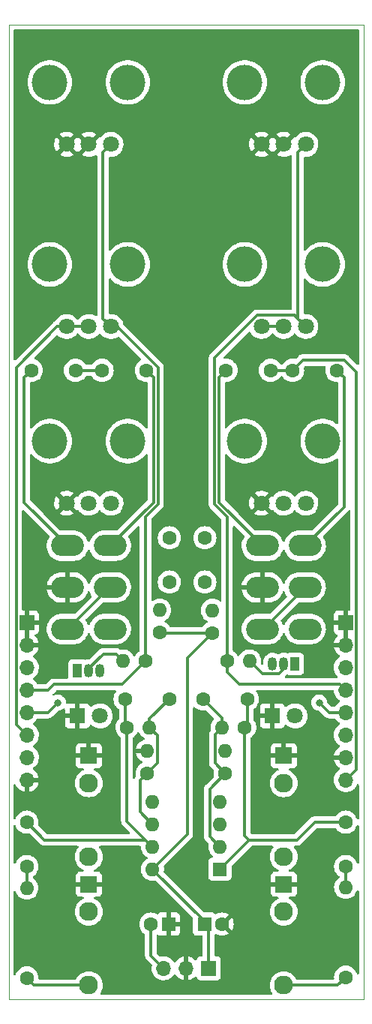
<source format=gtl>
G04 #@! TF.GenerationSoftware,KiCad,Pcbnew,(6.0.6)*
G04 #@! TF.CreationDate,2022-10-26T13:20:39+02:00*
G04 #@! TF.ProjectId,Snare+Hihat,536e6172-652b-4486-9968-61742e6b6963,rev?*
G04 #@! TF.SameCoordinates,Original*
G04 #@! TF.FileFunction,Copper,L1,Top*
G04 #@! TF.FilePolarity,Positive*
%FSLAX46Y46*%
G04 Gerber Fmt 4.6, Leading zero omitted, Abs format (unit mm)*
G04 Created by KiCad (PCBNEW (6.0.6)) date 2022-10-26 13:20:39*
%MOMM*%
%LPD*%
G01*
G04 APERTURE LIST*
G04 #@! TA.AperFunction,Profile*
%ADD10C,0.050000*%
G04 #@! TD*
G04 #@! TA.AperFunction,ComponentPad*
%ADD11C,1.600000*%
G04 #@! TD*
G04 #@! TA.AperFunction,ComponentPad*
%ADD12R,1.600000X1.600000*%
G04 #@! TD*
G04 #@! TA.AperFunction,ComponentPad*
%ADD13R,1.800000X1.800000*%
G04 #@! TD*
G04 #@! TA.AperFunction,ComponentPad*
%ADD14C,1.800000*%
G04 #@! TD*
G04 #@! TA.AperFunction,WasherPad*
%ADD15C,4.000000*%
G04 #@! TD*
G04 #@! TA.AperFunction,ComponentPad*
%ADD16R,1.930000X1.830000*%
G04 #@! TD*
G04 #@! TA.AperFunction,ComponentPad*
%ADD17C,2.130000*%
G04 #@! TD*
G04 #@! TA.AperFunction,ComponentPad*
%ADD18R,1.050000X1.500000*%
G04 #@! TD*
G04 #@! TA.AperFunction,ComponentPad*
%ADD19O,1.050000X1.500000*%
G04 #@! TD*
G04 #@! TA.AperFunction,ComponentPad*
%ADD20O,1.600000X1.600000*%
G04 #@! TD*
G04 #@! TA.AperFunction,ComponentPad*
%ADD21O,3.700000X2.400000*%
G04 #@! TD*
G04 #@! TA.AperFunction,ComponentPad*
%ADD22O,1.700000X1.700000*%
G04 #@! TD*
G04 #@! TA.AperFunction,ComponentPad*
%ADD23R,1.700000X1.700000*%
G04 #@! TD*
G04 #@! TA.AperFunction,ViaPad*
%ADD24C,0.800000*%
G04 #@! TD*
G04 #@! TA.AperFunction,ViaPad*
%ADD25C,3.600000*%
G04 #@! TD*
G04 #@! TA.AperFunction,Conductor*
%ADD26C,0.300000*%
G04 #@! TD*
G04 APERTURE END LIST*
D10*
X73000000Y-31000000D02*
X112999999Y-31000000D01*
X112999999Y-31000000D02*
X113000000Y-141000000D01*
X73000000Y-31000000D02*
X73000000Y-141000000D01*
X73000000Y-141000000D02*
X113000000Y-141000000D01*
D11*
X102500000Y-70000000D03*
X97500000Y-70000000D03*
X105000000Y-70000000D03*
X110000000Y-70000000D03*
X95100000Y-88900000D03*
X95100000Y-93900000D03*
D12*
X95044888Y-132500000D03*
D11*
X97044888Y-132500000D03*
D12*
X91000000Y-132500000D03*
D11*
X89000000Y-132500000D03*
X80500000Y-70000000D03*
X75500000Y-70000000D03*
X111000000Y-121000000D03*
X111000000Y-126000000D03*
X83500000Y-70000000D03*
X88500000Y-70000000D03*
X91100000Y-88900000D03*
X91100000Y-93900000D03*
X75000000Y-121000000D03*
X75000000Y-126000000D03*
D13*
X102725000Y-109000000D03*
D14*
X105265000Y-109000000D03*
D13*
X80725000Y-109000000D03*
D14*
X83265000Y-109000000D03*
D15*
X77600000Y-37500000D03*
X86400000Y-37500000D03*
D14*
X84500000Y-44500000D03*
X82000000Y-44500000D03*
X79500000Y-44500000D03*
D16*
X82000000Y-113500000D03*
D17*
X82000000Y-124900000D03*
X82000000Y-116600000D03*
D16*
X104000000Y-128000000D03*
D17*
X104000000Y-139400000D03*
X104000000Y-131100000D03*
D16*
X82000000Y-128000000D03*
D17*
X82000000Y-139400000D03*
X82000000Y-131100000D03*
D18*
X105270000Y-103140000D03*
D19*
X104000000Y-103140000D03*
X102730000Y-103140000D03*
D18*
X80730000Y-103860000D03*
D19*
X82000000Y-103860000D03*
X83270000Y-103860000D03*
D11*
X97600000Y-102800000D03*
D20*
X100140000Y-102800000D03*
D11*
X95950000Y-99640000D03*
D20*
X95950000Y-97100000D03*
D11*
X111000000Y-138500000D03*
D20*
X111000000Y-128340000D03*
D11*
X88400000Y-102800000D03*
D20*
X85860000Y-102800000D03*
D11*
X90000000Y-99600000D03*
D20*
X90000000Y-97060000D03*
D11*
X75000000Y-138580000D03*
D20*
X75000000Y-128420000D03*
D15*
X86400000Y-58050000D03*
X77600000Y-58050000D03*
D14*
X84500000Y-65050000D03*
X82000000Y-65050000D03*
X79500000Y-65050000D03*
D15*
X99600000Y-37500000D03*
X108400000Y-37500000D03*
D14*
X106500000Y-44500000D03*
X104000000Y-44500000D03*
X101500000Y-44500000D03*
D15*
X108400000Y-58050000D03*
X99600000Y-58050000D03*
D14*
X106500000Y-65050000D03*
X104000000Y-65050000D03*
X101500000Y-65050000D03*
D15*
X99600000Y-78000000D03*
X108400000Y-78000000D03*
D14*
X106500000Y-85000000D03*
X104000000Y-85000000D03*
X101500000Y-85000000D03*
D15*
X86400000Y-78000000D03*
X77600000Y-78000000D03*
D14*
X84500000Y-85000000D03*
X82000000Y-85000000D03*
X79500000Y-85000000D03*
D16*
X104000000Y-113500000D03*
D17*
X104000000Y-124900000D03*
X104000000Y-116600000D03*
D21*
X101600000Y-89800000D03*
X101600000Y-94500000D03*
X101600000Y-99200000D03*
X106400000Y-89800000D03*
X106400000Y-94500000D03*
X106400000Y-99200000D03*
X79600000Y-89800000D03*
X79600000Y-94500000D03*
X79600000Y-99200000D03*
X84400000Y-89800000D03*
X84400000Y-94500000D03*
X84400000Y-99200000D03*
D12*
X96800000Y-126300000D03*
D20*
X96800000Y-123760000D03*
X96800000Y-121220000D03*
X96800000Y-118680000D03*
X89180000Y-118680000D03*
X89180000Y-121220000D03*
X89180000Y-123760000D03*
X89180000Y-126300000D03*
D11*
X97400000Y-115500000D03*
D20*
X97400000Y-112960000D03*
D11*
X91100000Y-107100000D03*
X86100000Y-107100000D03*
X86305000Y-110300000D03*
D20*
X88845000Y-110300000D03*
D11*
X99595000Y-110300000D03*
D20*
X97055000Y-110300000D03*
D11*
X88600000Y-115500000D03*
D20*
X88600000Y-112960000D03*
D11*
X94900000Y-107100000D03*
X99900000Y-107100000D03*
D22*
X75000000Y-116240000D03*
X75000000Y-113700000D03*
X75000000Y-111160000D03*
X75000000Y-108620000D03*
X75000000Y-106080000D03*
X75000000Y-103540000D03*
X75000000Y-101000000D03*
D23*
X75000000Y-98460000D03*
X111000000Y-98460000D03*
D22*
X111000000Y-101000000D03*
X111000000Y-103540000D03*
X111000000Y-106080000D03*
X111000000Y-108620000D03*
X111000000Y-111160000D03*
X111000000Y-113700000D03*
X111000000Y-116240000D03*
D23*
X95525000Y-137475000D03*
D22*
X92985000Y-137475000D03*
X90445000Y-137475000D03*
D24*
X111000000Y-90000000D03*
X111000000Y-91000000D03*
X111000000Y-89000000D03*
X111000000Y-88000000D03*
X84000000Y-67500000D03*
X107500000Y-110500000D03*
D25*
X93000000Y-45500000D03*
D24*
X107500000Y-111500000D03*
X85000000Y-67500000D03*
X79500000Y-67500000D03*
X78500000Y-67500000D03*
X107500000Y-104300000D03*
X107500000Y-102000000D03*
X108000000Y-107500000D03*
X78500000Y-107500000D03*
D26*
X89180000Y-126300000D02*
X93100000Y-122380000D01*
X93100000Y-122380000D02*
X93100000Y-102490000D01*
X95044888Y-132164888D02*
X95044888Y-132500000D01*
X95525000Y-137475000D02*
X95525000Y-132980112D01*
X95950000Y-99640000D02*
X90040000Y-99640000D01*
X93100000Y-102490000D02*
X95950000Y-99640000D01*
X90040000Y-99640000D02*
X90000000Y-99600000D01*
X95525000Y-132980112D02*
X95044888Y-132500000D01*
X89180000Y-126300000D02*
X95044888Y-132164888D01*
X89000000Y-132500000D02*
X89000000Y-136030000D01*
X89000000Y-136030000D02*
X90445000Y-137475000D01*
X95650000Y-117250000D02*
X95650000Y-122610000D01*
X96250000Y-114350000D02*
X97400000Y-115500000D01*
X95650000Y-122610000D02*
X96800000Y-123760000D01*
X96250000Y-111105000D02*
X96250000Y-114350000D01*
X97055000Y-109255000D02*
X97055000Y-110300000D01*
X97400000Y-115500000D02*
X95650000Y-117250000D01*
X94900000Y-107100000D02*
X97055000Y-109255000D01*
X97055000Y-110300000D02*
X96250000Y-111105000D01*
X97500000Y-70000000D02*
X96700001Y-70799999D01*
X96700001Y-84900001D02*
X101600000Y-89800000D01*
X96700001Y-70799999D02*
X96700001Y-84900001D01*
X74700001Y-84900001D02*
X79600000Y-89800000D01*
X74700001Y-70799999D02*
X74700001Y-84900001D01*
X75500000Y-70000000D02*
X74700001Y-70799999D01*
X111000000Y-128340000D02*
X111000000Y-126000000D01*
X106149511Y-68850489D02*
X105000000Y-70000000D01*
X110850489Y-68850489D02*
X106149511Y-68850489D01*
X112199511Y-70199511D02*
X110850489Y-68850489D01*
X102500000Y-70000000D02*
X105000000Y-70000000D01*
X112199511Y-115040489D02*
X112199511Y-70199511D01*
X111000000Y-116240000D02*
X112199511Y-115040489D01*
X110000000Y-70000000D02*
X110799999Y-70799999D01*
X110799999Y-70799999D02*
X110799999Y-85400001D01*
X110799999Y-85400001D02*
X106400000Y-89800000D01*
X110320000Y-105400000D02*
X98950000Y-105400000D01*
X105600000Y-64150000D02*
X106500000Y-65050000D01*
X105600000Y-64150000D02*
X105250489Y-63800489D01*
X96200481Y-68582443D02*
X96200481Y-85106908D01*
X111000000Y-106080000D02*
X110320000Y-105400000D01*
X98950000Y-105400000D02*
X97600000Y-104050000D01*
X105250489Y-63800489D02*
X100982435Y-63800489D01*
X96200481Y-85106908D02*
X97600000Y-86506428D01*
X106500000Y-44500000D02*
X105600000Y-45400000D01*
X97600000Y-86506428D02*
X97600000Y-102800000D01*
X105600000Y-45400000D02*
X105600000Y-64150000D01*
X97600000Y-104050000D02*
X97600000Y-102800000D01*
X100982435Y-63800489D02*
X96200481Y-68582443D01*
X101500000Y-65050000D02*
X104000000Y-65050000D01*
X83500000Y-70000000D02*
X80500000Y-70000000D01*
X89299999Y-70799999D02*
X89299999Y-84900001D01*
X88500000Y-70000000D02*
X89299999Y-70799999D01*
X89299999Y-84900001D02*
X84400000Y-89800000D01*
X83600000Y-45400000D02*
X83600000Y-64150000D01*
X77420000Y-106080000D02*
X75000000Y-106080000D01*
X84500000Y-44500000D02*
X83600000Y-45400000D01*
X88400000Y-102800000D02*
X88400000Y-86506428D01*
X78050000Y-105450000D02*
X77420000Y-106080000D01*
X89799519Y-69673864D02*
X85175655Y-65050000D01*
X85750000Y-105450000D02*
X78050000Y-105450000D01*
X83600000Y-64150000D02*
X84500000Y-65050000D01*
X89799519Y-85106908D02*
X89799519Y-69673864D01*
X88400000Y-86506428D02*
X89799519Y-85106908D01*
X88400000Y-102800000D02*
X85750000Y-105450000D01*
X85175655Y-65050000D02*
X84500000Y-65050000D01*
X73800489Y-109960489D02*
X73800489Y-69699511D01*
X73800489Y-69699511D02*
X78450000Y-65050000D01*
X78450000Y-65050000D02*
X79500000Y-65050000D01*
X82000000Y-65050000D02*
X79500000Y-65050000D01*
X75000000Y-111160000D02*
X73800489Y-109960489D01*
X75000000Y-128420000D02*
X75000000Y-126000000D01*
X86305000Y-120885000D02*
X88420000Y-123000000D01*
X86305000Y-110300000D02*
X86305000Y-120885000D01*
X88420000Y-123000000D02*
X89180000Y-123760000D01*
X77000000Y-123000000D02*
X88420000Y-123000000D01*
X86100000Y-107100000D02*
X86100000Y-110095000D01*
X86100000Y-110095000D02*
X86305000Y-110300000D01*
X75000000Y-121000000D02*
X77000000Y-123000000D01*
X99595000Y-110300000D02*
X99595000Y-122495000D01*
X107500000Y-121000000D02*
X105500000Y-123000000D01*
X99595000Y-122495000D02*
X100100000Y-123000000D01*
X99900000Y-109995000D02*
X99595000Y-110300000D01*
X105500000Y-123000000D02*
X100100000Y-123000000D01*
X99900000Y-107100000D02*
X99900000Y-109995000D01*
X111000000Y-121000000D02*
X107500000Y-121000000D01*
X100100000Y-123000000D02*
X96800000Y-126300000D01*
X88845000Y-110300000D02*
X89750000Y-111205000D01*
X89750000Y-111205000D02*
X89750000Y-114350000D01*
X89750000Y-114350000D02*
X88600000Y-115500000D01*
X87800001Y-116299999D02*
X87800001Y-119840001D01*
X88600000Y-115500000D02*
X87800001Y-116299999D01*
X87800001Y-119840001D02*
X89180000Y-121220000D01*
X91100000Y-107100000D02*
X88845000Y-109355000D01*
X88845000Y-109355000D02*
X88845000Y-110300000D01*
X109120000Y-108620000D02*
X108000000Y-107500000D01*
X111000000Y-108620000D02*
X109120000Y-108620000D01*
X75000000Y-108620000D02*
X77380000Y-108620000D01*
X77380000Y-108620000D02*
X78500000Y-107500000D01*
X101580000Y-104240000D02*
X100140000Y-102800000D01*
X104000000Y-103740000D02*
X103500000Y-104240000D01*
X103500000Y-104240000D02*
X101580000Y-104240000D01*
X104000000Y-103140000D02*
X104000000Y-103740000D01*
X104000000Y-139400000D02*
X110100000Y-139400000D01*
X110100000Y-139400000D02*
X111000000Y-138500000D01*
X82000000Y-103635000D02*
X82000000Y-103860000D01*
X85860000Y-102800000D02*
X85060001Y-102000001D01*
X83634999Y-102000001D02*
X82000000Y-103635000D01*
X85060001Y-102000001D02*
X83634999Y-102000001D01*
X82000000Y-139400000D02*
X75820000Y-139400000D01*
X75820000Y-139400000D02*
X75000000Y-138580000D01*
X106400000Y-94500000D02*
X101700000Y-99200000D01*
X101700000Y-99200000D02*
X101600000Y-99200000D01*
X84300000Y-94500000D02*
X79600000Y-99200000D01*
X84400000Y-94500000D02*
X84300000Y-94500000D01*
G04 #@! TA.AperFunction,Conductor*
G36*
X93967012Y-108017964D02*
G01*
X93973595Y-108024093D01*
X94055700Y-108106198D01*
X94060208Y-108109355D01*
X94060211Y-108109357D01*
X94132667Y-108160091D01*
X94243251Y-108237523D01*
X94248233Y-108239846D01*
X94248238Y-108239849D01*
X94436837Y-108327793D01*
X94450757Y-108334284D01*
X94456065Y-108335706D01*
X94456067Y-108335707D01*
X94666598Y-108392119D01*
X94666600Y-108392119D01*
X94671913Y-108393543D01*
X94900000Y-108413498D01*
X95128087Y-108393543D01*
X95135766Y-108391485D01*
X95163659Y-108384012D01*
X95234635Y-108385702D01*
X95285364Y-108416624D01*
X96097526Y-109228786D01*
X96131552Y-109291098D01*
X96126487Y-109361913D01*
X96097526Y-109406976D01*
X96048802Y-109455700D01*
X95917477Y-109643251D01*
X95915154Y-109648233D01*
X95915151Y-109648238D01*
X95823039Y-109845775D01*
X95820716Y-109850757D01*
X95819294Y-109856065D01*
X95819293Y-109856067D01*
X95776818Y-110014584D01*
X95761457Y-110071913D01*
X95741502Y-110300000D01*
X95761457Y-110528087D01*
X95762881Y-110533402D01*
X95762882Y-110533405D01*
X95771492Y-110565540D01*
X95769802Y-110636516D01*
X95741636Y-110684402D01*
X95713028Y-110714867D01*
X95709207Y-110721818D01*
X95709206Y-110721819D01*
X95702697Y-110733658D01*
X95691843Y-110750182D01*
X95684018Y-110760271D01*
X95678696Y-110767132D01*
X95675549Y-110774404D01*
X95675548Y-110774406D01*
X95660346Y-110809535D01*
X95655124Y-110820195D01*
X95641599Y-110844797D01*
X95632876Y-110860663D01*
X95627541Y-110881441D01*
X95621142Y-110900131D01*
X95612620Y-110919824D01*
X95609203Y-110941400D01*
X95605394Y-110965448D01*
X95602987Y-110977071D01*
X95591500Y-111021812D01*
X95591500Y-111043259D01*
X95589949Y-111062969D01*
X95586594Y-111084152D01*
X95590616Y-111126695D01*
X95590941Y-111130138D01*
X95591500Y-111141996D01*
X95591500Y-114267944D01*
X95590941Y-114279800D01*
X95589212Y-114287537D01*
X95589461Y-114295459D01*
X95591438Y-114358369D01*
X95591500Y-114362327D01*
X95591500Y-114391432D01*
X95592056Y-114395832D01*
X95592988Y-114407664D01*
X95594438Y-114453831D01*
X95596650Y-114461444D01*
X95596650Y-114461445D01*
X95600419Y-114474416D01*
X95604430Y-114493782D01*
X95607118Y-114515064D01*
X95610034Y-114522429D01*
X95610035Y-114522433D01*
X95624126Y-114558021D01*
X95627965Y-114569231D01*
X95640855Y-114613600D01*
X95651775Y-114632065D01*
X95660466Y-114649805D01*
X95668365Y-114669756D01*
X95681524Y-114687868D01*
X95695516Y-114707126D01*
X95702033Y-114717048D01*
X95721507Y-114749977D01*
X95721510Y-114749981D01*
X95725547Y-114756807D01*
X95740711Y-114771971D01*
X95753551Y-114787004D01*
X95766159Y-114804357D01*
X95784152Y-114819242D01*
X95801752Y-114833802D01*
X95810532Y-114841792D01*
X96083376Y-115114636D01*
X96117402Y-115176948D01*
X96115988Y-115236341D01*
X96114950Y-115240215D01*
X96106457Y-115271913D01*
X96086502Y-115500000D01*
X96106457Y-115728087D01*
X96107881Y-115733402D01*
X96107882Y-115733405D01*
X96115988Y-115763659D01*
X96114298Y-115834635D01*
X96083376Y-115885364D01*
X95242395Y-116726345D01*
X95233615Y-116734335D01*
X95233613Y-116734337D01*
X95226920Y-116738584D01*
X95221494Y-116744362D01*
X95221493Y-116744363D01*
X95178396Y-116790257D01*
X95175641Y-116793099D01*
X95155073Y-116813667D01*
X95152356Y-116817170D01*
X95144648Y-116826195D01*
X95113028Y-116859867D01*
X95109207Y-116866818D01*
X95109206Y-116866819D01*
X95102697Y-116878658D01*
X95091843Y-116895182D01*
X95084018Y-116905271D01*
X95078696Y-116912132D01*
X95075549Y-116919404D01*
X95075548Y-116919406D01*
X95060346Y-116954535D01*
X95055124Y-116965195D01*
X95032876Y-117005663D01*
X95027541Y-117026441D01*
X95021142Y-117045131D01*
X95012620Y-117064824D01*
X95008990Y-117087742D01*
X95005394Y-117110448D01*
X95002987Y-117122071D01*
X94995798Y-117150072D01*
X94991500Y-117166812D01*
X94991500Y-117188259D01*
X94989949Y-117207969D01*
X94986594Y-117229152D01*
X94987340Y-117237043D01*
X94990941Y-117275138D01*
X94991500Y-117286996D01*
X94991500Y-122527944D01*
X94990941Y-122539800D01*
X94989212Y-122547537D01*
X94989461Y-122555459D01*
X94991438Y-122618369D01*
X94991500Y-122622327D01*
X94991500Y-122651432D01*
X94992056Y-122655832D01*
X94992988Y-122667664D01*
X94994438Y-122713831D01*
X94996650Y-122721444D01*
X94996650Y-122721445D01*
X95000419Y-122734416D01*
X95004430Y-122753784D01*
X95005900Y-122765418D01*
X95007118Y-122775064D01*
X95010034Y-122782429D01*
X95010035Y-122782433D01*
X95024126Y-122818021D01*
X95027965Y-122829231D01*
X95040855Y-122873600D01*
X95051775Y-122892065D01*
X95060466Y-122909805D01*
X95068365Y-122929756D01*
X95082606Y-122949357D01*
X95095516Y-122967126D01*
X95102033Y-122977048D01*
X95121507Y-123009977D01*
X95121510Y-123009981D01*
X95125547Y-123016807D01*
X95140711Y-123031971D01*
X95153551Y-123047004D01*
X95166159Y-123064357D01*
X95196062Y-123089095D01*
X95201752Y-123093802D01*
X95210532Y-123101792D01*
X95483376Y-123374636D01*
X95517402Y-123436948D01*
X95515988Y-123496341D01*
X95512519Y-123509289D01*
X95506457Y-123531913D01*
X95486502Y-123760000D01*
X95506457Y-123988087D01*
X95565716Y-124209243D01*
X95568039Y-124214224D01*
X95568039Y-124214225D01*
X95660151Y-124411762D01*
X95660154Y-124411767D01*
X95662477Y-124416749D01*
X95793802Y-124604300D01*
X95955700Y-124766198D01*
X95960211Y-124769357D01*
X95964424Y-124772892D01*
X95963473Y-124774026D01*
X96003471Y-124824071D01*
X96010776Y-124894690D01*
X95978742Y-124958049D01*
X95917538Y-124994030D01*
X95900483Y-124997082D01*
X95889684Y-124998255D01*
X95753295Y-125049385D01*
X95636739Y-125136739D01*
X95549385Y-125253295D01*
X95498255Y-125389684D01*
X95491500Y-125451866D01*
X95491500Y-127148134D01*
X95498255Y-127210316D01*
X95549385Y-127346705D01*
X95636739Y-127463261D01*
X95753295Y-127550615D01*
X95889684Y-127601745D01*
X95951866Y-127608500D01*
X97648134Y-127608500D01*
X97710316Y-127601745D01*
X97846705Y-127550615D01*
X97963261Y-127463261D01*
X98050615Y-127346705D01*
X98101745Y-127210316D01*
X98108500Y-127148134D01*
X98108500Y-125974950D01*
X98128502Y-125906829D01*
X98145405Y-125885855D01*
X100335855Y-123695405D01*
X100398167Y-123661379D01*
X100424950Y-123658500D01*
X102717736Y-123658500D01*
X102785857Y-123678502D01*
X102832350Y-123732158D01*
X102842454Y-123802432D01*
X102813547Y-123866330D01*
X102726290Y-123968494D01*
X102726282Y-123968506D01*
X102723075Y-123972260D01*
X102593666Y-124183437D01*
X102591773Y-124188007D01*
X102591771Y-124188011D01*
X102580913Y-124214225D01*
X102498885Y-124412258D01*
X102497730Y-124417070D01*
X102442221Y-124648276D01*
X102442220Y-124648282D01*
X102441066Y-124653089D01*
X102421634Y-124900000D01*
X102441066Y-125146911D01*
X102442220Y-125151718D01*
X102442221Y-125151724D01*
X102466607Y-125253295D01*
X102498885Y-125387742D01*
X102500778Y-125392313D01*
X102500779Y-125392315D01*
X102581108Y-125586245D01*
X102593666Y-125616563D01*
X102723075Y-125827740D01*
X102883927Y-126016073D01*
X103072260Y-126176925D01*
X103283437Y-126306334D01*
X103351656Y-126334591D01*
X103351658Y-126334592D01*
X103406938Y-126379141D01*
X103429359Y-126446504D01*
X103411801Y-126515295D01*
X103359838Y-126563674D01*
X103303439Y-126577001D01*
X102990331Y-126577001D01*
X102983510Y-126577371D01*
X102932648Y-126582895D01*
X102917396Y-126586521D01*
X102796946Y-126631676D01*
X102781351Y-126640214D01*
X102679276Y-126716715D01*
X102666715Y-126729276D01*
X102590214Y-126831351D01*
X102581676Y-126846946D01*
X102536522Y-126967394D01*
X102532895Y-126982649D01*
X102527369Y-127033514D01*
X102527000Y-127040328D01*
X102527000Y-127727885D01*
X102531475Y-127743124D01*
X102532865Y-127744329D01*
X102540548Y-127746000D01*
X105454884Y-127746000D01*
X105470123Y-127741525D01*
X105471328Y-127740135D01*
X105472999Y-127732452D01*
X105472999Y-127040331D01*
X105472629Y-127033510D01*
X105467105Y-126982648D01*
X105463479Y-126967396D01*
X105418324Y-126846946D01*
X105409786Y-126831351D01*
X105333285Y-126729276D01*
X105320724Y-126716715D01*
X105218649Y-126640214D01*
X105203054Y-126631676D01*
X105082606Y-126586522D01*
X105067351Y-126582895D01*
X105016486Y-126577369D01*
X105009672Y-126577000D01*
X104696562Y-126577000D01*
X104628441Y-126556998D01*
X104581948Y-126503342D01*
X104571844Y-126433068D01*
X104601338Y-126368488D01*
X104648343Y-126334592D01*
X104679592Y-126321648D01*
X104711989Y-126308229D01*
X104711993Y-126308227D01*
X104716563Y-126306334D01*
X104927740Y-126176925D01*
X105116073Y-126016073D01*
X105276925Y-125827740D01*
X105406334Y-125616563D01*
X105418893Y-125586245D01*
X105499221Y-125392315D01*
X105499222Y-125392313D01*
X105501115Y-125387742D01*
X105533393Y-125253295D01*
X105557779Y-125151724D01*
X105557780Y-125151718D01*
X105558934Y-125146911D01*
X105578366Y-124900000D01*
X105558934Y-124653089D01*
X105557780Y-124648282D01*
X105557779Y-124648276D01*
X105502270Y-124417070D01*
X105501115Y-124412258D01*
X105419087Y-124214225D01*
X105408229Y-124188011D01*
X105408227Y-124188007D01*
X105406334Y-124183437D01*
X105276925Y-123972260D01*
X105273718Y-123968506D01*
X105273710Y-123968494D01*
X105186453Y-123866330D01*
X105157422Y-123801541D01*
X105168027Y-123731341D01*
X105214902Y-123678018D01*
X105282264Y-123658500D01*
X105417944Y-123658500D01*
X105429800Y-123659059D01*
X105429803Y-123659059D01*
X105437537Y-123660788D01*
X105508369Y-123658562D01*
X105512327Y-123658500D01*
X105541432Y-123658500D01*
X105545832Y-123657944D01*
X105557664Y-123657012D01*
X105603831Y-123655562D01*
X105624421Y-123649580D01*
X105643782Y-123645570D01*
X105651408Y-123644607D01*
X105657204Y-123643875D01*
X105657205Y-123643875D01*
X105665064Y-123642882D01*
X105672429Y-123639966D01*
X105672433Y-123639965D01*
X105708021Y-123625874D01*
X105719231Y-123622035D01*
X105763600Y-123609145D01*
X105782065Y-123598225D01*
X105799805Y-123589534D01*
X105819756Y-123581635D01*
X105857129Y-123554482D01*
X105867048Y-123547967D01*
X105899977Y-123528493D01*
X105899981Y-123528490D01*
X105906807Y-123524453D01*
X105921971Y-123509289D01*
X105937005Y-123496448D01*
X105937152Y-123496341D01*
X105954357Y-123483841D01*
X105983803Y-123448247D01*
X105991792Y-123439468D01*
X107735855Y-121695405D01*
X107798167Y-121661379D01*
X107824950Y-121658500D01*
X109798112Y-121658500D01*
X109866233Y-121678502D01*
X109901324Y-121712228D01*
X109993802Y-121844300D01*
X110155700Y-122006198D01*
X110160208Y-122009355D01*
X110160211Y-122009357D01*
X110225469Y-122055051D01*
X110343251Y-122137523D01*
X110348233Y-122139846D01*
X110348238Y-122139849D01*
X110524928Y-122222240D01*
X110550757Y-122234284D01*
X110556065Y-122235706D01*
X110556067Y-122235707D01*
X110766598Y-122292119D01*
X110766600Y-122292119D01*
X110771913Y-122293543D01*
X111000000Y-122313498D01*
X111228087Y-122293543D01*
X111233400Y-122292119D01*
X111233402Y-122292119D01*
X111443933Y-122235707D01*
X111443935Y-122235706D01*
X111449243Y-122234284D01*
X111475072Y-122222240D01*
X111651762Y-122139849D01*
X111651767Y-122139846D01*
X111656749Y-122137523D01*
X111774531Y-122055051D01*
X111839789Y-122009357D01*
X111839792Y-122009355D01*
X111844300Y-122006198D01*
X112006198Y-121844300D01*
X112137523Y-121656749D01*
X112139846Y-121651767D01*
X112139849Y-121651762D01*
X112231961Y-121454225D01*
X112231961Y-121454224D01*
X112234284Y-121449243D01*
X112243793Y-121413755D01*
X112280745Y-121353132D01*
X112344605Y-121322111D01*
X112415100Y-121330539D01*
X112469847Y-121375742D01*
X112491500Y-121446366D01*
X112491500Y-125553634D01*
X112471498Y-125621755D01*
X112417842Y-125668248D01*
X112347568Y-125678352D01*
X112282988Y-125648858D01*
X112243793Y-125586245D01*
X112235707Y-125556067D01*
X112235706Y-125556065D01*
X112234284Y-125550757D01*
X112192062Y-125460211D01*
X112139849Y-125348238D01*
X112139846Y-125348233D01*
X112137523Y-125343251D01*
X112013154Y-125165634D01*
X112009357Y-125160211D01*
X112009355Y-125160208D01*
X112006198Y-125155700D01*
X111844300Y-124993802D01*
X111839792Y-124990645D01*
X111839789Y-124990643D01*
X111710337Y-124900000D01*
X111656749Y-124862477D01*
X111651767Y-124860154D01*
X111651762Y-124860151D01*
X111454225Y-124768039D01*
X111454224Y-124768039D01*
X111449243Y-124765716D01*
X111443935Y-124764294D01*
X111443933Y-124764293D01*
X111233402Y-124707881D01*
X111233400Y-124707881D01*
X111228087Y-124706457D01*
X111000000Y-124686502D01*
X110771913Y-124706457D01*
X110766600Y-124707881D01*
X110766598Y-124707881D01*
X110556067Y-124764293D01*
X110556065Y-124764294D01*
X110550757Y-124765716D01*
X110545776Y-124768039D01*
X110545775Y-124768039D01*
X110348238Y-124860151D01*
X110348233Y-124860154D01*
X110343251Y-124862477D01*
X110289663Y-124900000D01*
X110160211Y-124990643D01*
X110160208Y-124990645D01*
X110155700Y-124993802D01*
X109993802Y-125155700D01*
X109990645Y-125160208D01*
X109990643Y-125160211D01*
X109986846Y-125165634D01*
X109862477Y-125343251D01*
X109860154Y-125348233D01*
X109860151Y-125348238D01*
X109807938Y-125460211D01*
X109765716Y-125550757D01*
X109706457Y-125771913D01*
X109686502Y-126000000D01*
X109706457Y-126228087D01*
X109707881Y-126233400D01*
X109707881Y-126233402D01*
X109744078Y-126368488D01*
X109765716Y-126449243D01*
X109768039Y-126454224D01*
X109768039Y-126454225D01*
X109860151Y-126651762D01*
X109860154Y-126651767D01*
X109862477Y-126656749D01*
X109993802Y-126844300D01*
X110155700Y-127006198D01*
X110160208Y-127009355D01*
X110160211Y-127009357D01*
X110242230Y-127066787D01*
X110286558Y-127122244D01*
X110293867Y-127192863D01*
X110261836Y-127256224D01*
X110242230Y-127273213D01*
X110160211Y-127330643D01*
X110160208Y-127330645D01*
X110155700Y-127333802D01*
X109993802Y-127495700D01*
X109990645Y-127500208D01*
X109990643Y-127500211D01*
X109966785Y-127534284D01*
X109862477Y-127683251D01*
X109860154Y-127688233D01*
X109860151Y-127688238D01*
X109822847Y-127768238D01*
X109765716Y-127890757D01*
X109706457Y-128111913D01*
X109686502Y-128340000D01*
X109706457Y-128568087D01*
X109765716Y-128789243D01*
X109768039Y-128794224D01*
X109768039Y-128794225D01*
X109860151Y-128991762D01*
X109860154Y-128991767D01*
X109862477Y-128996749D01*
X109993802Y-129184300D01*
X110155700Y-129346198D01*
X110160208Y-129349355D01*
X110160211Y-129349357D01*
X110187299Y-129368324D01*
X110343251Y-129477523D01*
X110348233Y-129479846D01*
X110348238Y-129479849D01*
X110534990Y-129566932D01*
X110550757Y-129574284D01*
X110556065Y-129575706D01*
X110556067Y-129575707D01*
X110766598Y-129632119D01*
X110766600Y-129632119D01*
X110771913Y-129633543D01*
X111000000Y-129653498D01*
X111228087Y-129633543D01*
X111233400Y-129632119D01*
X111233402Y-129632119D01*
X111443933Y-129575707D01*
X111443935Y-129575706D01*
X111449243Y-129574284D01*
X111465010Y-129566932D01*
X111651762Y-129479849D01*
X111651767Y-129479846D01*
X111656749Y-129477523D01*
X111812701Y-129368324D01*
X111839789Y-129349357D01*
X111839792Y-129349355D01*
X111844300Y-129346198D01*
X112006198Y-129184300D01*
X112137523Y-128996749D01*
X112139846Y-128991767D01*
X112139849Y-128991762D01*
X112231961Y-128794225D01*
X112231961Y-128794224D01*
X112234284Y-128789243D01*
X112243793Y-128753755D01*
X112280745Y-128693132D01*
X112344605Y-128662111D01*
X112415100Y-128670539D01*
X112469847Y-128715742D01*
X112491500Y-128786366D01*
X112491500Y-138053634D01*
X112471498Y-138121755D01*
X112417842Y-138168248D01*
X112347568Y-138178352D01*
X112282988Y-138148858D01*
X112243793Y-138086245D01*
X112235707Y-138056067D01*
X112235706Y-138056065D01*
X112234284Y-138050757D01*
X112177153Y-137928238D01*
X112139849Y-137848238D01*
X112139846Y-137848233D01*
X112137523Y-137843251D01*
X112016048Y-137669767D01*
X112009357Y-137660211D01*
X112009355Y-137660208D01*
X112006198Y-137655700D01*
X111844300Y-137493802D01*
X111839792Y-137490645D01*
X111839789Y-137490643D01*
X111761611Y-137435902D01*
X111656749Y-137362477D01*
X111651767Y-137360154D01*
X111651762Y-137360151D01*
X111454225Y-137268039D01*
X111454224Y-137268039D01*
X111449243Y-137265716D01*
X111443935Y-137264294D01*
X111443933Y-137264293D01*
X111233402Y-137207881D01*
X111233400Y-137207881D01*
X111228087Y-137206457D01*
X111000000Y-137186502D01*
X110771913Y-137206457D01*
X110766600Y-137207881D01*
X110766598Y-137207881D01*
X110556067Y-137264293D01*
X110556065Y-137264294D01*
X110550757Y-137265716D01*
X110545776Y-137268039D01*
X110545775Y-137268039D01*
X110348238Y-137360151D01*
X110348233Y-137360154D01*
X110343251Y-137362477D01*
X110238389Y-137435902D01*
X110160211Y-137490643D01*
X110160208Y-137490645D01*
X110155700Y-137493802D01*
X109993802Y-137655700D01*
X109990645Y-137660208D01*
X109990643Y-137660211D01*
X109983952Y-137669767D01*
X109862477Y-137843251D01*
X109860154Y-137848233D01*
X109860151Y-137848238D01*
X109822847Y-137928238D01*
X109765716Y-138050757D01*
X109764294Y-138056065D01*
X109764293Y-138056067D01*
X109746338Y-138123075D01*
X109706457Y-138271913D01*
X109686502Y-138500000D01*
X109686981Y-138505475D01*
X109686981Y-138505476D01*
X109695646Y-138604519D01*
X109681657Y-138674123D01*
X109632257Y-138725116D01*
X109570125Y-138741500D01*
X105512479Y-138741500D01*
X105444358Y-138721498D01*
X105405046Y-138681335D01*
X105351675Y-138594242D01*
X105276925Y-138472260D01*
X105116073Y-138283927D01*
X104927740Y-138123075D01*
X104716563Y-137993666D01*
X104711993Y-137991773D01*
X104711989Y-137991771D01*
X104492315Y-137900779D01*
X104492313Y-137900778D01*
X104487742Y-137898885D01*
X104399068Y-137877596D01*
X104251724Y-137842221D01*
X104251718Y-137842220D01*
X104246911Y-137841066D01*
X104000000Y-137821634D01*
X103753089Y-137841066D01*
X103748282Y-137842220D01*
X103748276Y-137842221D01*
X103600932Y-137877596D01*
X103512258Y-137898885D01*
X103507687Y-137900778D01*
X103507685Y-137900779D01*
X103288011Y-137991771D01*
X103288007Y-137991773D01*
X103283437Y-137993666D01*
X103072260Y-138123075D01*
X102883927Y-138283927D01*
X102723075Y-138472260D01*
X102593666Y-138683437D01*
X102591773Y-138688007D01*
X102591771Y-138688011D01*
X102530160Y-138836753D01*
X102498885Y-138912258D01*
X102479319Y-138993755D01*
X102442221Y-139148276D01*
X102442220Y-139148282D01*
X102441066Y-139153089D01*
X102421634Y-139400000D01*
X102441066Y-139646911D01*
X102442220Y-139651718D01*
X102442221Y-139651724D01*
X102462384Y-139735707D01*
X102498885Y-139887742D01*
X102500778Y-139892313D01*
X102500779Y-139892315D01*
X102577901Y-140078502D01*
X102593666Y-140116563D01*
X102596252Y-140120783D01*
X102705871Y-140299665D01*
X102724409Y-140368199D01*
X102702953Y-140435875D01*
X102648313Y-140481208D01*
X102598438Y-140491500D01*
X83401562Y-140491500D01*
X83333441Y-140471498D01*
X83286948Y-140417842D01*
X83276844Y-140347568D01*
X83294129Y-140299665D01*
X83403748Y-140120783D01*
X83406334Y-140116563D01*
X83422100Y-140078502D01*
X83499221Y-139892315D01*
X83499222Y-139892313D01*
X83501115Y-139887742D01*
X83537616Y-139735707D01*
X83557779Y-139651724D01*
X83557780Y-139651718D01*
X83558934Y-139646911D01*
X83578366Y-139400000D01*
X83558934Y-139153089D01*
X83557780Y-139148282D01*
X83557779Y-139148276D01*
X83520681Y-138993755D01*
X83501115Y-138912258D01*
X83469840Y-138836753D01*
X83408229Y-138688011D01*
X83408227Y-138688007D01*
X83406334Y-138683437D01*
X83276925Y-138472260D01*
X83116073Y-138283927D01*
X82927740Y-138123075D01*
X82716563Y-137993666D01*
X82711993Y-137991773D01*
X82711989Y-137991771D01*
X82492315Y-137900779D01*
X82492313Y-137900778D01*
X82487742Y-137898885D01*
X82399068Y-137877596D01*
X82251724Y-137842221D01*
X82251718Y-137842220D01*
X82246911Y-137841066D01*
X82000000Y-137821634D01*
X81753089Y-137841066D01*
X81748282Y-137842220D01*
X81748276Y-137842221D01*
X81600932Y-137877596D01*
X81512258Y-137898885D01*
X81507687Y-137900778D01*
X81507685Y-137900779D01*
X81288011Y-137991771D01*
X81288007Y-137991773D01*
X81283437Y-137993666D01*
X81072260Y-138123075D01*
X80883927Y-138283927D01*
X80723075Y-138472260D01*
X80648325Y-138594242D01*
X80594954Y-138681335D01*
X80542306Y-138728966D01*
X80487521Y-138741500D01*
X76436874Y-138741500D01*
X76368753Y-138721498D01*
X76322260Y-138667842D01*
X76311353Y-138604519D01*
X76313019Y-138585475D01*
X76313498Y-138580000D01*
X76293543Y-138351913D01*
X76292119Y-138346598D01*
X76235707Y-138136067D01*
X76235706Y-138136065D01*
X76234284Y-138130757D01*
X76229498Y-138120493D01*
X76139849Y-137928238D01*
X76139846Y-137928233D01*
X76137523Y-137923251D01*
X76006198Y-137735700D01*
X75844300Y-137573802D01*
X75839792Y-137570645D01*
X75839789Y-137570643D01*
X75725537Y-137490643D01*
X75656749Y-137442477D01*
X75651767Y-137440154D01*
X75651762Y-137440151D01*
X75454225Y-137348039D01*
X75454224Y-137348039D01*
X75449243Y-137345716D01*
X75443935Y-137344294D01*
X75443933Y-137344293D01*
X75233402Y-137287881D01*
X75233400Y-137287881D01*
X75228087Y-137286457D01*
X75000000Y-137266502D01*
X74771913Y-137286457D01*
X74766600Y-137287881D01*
X74766598Y-137287881D01*
X74556067Y-137344293D01*
X74556065Y-137344294D01*
X74550757Y-137345716D01*
X74545776Y-137348039D01*
X74545775Y-137348039D01*
X74348238Y-137440151D01*
X74348233Y-137440154D01*
X74343251Y-137442477D01*
X74274463Y-137490643D01*
X74160211Y-137570643D01*
X74160208Y-137570645D01*
X74155700Y-137573802D01*
X73993802Y-137735700D01*
X73862477Y-137923251D01*
X73860154Y-137928233D01*
X73860151Y-137928238D01*
X73770502Y-138120493D01*
X73765716Y-138130757D01*
X73764294Y-138136065D01*
X73764293Y-138136067D01*
X73756207Y-138166245D01*
X73719255Y-138226868D01*
X73655395Y-138257889D01*
X73584900Y-138249461D01*
X73530153Y-138204258D01*
X73508500Y-138133634D01*
X73508500Y-131100000D01*
X80421634Y-131100000D01*
X80441066Y-131346911D01*
X80442220Y-131351718D01*
X80442221Y-131351724D01*
X80466607Y-131453295D01*
X80498885Y-131587742D01*
X80500778Y-131592313D01*
X80500779Y-131592315D01*
X80581401Y-131786952D01*
X80593666Y-131816563D01*
X80723075Y-132027740D01*
X80883927Y-132216073D01*
X81072260Y-132376925D01*
X81283437Y-132506334D01*
X81288007Y-132508227D01*
X81288011Y-132508229D01*
X81483239Y-132589095D01*
X81512258Y-132601115D01*
X81597170Y-132621501D01*
X81748276Y-132657779D01*
X81748282Y-132657780D01*
X81753089Y-132658934D01*
X82000000Y-132678366D01*
X82246911Y-132658934D01*
X82251718Y-132657780D01*
X82251724Y-132657779D01*
X82402830Y-132621501D01*
X82487742Y-132601115D01*
X82516761Y-132589095D01*
X82711989Y-132508229D01*
X82711993Y-132508227D01*
X82716563Y-132506334D01*
X82726899Y-132500000D01*
X87686502Y-132500000D01*
X87706457Y-132728087D01*
X87707881Y-132733400D01*
X87707881Y-132733402D01*
X87717031Y-132767548D01*
X87765716Y-132949243D01*
X87768039Y-132954224D01*
X87768039Y-132954225D01*
X87860151Y-133151762D01*
X87860154Y-133151767D01*
X87862477Y-133156749D01*
X87993802Y-133344300D01*
X88155700Y-133506198D01*
X88160208Y-133509355D01*
X88160211Y-133509357D01*
X88201195Y-133538054D01*
X88287772Y-133598676D01*
X88332099Y-133654132D01*
X88341500Y-133701888D01*
X88341500Y-135947944D01*
X88340941Y-135959800D01*
X88339212Y-135967537D01*
X88339461Y-135975459D01*
X88341438Y-136038369D01*
X88341500Y-136042327D01*
X88341500Y-136071432D01*
X88342056Y-136075832D01*
X88342988Y-136087664D01*
X88344438Y-136133831D01*
X88347809Y-136145432D01*
X88350419Y-136154416D01*
X88354430Y-136173782D01*
X88357118Y-136195064D01*
X88360034Y-136202429D01*
X88360035Y-136202433D01*
X88374126Y-136238021D01*
X88377965Y-136249231D01*
X88390855Y-136293600D01*
X88401775Y-136312065D01*
X88410466Y-136329805D01*
X88418365Y-136349756D01*
X88445210Y-136386705D01*
X88445516Y-136387126D01*
X88452033Y-136397048D01*
X88471507Y-136429977D01*
X88471510Y-136429981D01*
X88475547Y-136436807D01*
X88490711Y-136451971D01*
X88503551Y-136467004D01*
X88516159Y-136484357D01*
X88551752Y-136513802D01*
X88560532Y-136521792D01*
X89087101Y-137048361D01*
X89121127Y-137110673D01*
X89119424Y-137171125D01*
X89105989Y-137219570D01*
X89082251Y-137441695D01*
X89082548Y-137446848D01*
X89082548Y-137446851D01*
X89094590Y-137655700D01*
X89095110Y-137664715D01*
X89096247Y-137669761D01*
X89096248Y-137669767D01*
X89110229Y-137731803D01*
X89144222Y-137882639D01*
X89228266Y-138089616D01*
X89344987Y-138280088D01*
X89491250Y-138448938D01*
X89663126Y-138591632D01*
X89856000Y-138704338D01*
X90064692Y-138784030D01*
X90069760Y-138785061D01*
X90069763Y-138785062D01*
X90164862Y-138804410D01*
X90283597Y-138828567D01*
X90288772Y-138828757D01*
X90288774Y-138828757D01*
X90501673Y-138836564D01*
X90501677Y-138836564D01*
X90506837Y-138836753D01*
X90511957Y-138836097D01*
X90511959Y-138836097D01*
X90723288Y-138809025D01*
X90723289Y-138809025D01*
X90728416Y-138808368D01*
X90733366Y-138806883D01*
X90937429Y-138745661D01*
X90937434Y-138745659D01*
X90942384Y-138744174D01*
X91142994Y-138645896D01*
X91324860Y-138516173D01*
X91335595Y-138505476D01*
X91468400Y-138373134D01*
X91483096Y-138358489D01*
X91542594Y-138275689D01*
X91613453Y-138177077D01*
X91614640Y-138177930D01*
X91661960Y-138134362D01*
X91731897Y-138122145D01*
X91797338Y-138149678D01*
X91825166Y-138181511D01*
X91882694Y-138275388D01*
X91888777Y-138283699D01*
X92028213Y-138444667D01*
X92035580Y-138451883D01*
X92199434Y-138587916D01*
X92207881Y-138593831D01*
X92391756Y-138701279D01*
X92401042Y-138705729D01*
X92600001Y-138781703D01*
X92609899Y-138784579D01*
X92713250Y-138805606D01*
X92727299Y-138804410D01*
X92731000Y-138794065D01*
X92731000Y-136158102D01*
X92727082Y-136144758D01*
X92712806Y-136142771D01*
X92674324Y-136148660D01*
X92664288Y-136151051D01*
X92461868Y-136217212D01*
X92452359Y-136221209D01*
X92263463Y-136319542D01*
X92254738Y-136325036D01*
X92084433Y-136452905D01*
X92076726Y-136459748D01*
X91929590Y-136613717D01*
X91923109Y-136621722D01*
X91818498Y-136775074D01*
X91763587Y-136820076D01*
X91693062Y-136828247D01*
X91629315Y-136796993D01*
X91608618Y-136772509D01*
X91527822Y-136647617D01*
X91527820Y-136647614D01*
X91525014Y-136643277D01*
X91374670Y-136478051D01*
X91370619Y-136474852D01*
X91370615Y-136474848D01*
X91203414Y-136342800D01*
X91203410Y-136342798D01*
X91199359Y-136339598D01*
X91163028Y-136319542D01*
X91102255Y-136285994D01*
X91003789Y-136231638D01*
X90998920Y-136229914D01*
X90998916Y-136229912D01*
X90798087Y-136158795D01*
X90798083Y-136158794D01*
X90793212Y-136157069D01*
X90788119Y-136156162D01*
X90788116Y-136156161D01*
X90578373Y-136118800D01*
X90578367Y-136118799D01*
X90573284Y-136117894D01*
X90499452Y-136116992D01*
X90355081Y-136115228D01*
X90355079Y-136115228D01*
X90349911Y-136115165D01*
X90129091Y-136148955D01*
X90128928Y-136147891D01*
X90063329Y-136144488D01*
X90015948Y-136114688D01*
X89695405Y-135794145D01*
X89661379Y-135731833D01*
X89658500Y-135705050D01*
X89658500Y-133780944D01*
X89678502Y-133712823D01*
X89732158Y-133666330D01*
X89802432Y-133656226D01*
X89860065Y-133680118D01*
X89946351Y-133744786D01*
X89961946Y-133753324D01*
X90082394Y-133798478D01*
X90097649Y-133802105D01*
X90148514Y-133807631D01*
X90155328Y-133808000D01*
X90727885Y-133808000D01*
X90743124Y-133803525D01*
X90744329Y-133802135D01*
X90746000Y-133794452D01*
X90746000Y-133789884D01*
X91254000Y-133789884D01*
X91258475Y-133805123D01*
X91259865Y-133806328D01*
X91267548Y-133807999D01*
X91844669Y-133807999D01*
X91851490Y-133807629D01*
X91902352Y-133802105D01*
X91917604Y-133798479D01*
X92038054Y-133753324D01*
X92053649Y-133744786D01*
X92155724Y-133668285D01*
X92168285Y-133655724D01*
X92244786Y-133553649D01*
X92253324Y-133538054D01*
X92298478Y-133417606D01*
X92302105Y-133402351D01*
X92307631Y-133351486D01*
X92308000Y-133344672D01*
X92308000Y-132772115D01*
X92303525Y-132756876D01*
X92302135Y-132755671D01*
X92294452Y-132754000D01*
X91272115Y-132754000D01*
X91256876Y-132758475D01*
X91255671Y-132759865D01*
X91254000Y-132767548D01*
X91254000Y-133789884D01*
X90746000Y-133789884D01*
X90746000Y-132227885D01*
X91254000Y-132227885D01*
X91258475Y-132243124D01*
X91259865Y-132244329D01*
X91267548Y-132246000D01*
X92289884Y-132246000D01*
X92305123Y-132241525D01*
X92306328Y-132240135D01*
X92307999Y-132232452D01*
X92307999Y-131655331D01*
X92307629Y-131648510D01*
X92302105Y-131597648D01*
X92298479Y-131582396D01*
X92253324Y-131461946D01*
X92244786Y-131446351D01*
X92168285Y-131344276D01*
X92155724Y-131331715D01*
X92053649Y-131255214D01*
X92038054Y-131246676D01*
X91917606Y-131201522D01*
X91902351Y-131197895D01*
X91851486Y-131192369D01*
X91844672Y-131192000D01*
X91272115Y-131192000D01*
X91256876Y-131196475D01*
X91255671Y-131197865D01*
X91254000Y-131205548D01*
X91254000Y-132227885D01*
X90746000Y-132227885D01*
X90746000Y-131210116D01*
X90741525Y-131194877D01*
X90740135Y-131193672D01*
X90732452Y-131192001D01*
X90155331Y-131192001D01*
X90148510Y-131192371D01*
X90097648Y-131197895D01*
X90082396Y-131201521D01*
X89961946Y-131246676D01*
X89946351Y-131255214D01*
X89844276Y-131331715D01*
X89825364Y-131350627D01*
X89823106Y-131348369D01*
X89778846Y-131381457D01*
X89708027Y-131386476D01*
X89666160Y-131368139D01*
X89666019Y-131368383D01*
X89663823Y-131367115D01*
X89662624Y-131366590D01*
X89661262Y-131365637D01*
X89656749Y-131362477D01*
X89651767Y-131360154D01*
X89651762Y-131360151D01*
X89454225Y-131268039D01*
X89454224Y-131268039D01*
X89449243Y-131265716D01*
X89443935Y-131264294D01*
X89443933Y-131264293D01*
X89233402Y-131207881D01*
X89233400Y-131207881D01*
X89228087Y-131206457D01*
X89000000Y-131186502D01*
X88771913Y-131206457D01*
X88766600Y-131207881D01*
X88766598Y-131207881D01*
X88556067Y-131264293D01*
X88556065Y-131264294D01*
X88550757Y-131265716D01*
X88545776Y-131268039D01*
X88545775Y-131268039D01*
X88348238Y-131360151D01*
X88348233Y-131360154D01*
X88343251Y-131362477D01*
X88269757Y-131413938D01*
X88160211Y-131490643D01*
X88160208Y-131490645D01*
X88155700Y-131493802D01*
X87993802Y-131655700D01*
X87862477Y-131843251D01*
X87860154Y-131848233D01*
X87860151Y-131848238D01*
X87860034Y-131848489D01*
X87765716Y-132050757D01*
X87764294Y-132056065D01*
X87764293Y-132056067D01*
X87714972Y-132240135D01*
X87706457Y-132271913D01*
X87686502Y-132500000D01*
X82726899Y-132500000D01*
X82927740Y-132376925D01*
X83116073Y-132216073D01*
X83276925Y-132027740D01*
X83406334Y-131816563D01*
X83418600Y-131786952D01*
X83499221Y-131592315D01*
X83499222Y-131592313D01*
X83501115Y-131587742D01*
X83533393Y-131453295D01*
X83557779Y-131351724D01*
X83557780Y-131351718D01*
X83558934Y-131346911D01*
X83578366Y-131100000D01*
X83558934Y-130853089D01*
X83557780Y-130848282D01*
X83557779Y-130848276D01*
X83502270Y-130617070D01*
X83501115Y-130612258D01*
X83406334Y-130383437D01*
X83276925Y-130172260D01*
X83116073Y-129983927D01*
X82927740Y-129823075D01*
X82716563Y-129693666D01*
X82648342Y-129665408D01*
X82593062Y-129620859D01*
X82570641Y-129553496D01*
X82588199Y-129484705D01*
X82640162Y-129436326D01*
X82696561Y-129422999D01*
X83009669Y-129422999D01*
X83016490Y-129422629D01*
X83067352Y-129417105D01*
X83082604Y-129413479D01*
X83203054Y-129368324D01*
X83218649Y-129359786D01*
X83320724Y-129283285D01*
X83333285Y-129270724D01*
X83409786Y-129168649D01*
X83418324Y-129153054D01*
X83463478Y-129032606D01*
X83467105Y-129017351D01*
X83472631Y-128966486D01*
X83473000Y-128959672D01*
X83473000Y-128272115D01*
X83468525Y-128256876D01*
X83467135Y-128255671D01*
X83459452Y-128254000D01*
X80545116Y-128254000D01*
X80529877Y-128258475D01*
X80528672Y-128259865D01*
X80527001Y-128267548D01*
X80527001Y-128959669D01*
X80527371Y-128966490D01*
X80532895Y-129017352D01*
X80536521Y-129032604D01*
X80581676Y-129153054D01*
X80590214Y-129168649D01*
X80666715Y-129270724D01*
X80679276Y-129283285D01*
X80781351Y-129359786D01*
X80796946Y-129368324D01*
X80917394Y-129413478D01*
X80932649Y-129417105D01*
X80983514Y-129422631D01*
X80990328Y-129423000D01*
X81303438Y-129423000D01*
X81371559Y-129443002D01*
X81418052Y-129496658D01*
X81428156Y-129566932D01*
X81398662Y-129631512D01*
X81351657Y-129665408D01*
X81323360Y-129677129D01*
X81288011Y-129691771D01*
X81288007Y-129691773D01*
X81283437Y-129693666D01*
X81072260Y-129823075D01*
X80883927Y-129983927D01*
X80723075Y-130172260D01*
X80593666Y-130383437D01*
X80498885Y-130612258D01*
X80497730Y-130617070D01*
X80442221Y-130848276D01*
X80442220Y-130848282D01*
X80441066Y-130853089D01*
X80421634Y-131100000D01*
X73508500Y-131100000D01*
X73508500Y-128866366D01*
X73528502Y-128798245D01*
X73582158Y-128751752D01*
X73652432Y-128741648D01*
X73717012Y-128771142D01*
X73756207Y-128833755D01*
X73765716Y-128869243D01*
X73768039Y-128874224D01*
X73768039Y-128874225D01*
X73860151Y-129071762D01*
X73860154Y-129071767D01*
X73862477Y-129076749D01*
X73993802Y-129264300D01*
X74155700Y-129426198D01*
X74160208Y-129429355D01*
X74160211Y-129429357D01*
X74224491Y-129474366D01*
X74343251Y-129557523D01*
X74348233Y-129559846D01*
X74348238Y-129559849D01*
X74545775Y-129651961D01*
X74550757Y-129654284D01*
X74556065Y-129655706D01*
X74556067Y-129655707D01*
X74766598Y-129712119D01*
X74766600Y-129712119D01*
X74771913Y-129713543D01*
X75000000Y-129733498D01*
X75228087Y-129713543D01*
X75233400Y-129712119D01*
X75233402Y-129712119D01*
X75443933Y-129655707D01*
X75443935Y-129655706D01*
X75449243Y-129654284D01*
X75454225Y-129651961D01*
X75651762Y-129559849D01*
X75651767Y-129559846D01*
X75656749Y-129557523D01*
X75775509Y-129474366D01*
X75839789Y-129429357D01*
X75839792Y-129429355D01*
X75844300Y-129426198D01*
X76006198Y-129264300D01*
X76137523Y-129076749D01*
X76139846Y-129071767D01*
X76139849Y-129071762D01*
X76231961Y-128874225D01*
X76231961Y-128874224D01*
X76234284Y-128869243D01*
X76293543Y-128648087D01*
X76313498Y-128420000D01*
X76293543Y-128191913D01*
X76234284Y-127970757D01*
X76194657Y-127885775D01*
X76139849Y-127768238D01*
X76139846Y-127768233D01*
X76137523Y-127763251D01*
X76064098Y-127658389D01*
X76009357Y-127580211D01*
X76009355Y-127580208D01*
X76006198Y-127575700D01*
X75844300Y-127413802D01*
X75839792Y-127410645D01*
X75839789Y-127410643D01*
X75781685Y-127369958D01*
X75712228Y-127321324D01*
X75667901Y-127265868D01*
X75658500Y-127218112D01*
X75658500Y-127201888D01*
X75678502Y-127133767D01*
X75712228Y-127098676D01*
X75795553Y-127040331D01*
X75839789Y-127009357D01*
X75839792Y-127009355D01*
X75844300Y-127006198D01*
X76006198Y-126844300D01*
X76137523Y-126656749D01*
X76139846Y-126651767D01*
X76139849Y-126651762D01*
X76231961Y-126454225D01*
X76231961Y-126454224D01*
X76234284Y-126449243D01*
X76255923Y-126368488D01*
X76292119Y-126233402D01*
X76292119Y-126233400D01*
X76293543Y-126228087D01*
X76313498Y-126000000D01*
X76293543Y-125771913D01*
X76234284Y-125550757D01*
X76192062Y-125460211D01*
X76139849Y-125348238D01*
X76139846Y-125348233D01*
X76137523Y-125343251D01*
X76013154Y-125165634D01*
X76009357Y-125160211D01*
X76009355Y-125160208D01*
X76006198Y-125155700D01*
X75844300Y-124993802D01*
X75839792Y-124990645D01*
X75839789Y-124990643D01*
X75710337Y-124900000D01*
X75656749Y-124862477D01*
X75651767Y-124860154D01*
X75651762Y-124860151D01*
X75454225Y-124768039D01*
X75454224Y-124768039D01*
X75449243Y-124765716D01*
X75443935Y-124764294D01*
X75443933Y-124764293D01*
X75233402Y-124707881D01*
X75233400Y-124707881D01*
X75228087Y-124706457D01*
X75000000Y-124686502D01*
X74771913Y-124706457D01*
X74766600Y-124707881D01*
X74766598Y-124707881D01*
X74556067Y-124764293D01*
X74556065Y-124764294D01*
X74550757Y-124765716D01*
X74545776Y-124768039D01*
X74545775Y-124768039D01*
X74348238Y-124860151D01*
X74348233Y-124860154D01*
X74343251Y-124862477D01*
X74289663Y-124900000D01*
X74160211Y-124990643D01*
X74160208Y-124990645D01*
X74155700Y-124993802D01*
X73993802Y-125155700D01*
X73990645Y-125160208D01*
X73990643Y-125160211D01*
X73986846Y-125165634D01*
X73862477Y-125343251D01*
X73860154Y-125348233D01*
X73860151Y-125348238D01*
X73807938Y-125460211D01*
X73765716Y-125550757D01*
X73764294Y-125556065D01*
X73764293Y-125556067D01*
X73756207Y-125586245D01*
X73719255Y-125646868D01*
X73655395Y-125677889D01*
X73584900Y-125669461D01*
X73530153Y-125624258D01*
X73508500Y-125553634D01*
X73508500Y-121446366D01*
X73528502Y-121378245D01*
X73582158Y-121331752D01*
X73652432Y-121321648D01*
X73717012Y-121351142D01*
X73756207Y-121413755D01*
X73765716Y-121449243D01*
X73768039Y-121454224D01*
X73768039Y-121454225D01*
X73860151Y-121651762D01*
X73860154Y-121651767D01*
X73862477Y-121656749D01*
X73993802Y-121844300D01*
X74155700Y-122006198D01*
X74160208Y-122009355D01*
X74160211Y-122009357D01*
X74225469Y-122055051D01*
X74343251Y-122137523D01*
X74348233Y-122139846D01*
X74348238Y-122139849D01*
X74524928Y-122222240D01*
X74550757Y-122234284D01*
X74556065Y-122235706D01*
X74556067Y-122235707D01*
X74766598Y-122292119D01*
X74766600Y-122292119D01*
X74771913Y-122293543D01*
X75000000Y-122313498D01*
X75228087Y-122293543D01*
X75235766Y-122291485D01*
X75263659Y-122284012D01*
X75334635Y-122285702D01*
X75385364Y-122316624D01*
X76476345Y-123407605D01*
X76484335Y-123416385D01*
X76488584Y-123423080D01*
X76494362Y-123428506D01*
X76494363Y-123428507D01*
X76540257Y-123471604D01*
X76543099Y-123474359D01*
X76563667Y-123494927D01*
X76567170Y-123497644D01*
X76576195Y-123505352D01*
X76609867Y-123536972D01*
X76616818Y-123540793D01*
X76616819Y-123540794D01*
X76628658Y-123547303D01*
X76645182Y-123558157D01*
X76655865Y-123566443D01*
X76662132Y-123571304D01*
X76686006Y-123581635D01*
X76704536Y-123589654D01*
X76715181Y-123594869D01*
X76755663Y-123617124D01*
X76763337Y-123619094D01*
X76763344Y-123619097D01*
X76776426Y-123622455D01*
X76795134Y-123628860D01*
X76814823Y-123637380D01*
X76822649Y-123638619D01*
X76822651Y-123638620D01*
X76847159Y-123642501D01*
X76860459Y-123644608D01*
X76872070Y-123647012D01*
X76903107Y-123654981D01*
X76909135Y-123656529D01*
X76909136Y-123656529D01*
X76916812Y-123658500D01*
X76938258Y-123658500D01*
X76957968Y-123660051D01*
X76971322Y-123662166D01*
X76971323Y-123662166D01*
X76979152Y-123663406D01*
X77025141Y-123659059D01*
X77036996Y-123658500D01*
X80717736Y-123658500D01*
X80785857Y-123678502D01*
X80832350Y-123732158D01*
X80842454Y-123802432D01*
X80813547Y-123866330D01*
X80726290Y-123968494D01*
X80726282Y-123968506D01*
X80723075Y-123972260D01*
X80593666Y-124183437D01*
X80591773Y-124188007D01*
X80591771Y-124188011D01*
X80580913Y-124214225D01*
X80498885Y-124412258D01*
X80497730Y-124417070D01*
X80442221Y-124648276D01*
X80442220Y-124648282D01*
X80441066Y-124653089D01*
X80421634Y-124900000D01*
X80441066Y-125146911D01*
X80442220Y-125151718D01*
X80442221Y-125151724D01*
X80466607Y-125253295D01*
X80498885Y-125387742D01*
X80500778Y-125392313D01*
X80500779Y-125392315D01*
X80581108Y-125586245D01*
X80593666Y-125616563D01*
X80723075Y-125827740D01*
X80883927Y-126016073D01*
X81072260Y-126176925D01*
X81283437Y-126306334D01*
X81351656Y-126334591D01*
X81351658Y-126334592D01*
X81406938Y-126379141D01*
X81429359Y-126446504D01*
X81411801Y-126515295D01*
X81359838Y-126563674D01*
X81303439Y-126577001D01*
X80990331Y-126577001D01*
X80983510Y-126577371D01*
X80932648Y-126582895D01*
X80917396Y-126586521D01*
X80796946Y-126631676D01*
X80781351Y-126640214D01*
X80679276Y-126716715D01*
X80666715Y-126729276D01*
X80590214Y-126831351D01*
X80581676Y-126846946D01*
X80536522Y-126967394D01*
X80532895Y-126982649D01*
X80527369Y-127033514D01*
X80527000Y-127040328D01*
X80527000Y-127727885D01*
X80531475Y-127743124D01*
X80532865Y-127744329D01*
X80540548Y-127746000D01*
X83454884Y-127746000D01*
X83470123Y-127741525D01*
X83471328Y-127740135D01*
X83472999Y-127732452D01*
X83472999Y-127040331D01*
X83472629Y-127033510D01*
X83467105Y-126982648D01*
X83463479Y-126967396D01*
X83418324Y-126846946D01*
X83409786Y-126831351D01*
X83333285Y-126729276D01*
X83320724Y-126716715D01*
X83218649Y-126640214D01*
X83203054Y-126631676D01*
X83082606Y-126586522D01*
X83067351Y-126582895D01*
X83016486Y-126577369D01*
X83009672Y-126577000D01*
X82696562Y-126577000D01*
X82628441Y-126556998D01*
X82581948Y-126503342D01*
X82571844Y-126433068D01*
X82601338Y-126368488D01*
X82648343Y-126334592D01*
X82679592Y-126321648D01*
X82711989Y-126308229D01*
X82711993Y-126308227D01*
X82716563Y-126306334D01*
X82927740Y-126176925D01*
X83116073Y-126016073D01*
X83276925Y-125827740D01*
X83406334Y-125616563D01*
X83418893Y-125586245D01*
X83499221Y-125392315D01*
X83499222Y-125392313D01*
X83501115Y-125387742D01*
X83533393Y-125253295D01*
X83557779Y-125151724D01*
X83557780Y-125151718D01*
X83558934Y-125146911D01*
X83578366Y-124900000D01*
X83558934Y-124653089D01*
X83557780Y-124648282D01*
X83557779Y-124648276D01*
X83502270Y-124417070D01*
X83501115Y-124412258D01*
X83419087Y-124214225D01*
X83408229Y-124188011D01*
X83408227Y-124188007D01*
X83406334Y-124183437D01*
X83276925Y-123972260D01*
X83273718Y-123968506D01*
X83273710Y-123968494D01*
X83186453Y-123866330D01*
X83157422Y-123801541D01*
X83168027Y-123731341D01*
X83214902Y-123678018D01*
X83282264Y-123658500D01*
X87742164Y-123658500D01*
X87810285Y-123678502D01*
X87856778Y-123732158D01*
X87867685Y-123773518D01*
X87870214Y-123802432D01*
X87885977Y-123982606D01*
X87885978Y-123982611D01*
X87886457Y-123988087D01*
X87945716Y-124209243D01*
X87948039Y-124214224D01*
X87948039Y-124214225D01*
X88040151Y-124411762D01*
X88040154Y-124411767D01*
X88042477Y-124416749D01*
X88173802Y-124604300D01*
X88335700Y-124766198D01*
X88340208Y-124769355D01*
X88340211Y-124769357D01*
X88418351Y-124824071D01*
X88523251Y-124897523D01*
X88528233Y-124899846D01*
X88528238Y-124899849D01*
X88562457Y-124915805D01*
X88615742Y-124962722D01*
X88635203Y-125030999D01*
X88614661Y-125098959D01*
X88562457Y-125144195D01*
X88528238Y-125160151D01*
X88528233Y-125160154D01*
X88523251Y-125162477D01*
X88418389Y-125235902D01*
X88340211Y-125290643D01*
X88340208Y-125290645D01*
X88335700Y-125293802D01*
X88173802Y-125455700D01*
X88042477Y-125643251D01*
X88040154Y-125648233D01*
X88040151Y-125648238D01*
X87982481Y-125771913D01*
X87945716Y-125850757D01*
X87944294Y-125856065D01*
X87944293Y-125856067D01*
X87887882Y-126066595D01*
X87886457Y-126071913D01*
X87866502Y-126300000D01*
X87886457Y-126528087D01*
X87887881Y-126533400D01*
X87887881Y-126533402D01*
X87928600Y-126685364D01*
X87945716Y-126749243D01*
X87948039Y-126754224D01*
X87948039Y-126754225D01*
X88040151Y-126951762D01*
X88040154Y-126951767D01*
X88042477Y-126956749D01*
X88074373Y-127002301D01*
X88166427Y-127133767D01*
X88173802Y-127144300D01*
X88335700Y-127306198D01*
X88340208Y-127309355D01*
X88340211Y-127309357D01*
X88370611Y-127330643D01*
X88523251Y-127437523D01*
X88528233Y-127439846D01*
X88528238Y-127439849D01*
X88725775Y-127531961D01*
X88730757Y-127534284D01*
X88736065Y-127535706D01*
X88736067Y-127535707D01*
X88946598Y-127592119D01*
X88946600Y-127592119D01*
X88951913Y-127593543D01*
X89180000Y-127613498D01*
X89408087Y-127593543D01*
X89415766Y-127591485D01*
X89443659Y-127584012D01*
X89514635Y-127585702D01*
X89565364Y-127616624D01*
X93699483Y-131750743D01*
X93733509Y-131813055D01*
X93736388Y-131839838D01*
X93736388Y-133348134D01*
X93743143Y-133410316D01*
X93794273Y-133546705D01*
X93881627Y-133663261D01*
X93998183Y-133750615D01*
X94134572Y-133801745D01*
X94196754Y-133808500D01*
X94740500Y-133808500D01*
X94808621Y-133828502D01*
X94855114Y-133882158D01*
X94866500Y-133934500D01*
X94866500Y-135990500D01*
X94846498Y-136058621D01*
X94792842Y-136105114D01*
X94740500Y-136116500D01*
X94626866Y-136116500D01*
X94564684Y-136123255D01*
X94428295Y-136174385D01*
X94311739Y-136261739D01*
X94224385Y-136378295D01*
X94221233Y-136386703D01*
X94221232Y-136386705D01*
X94179722Y-136497433D01*
X94137081Y-136554198D01*
X94070519Y-136578898D01*
X94001170Y-136563691D01*
X93968546Y-136538004D01*
X93917799Y-136482234D01*
X93910273Y-136475215D01*
X93743139Y-136343222D01*
X93734552Y-136337517D01*
X93548117Y-136234599D01*
X93538705Y-136230369D01*
X93337959Y-136159280D01*
X93327988Y-136156646D01*
X93256837Y-136143972D01*
X93243540Y-136145432D01*
X93239000Y-136159989D01*
X93239000Y-138793517D01*
X93243064Y-138807359D01*
X93256478Y-138809393D01*
X93263184Y-138808534D01*
X93273262Y-138806392D01*
X93477255Y-138745191D01*
X93486842Y-138741433D01*
X93678095Y-138647739D01*
X93686945Y-138642464D01*
X93860328Y-138518792D01*
X93868193Y-138512145D01*
X93972897Y-138407805D01*
X94035268Y-138373889D01*
X94106075Y-138379077D01*
X94162837Y-138421723D01*
X94179819Y-138452826D01*
X94187105Y-138472260D01*
X94224385Y-138571705D01*
X94311739Y-138688261D01*
X94428295Y-138775615D01*
X94564684Y-138826745D01*
X94626866Y-138833500D01*
X96423134Y-138833500D01*
X96485316Y-138826745D01*
X96621705Y-138775615D01*
X96738261Y-138688261D01*
X96825615Y-138571705D01*
X96876745Y-138435316D01*
X96883500Y-138373134D01*
X96883500Y-136576866D01*
X96876745Y-136514684D01*
X96825615Y-136378295D01*
X96738261Y-136261739D01*
X96621705Y-136174385D01*
X96485316Y-136123255D01*
X96423134Y-136116500D01*
X96309500Y-136116500D01*
X96241379Y-136096498D01*
X96194886Y-136042842D01*
X96183500Y-135990500D01*
X96183500Y-133738127D01*
X96203502Y-133670006D01*
X96208655Y-133662587D01*
X96209864Y-133660973D01*
X96266713Y-133618444D01*
X96337530Y-133613401D01*
X96378923Y-133631524D01*
X96379120Y-133631182D01*
X96382186Y-133632952D01*
X96382978Y-133633299D01*
X96383877Y-133633929D01*
X96393377Y-133639414D01*
X96590835Y-133731490D01*
X96601127Y-133735236D01*
X96811576Y-133791625D01*
X96822369Y-133793528D01*
X97039413Y-133812517D01*
X97050363Y-133812517D01*
X97267407Y-133793528D01*
X97278200Y-133791625D01*
X97488649Y-133735236D01*
X97498941Y-133731490D01*
X97696399Y-133639414D01*
X97705894Y-133633931D01*
X97757936Y-133597491D01*
X97766312Y-133587012D01*
X97759244Y-133573566D01*
X96774773Y-132589095D01*
X96740747Y-132526783D01*
X96742582Y-132501132D01*
X97409296Y-132501132D01*
X97409427Y-132502965D01*
X97413678Y-132509580D01*
X98119175Y-133215077D01*
X98130950Y-133221507D01*
X98142965Y-133212211D01*
X98178819Y-133161006D01*
X98184302Y-133151511D01*
X98276378Y-132954053D01*
X98280124Y-132943761D01*
X98336513Y-132733312D01*
X98338416Y-132722519D01*
X98357405Y-132505475D01*
X98357405Y-132494525D01*
X98338416Y-132277481D01*
X98336513Y-132266688D01*
X98280124Y-132056239D01*
X98276378Y-132045947D01*
X98184302Y-131848489D01*
X98178819Y-131838994D01*
X98142379Y-131786952D01*
X98131900Y-131778576D01*
X98118454Y-131785644D01*
X97416910Y-132487188D01*
X97409296Y-132501132D01*
X96742582Y-132501132D01*
X96745812Y-132455968D01*
X96774773Y-132410905D01*
X97759965Y-131425713D01*
X97766395Y-131413938D01*
X97757099Y-131401923D01*
X97705894Y-131366069D01*
X97696399Y-131360586D01*
X97498941Y-131268510D01*
X97488649Y-131264764D01*
X97278200Y-131208375D01*
X97267407Y-131206472D01*
X97050363Y-131187483D01*
X97039413Y-131187483D01*
X96822369Y-131206472D01*
X96811576Y-131208375D01*
X96601127Y-131264764D01*
X96590835Y-131268510D01*
X96393377Y-131360586D01*
X96383877Y-131366071D01*
X96382978Y-131366701D01*
X96382518Y-131366856D01*
X96379120Y-131368818D01*
X96378726Y-131368135D01*
X96315704Y-131389388D01*
X96246844Y-131372102D01*
X96221085Y-131349066D01*
X96219881Y-131350270D01*
X96213530Y-131343919D01*
X96208149Y-131336739D01*
X96200969Y-131331358D01*
X96200966Y-131331355D01*
X96112113Y-131264764D01*
X96091593Y-131249385D01*
X95955204Y-131198255D01*
X95893022Y-131191500D01*
X95054950Y-131191500D01*
X94986829Y-131171498D01*
X94965855Y-131154595D01*
X94911260Y-131100000D01*
X102421634Y-131100000D01*
X102441066Y-131346911D01*
X102442220Y-131351718D01*
X102442221Y-131351724D01*
X102466607Y-131453295D01*
X102498885Y-131587742D01*
X102500778Y-131592313D01*
X102500779Y-131592315D01*
X102581401Y-131786952D01*
X102593666Y-131816563D01*
X102723075Y-132027740D01*
X102883927Y-132216073D01*
X103072260Y-132376925D01*
X103283437Y-132506334D01*
X103288007Y-132508227D01*
X103288011Y-132508229D01*
X103483239Y-132589095D01*
X103512258Y-132601115D01*
X103597170Y-132621501D01*
X103748276Y-132657779D01*
X103748282Y-132657780D01*
X103753089Y-132658934D01*
X104000000Y-132678366D01*
X104246911Y-132658934D01*
X104251718Y-132657780D01*
X104251724Y-132657779D01*
X104402830Y-132621501D01*
X104487742Y-132601115D01*
X104516761Y-132589095D01*
X104711989Y-132508229D01*
X104711993Y-132508227D01*
X104716563Y-132506334D01*
X104927740Y-132376925D01*
X105116073Y-132216073D01*
X105276925Y-132027740D01*
X105406334Y-131816563D01*
X105418600Y-131786952D01*
X105499221Y-131592315D01*
X105499222Y-131592313D01*
X105501115Y-131587742D01*
X105533393Y-131453295D01*
X105557779Y-131351724D01*
X105557780Y-131351718D01*
X105558934Y-131346911D01*
X105578366Y-131100000D01*
X105558934Y-130853089D01*
X105557780Y-130848282D01*
X105557779Y-130848276D01*
X105502270Y-130617070D01*
X105501115Y-130612258D01*
X105406334Y-130383437D01*
X105276925Y-130172260D01*
X105116073Y-129983927D01*
X104927740Y-129823075D01*
X104716563Y-129693666D01*
X104648342Y-129665408D01*
X104593062Y-129620859D01*
X104570641Y-129553496D01*
X104588199Y-129484705D01*
X104640162Y-129436326D01*
X104696561Y-129422999D01*
X105009669Y-129422999D01*
X105016490Y-129422629D01*
X105067352Y-129417105D01*
X105082604Y-129413479D01*
X105203054Y-129368324D01*
X105218649Y-129359786D01*
X105320724Y-129283285D01*
X105333285Y-129270724D01*
X105409786Y-129168649D01*
X105418324Y-129153054D01*
X105463478Y-129032606D01*
X105467105Y-129017351D01*
X105472631Y-128966486D01*
X105473000Y-128959672D01*
X105473000Y-128272115D01*
X105468525Y-128256876D01*
X105467135Y-128255671D01*
X105459452Y-128254000D01*
X102545116Y-128254000D01*
X102529877Y-128258475D01*
X102528672Y-128259865D01*
X102527001Y-128267548D01*
X102527001Y-128959669D01*
X102527371Y-128966490D01*
X102532895Y-129017352D01*
X102536521Y-129032604D01*
X102581676Y-129153054D01*
X102590214Y-129168649D01*
X102666715Y-129270724D01*
X102679276Y-129283285D01*
X102781351Y-129359786D01*
X102796946Y-129368324D01*
X102917394Y-129413478D01*
X102932649Y-129417105D01*
X102983514Y-129422631D01*
X102990328Y-129423000D01*
X103303438Y-129423000D01*
X103371559Y-129443002D01*
X103418052Y-129496658D01*
X103428156Y-129566932D01*
X103398662Y-129631512D01*
X103351657Y-129665408D01*
X103323360Y-129677129D01*
X103288011Y-129691771D01*
X103288007Y-129691773D01*
X103283437Y-129693666D01*
X103072260Y-129823075D01*
X102883927Y-129983927D01*
X102723075Y-130172260D01*
X102593666Y-130383437D01*
X102498885Y-130612258D01*
X102497730Y-130617070D01*
X102442221Y-130848276D01*
X102442220Y-130848282D01*
X102441066Y-130853089D01*
X102421634Y-131100000D01*
X94911260Y-131100000D01*
X90496624Y-126685364D01*
X90462598Y-126623052D01*
X90464012Y-126563659D01*
X90472118Y-126533405D01*
X90472119Y-126533402D01*
X90473543Y-126528087D01*
X90493498Y-126300000D01*
X90473543Y-126071913D01*
X90471485Y-126064234D01*
X90464012Y-126036341D01*
X90465702Y-125965365D01*
X90496624Y-125914636D01*
X93507605Y-122903655D01*
X93516385Y-122895665D01*
X93516387Y-122895663D01*
X93523080Y-122891416D01*
X93571605Y-122839742D01*
X93574359Y-122836901D01*
X93594927Y-122816333D01*
X93597647Y-122812826D01*
X93605353Y-122803804D01*
X93622454Y-122785593D01*
X93636972Y-122770133D01*
X93640794Y-122763181D01*
X93647303Y-122751342D01*
X93658157Y-122734818D01*
X93666443Y-122724135D01*
X93666444Y-122724134D01*
X93671304Y-122717868D01*
X93689654Y-122675464D01*
X93694869Y-122664819D01*
X93717124Y-122624337D01*
X93719094Y-122616663D01*
X93719097Y-122616656D01*
X93722455Y-122603574D01*
X93728861Y-122584862D01*
X93734233Y-122572448D01*
X93737380Y-122565177D01*
X93741933Y-122536432D01*
X93744607Y-122519544D01*
X93747012Y-122507930D01*
X93758500Y-122463188D01*
X93758500Y-122441742D01*
X93760051Y-122422032D01*
X93762166Y-122408678D01*
X93762166Y-122408677D01*
X93763406Y-122400848D01*
X93759059Y-122354859D01*
X93758500Y-122343004D01*
X93758500Y-108113188D01*
X93778502Y-108045067D01*
X93832158Y-107998574D01*
X93902432Y-107988470D01*
X93967012Y-108017964D01*
G37*
G04 #@! TD.AperFunction*
G04 #@! TA.AperFunction,Conductor*
G36*
X85022950Y-106128502D02*
G01*
X85069443Y-106182158D01*
X85079547Y-106252432D01*
X85058043Y-106306770D01*
X84962477Y-106443251D01*
X84960154Y-106448233D01*
X84960151Y-106448238D01*
X84875472Y-106629834D01*
X84865716Y-106650757D01*
X84864294Y-106656065D01*
X84864293Y-106656067D01*
X84828145Y-106790974D01*
X84806457Y-106871913D01*
X84786502Y-107100000D01*
X84806457Y-107328087D01*
X84807881Y-107333400D01*
X84807881Y-107333402D01*
X84852908Y-107501442D01*
X84865716Y-107549243D01*
X84868039Y-107554224D01*
X84868039Y-107554225D01*
X84960151Y-107751762D01*
X84960154Y-107751767D01*
X84962477Y-107756749D01*
X85025217Y-107846351D01*
X85065542Y-107903940D01*
X85093802Y-107944300D01*
X85255700Y-108106198D01*
X85260208Y-108109355D01*
X85260211Y-108109357D01*
X85295174Y-108133838D01*
X85387772Y-108198676D01*
X85432099Y-108254132D01*
X85441500Y-108301888D01*
X85441500Y-109260812D01*
X85421498Y-109328933D01*
X85404595Y-109349907D01*
X85298802Y-109455700D01*
X85167477Y-109643251D01*
X85165154Y-109648233D01*
X85165151Y-109648238D01*
X85073039Y-109845775D01*
X85070716Y-109850757D01*
X85069294Y-109856065D01*
X85069293Y-109856067D01*
X85026818Y-110014584D01*
X85011457Y-110071913D01*
X84991502Y-110300000D01*
X85011457Y-110528087D01*
X85012881Y-110533400D01*
X85012881Y-110533402D01*
X85054656Y-110689305D01*
X85070716Y-110749243D01*
X85073039Y-110754224D01*
X85073039Y-110754225D01*
X85165151Y-110951762D01*
X85165154Y-110951767D01*
X85167477Y-110956749D01*
X85225725Y-111039936D01*
X85288886Y-111130138D01*
X85298802Y-111144300D01*
X85460700Y-111306198D01*
X85465208Y-111309355D01*
X85465211Y-111309357D01*
X85515468Y-111344547D01*
X85592772Y-111398676D01*
X85637099Y-111454132D01*
X85646500Y-111501888D01*
X85646500Y-120802944D01*
X85645941Y-120814800D01*
X85644212Y-120822537D01*
X85644461Y-120830459D01*
X85646438Y-120893369D01*
X85646500Y-120897327D01*
X85646500Y-120926432D01*
X85647056Y-120930832D01*
X85647988Y-120942664D01*
X85649438Y-120988831D01*
X85651650Y-120996444D01*
X85651650Y-120996445D01*
X85655419Y-121009416D01*
X85659430Y-121028782D01*
X85662118Y-121050064D01*
X85665034Y-121057429D01*
X85665035Y-121057433D01*
X85679126Y-121093021D01*
X85682965Y-121104231D01*
X85695855Y-121148600D01*
X85706775Y-121167065D01*
X85715466Y-121184805D01*
X85723365Y-121204756D01*
X85740316Y-121228087D01*
X85750516Y-121242126D01*
X85757033Y-121252048D01*
X85776507Y-121284977D01*
X85776510Y-121284981D01*
X85780547Y-121291807D01*
X85795711Y-121306971D01*
X85808551Y-121322004D01*
X85821159Y-121339357D01*
X85856752Y-121368802D01*
X85865532Y-121376792D01*
X86615145Y-122126405D01*
X86649171Y-122188717D01*
X86644106Y-122259532D01*
X86601559Y-122316368D01*
X86535039Y-122341179D01*
X86526050Y-122341500D01*
X77324950Y-122341500D01*
X77256829Y-122321498D01*
X77235855Y-122304595D01*
X76316624Y-121385364D01*
X76282598Y-121323052D01*
X76284012Y-121263659D01*
X76292118Y-121233405D01*
X76293543Y-121228087D01*
X76313498Y-121000000D01*
X76293543Y-120771913D01*
X76253308Y-120621755D01*
X76235707Y-120556067D01*
X76235706Y-120556065D01*
X76234284Y-120550757D01*
X76231961Y-120545775D01*
X76139849Y-120348238D01*
X76139846Y-120348233D01*
X76137523Y-120343251D01*
X76023032Y-120179741D01*
X76009357Y-120160211D01*
X76009355Y-120160208D01*
X76006198Y-120155700D01*
X75844300Y-119993802D01*
X75839792Y-119990645D01*
X75839789Y-119990643D01*
X75702595Y-119894579D01*
X75656749Y-119862477D01*
X75651767Y-119860154D01*
X75651762Y-119860151D01*
X75454225Y-119768039D01*
X75454224Y-119768039D01*
X75449243Y-119765716D01*
X75443935Y-119764294D01*
X75443933Y-119764293D01*
X75233402Y-119707881D01*
X75233400Y-119707881D01*
X75228087Y-119706457D01*
X75000000Y-119686502D01*
X74771913Y-119706457D01*
X74766600Y-119707881D01*
X74766598Y-119707881D01*
X74556067Y-119764293D01*
X74556065Y-119764294D01*
X74550757Y-119765716D01*
X74545776Y-119768039D01*
X74545775Y-119768039D01*
X74348238Y-119860151D01*
X74348233Y-119860154D01*
X74343251Y-119862477D01*
X74297405Y-119894579D01*
X74160211Y-119990643D01*
X74160208Y-119990645D01*
X74155700Y-119993802D01*
X73993802Y-120155700D01*
X73990645Y-120160208D01*
X73990643Y-120160211D01*
X73976968Y-120179741D01*
X73862477Y-120343251D01*
X73860154Y-120348233D01*
X73860151Y-120348238D01*
X73768039Y-120545775D01*
X73765716Y-120550757D01*
X73764294Y-120556065D01*
X73764293Y-120556067D01*
X73756207Y-120586245D01*
X73719255Y-120646868D01*
X73655395Y-120677889D01*
X73584900Y-120669461D01*
X73530153Y-120624258D01*
X73508500Y-120553634D01*
X73508500Y-116821827D01*
X73528502Y-116753706D01*
X73582158Y-116707213D01*
X73652432Y-116697109D01*
X73717012Y-116726603D01*
X73751243Y-116774423D01*
X73781770Y-116849603D01*
X73786413Y-116858794D01*
X73897694Y-117040388D01*
X73903777Y-117048699D01*
X74043213Y-117209667D01*
X74050580Y-117216883D01*
X74214434Y-117352916D01*
X74222881Y-117358831D01*
X74406756Y-117466279D01*
X74416042Y-117470729D01*
X74615001Y-117546703D01*
X74624899Y-117549579D01*
X74728250Y-117570606D01*
X74742299Y-117569410D01*
X74746000Y-117559065D01*
X74746000Y-117558517D01*
X75254000Y-117558517D01*
X75258064Y-117572359D01*
X75271478Y-117574393D01*
X75278184Y-117573534D01*
X75288262Y-117571392D01*
X75492255Y-117510191D01*
X75501842Y-117506433D01*
X75693095Y-117412739D01*
X75701945Y-117407464D01*
X75875328Y-117283792D01*
X75883200Y-117277139D01*
X76034052Y-117126812D01*
X76040730Y-117118965D01*
X76165003Y-116946020D01*
X76170313Y-116937183D01*
X76264670Y-116746267D01*
X76268469Y-116736672D01*
X76309993Y-116600000D01*
X80421634Y-116600000D01*
X80441066Y-116846911D01*
X80442220Y-116851718D01*
X80442221Y-116851724D01*
X80468212Y-116959982D01*
X80498885Y-117087742D01*
X80500778Y-117092313D01*
X80500779Y-117092315D01*
X80588911Y-117305083D01*
X80593666Y-117316563D01*
X80723075Y-117527740D01*
X80883927Y-117716073D01*
X81072260Y-117876925D01*
X81283437Y-118006334D01*
X81288007Y-118008227D01*
X81288011Y-118008229D01*
X81507685Y-118099221D01*
X81512258Y-118101115D01*
X81597170Y-118121501D01*
X81748276Y-118157779D01*
X81748282Y-118157780D01*
X81753089Y-118158934D01*
X82000000Y-118178366D01*
X82246911Y-118158934D01*
X82251718Y-118157780D01*
X82251724Y-118157779D01*
X82402830Y-118121501D01*
X82487742Y-118101115D01*
X82492315Y-118099221D01*
X82711989Y-118008229D01*
X82711993Y-118008227D01*
X82716563Y-118006334D01*
X82927740Y-117876925D01*
X83116073Y-117716073D01*
X83276925Y-117527740D01*
X83406334Y-117316563D01*
X83411090Y-117305083D01*
X83499221Y-117092315D01*
X83499222Y-117092313D01*
X83501115Y-117087742D01*
X83531788Y-116959982D01*
X83557779Y-116851724D01*
X83557780Y-116851718D01*
X83558934Y-116846911D01*
X83578366Y-116600000D01*
X83558934Y-116353089D01*
X83557780Y-116348282D01*
X83557779Y-116348276D01*
X83502270Y-116117070D01*
X83501115Y-116112258D01*
X83491740Y-116089624D01*
X83408229Y-115888011D01*
X83408227Y-115888007D01*
X83406334Y-115883437D01*
X83276925Y-115672260D01*
X83116073Y-115483927D01*
X82927740Y-115323075D01*
X82716563Y-115193666D01*
X82648342Y-115165408D01*
X82593062Y-115120859D01*
X82570641Y-115053496D01*
X82588199Y-114984705D01*
X82640162Y-114936326D01*
X82696561Y-114922999D01*
X83009669Y-114922999D01*
X83016490Y-114922629D01*
X83067352Y-114917105D01*
X83082604Y-114913479D01*
X83203054Y-114868324D01*
X83218649Y-114859786D01*
X83320724Y-114783285D01*
X83333285Y-114770724D01*
X83409786Y-114668649D01*
X83418324Y-114653054D01*
X83463478Y-114532606D01*
X83467105Y-114517351D01*
X83472631Y-114466486D01*
X83473000Y-114459672D01*
X83473000Y-113772115D01*
X83468525Y-113756876D01*
X83467135Y-113755671D01*
X83459452Y-113754000D01*
X80545116Y-113754000D01*
X80529877Y-113758475D01*
X80528672Y-113759865D01*
X80527001Y-113767548D01*
X80527001Y-114459669D01*
X80527371Y-114466490D01*
X80532895Y-114517352D01*
X80536521Y-114532604D01*
X80581676Y-114653054D01*
X80590214Y-114668649D01*
X80666715Y-114770724D01*
X80679276Y-114783285D01*
X80781351Y-114859786D01*
X80796946Y-114868324D01*
X80917394Y-114913478D01*
X80932649Y-114917105D01*
X80983514Y-114922631D01*
X80990328Y-114923000D01*
X81303438Y-114923000D01*
X81371559Y-114943002D01*
X81418052Y-114996658D01*
X81428156Y-115066932D01*
X81398662Y-115131512D01*
X81351657Y-115165408D01*
X81323798Y-115176948D01*
X81288011Y-115191771D01*
X81288007Y-115191773D01*
X81283437Y-115193666D01*
X81072260Y-115323075D01*
X80883927Y-115483927D01*
X80723075Y-115672260D01*
X80593666Y-115883437D01*
X80591773Y-115888007D01*
X80591771Y-115888011D01*
X80508260Y-116089624D01*
X80498885Y-116112258D01*
X80497730Y-116117070D01*
X80442221Y-116348276D01*
X80442220Y-116348282D01*
X80441066Y-116353089D01*
X80421634Y-116600000D01*
X76309993Y-116600000D01*
X76330377Y-116532910D01*
X76332555Y-116522837D01*
X76333986Y-116511962D01*
X76331775Y-116497778D01*
X76318617Y-116494000D01*
X75272115Y-116494000D01*
X75256876Y-116498475D01*
X75255671Y-116499865D01*
X75254000Y-116507548D01*
X75254000Y-117558517D01*
X74746000Y-117558517D01*
X74746000Y-116112000D01*
X74766002Y-116043879D01*
X74819658Y-115997386D01*
X74872000Y-115986000D01*
X76318344Y-115986000D01*
X76331875Y-115982027D01*
X76333180Y-115972947D01*
X76291214Y-115805875D01*
X76287894Y-115796124D01*
X76202972Y-115600814D01*
X76198105Y-115591739D01*
X76082426Y-115412926D01*
X76076136Y-115404757D01*
X75932806Y-115247240D01*
X75925273Y-115240215D01*
X75758139Y-115108222D01*
X75749556Y-115102520D01*
X75712602Y-115082120D01*
X75662631Y-115031687D01*
X75647859Y-114962245D01*
X75672975Y-114895839D01*
X75700327Y-114869232D01*
X75723797Y-114852491D01*
X75879860Y-114741173D01*
X75899761Y-114721342D01*
X76001038Y-114620418D01*
X76038096Y-114583489D01*
X76168453Y-114402077D01*
X76183888Y-114370848D01*
X76265136Y-114206453D01*
X76265137Y-114206451D01*
X76267430Y-114201811D01*
X76332370Y-113988069D01*
X76361529Y-113766590D01*
X76363156Y-113700000D01*
X76344852Y-113477361D01*
X76290431Y-113260702D01*
X76276162Y-113227885D01*
X80527000Y-113227885D01*
X80531475Y-113243124D01*
X80532865Y-113244329D01*
X80540548Y-113246000D01*
X81727885Y-113246000D01*
X81743124Y-113241525D01*
X81744329Y-113240135D01*
X81746000Y-113232452D01*
X81746000Y-113227885D01*
X82254000Y-113227885D01*
X82258475Y-113243124D01*
X82259865Y-113244329D01*
X82267548Y-113246000D01*
X83454884Y-113246000D01*
X83470123Y-113241525D01*
X83471328Y-113240135D01*
X83472999Y-113232452D01*
X83472999Y-112540327D01*
X83472629Y-112533510D01*
X83467105Y-112482648D01*
X83463479Y-112467396D01*
X83418324Y-112346946D01*
X83409786Y-112331351D01*
X83333285Y-112229276D01*
X83320724Y-112216715D01*
X83218649Y-112140214D01*
X83203054Y-112131676D01*
X83082606Y-112086522D01*
X83067351Y-112082895D01*
X83016486Y-112077369D01*
X83009672Y-112077000D01*
X82272115Y-112077000D01*
X82256876Y-112081475D01*
X82255671Y-112082865D01*
X82254000Y-112090548D01*
X82254000Y-113227885D01*
X81746000Y-113227885D01*
X81746000Y-112095116D01*
X81741525Y-112079877D01*
X81740135Y-112078672D01*
X81732452Y-112077001D01*
X80990331Y-112077001D01*
X80983510Y-112077371D01*
X80932648Y-112082895D01*
X80917396Y-112086521D01*
X80796946Y-112131676D01*
X80781351Y-112140214D01*
X80679276Y-112216715D01*
X80666715Y-112229276D01*
X80590214Y-112331351D01*
X80581676Y-112346946D01*
X80536522Y-112467394D01*
X80532895Y-112482649D01*
X80527369Y-112533514D01*
X80527000Y-112540327D01*
X80527000Y-113227885D01*
X76276162Y-113227885D01*
X76201354Y-113055840D01*
X76080014Y-112868277D01*
X75929670Y-112703051D01*
X75925619Y-112699852D01*
X75925615Y-112699848D01*
X75758414Y-112567800D01*
X75758410Y-112567798D01*
X75754359Y-112564598D01*
X75713053Y-112541796D01*
X75663084Y-112491364D01*
X75648312Y-112421921D01*
X75673428Y-112355516D01*
X75700780Y-112328909D01*
X75744603Y-112297650D01*
X75879860Y-112201173D01*
X76038096Y-112043489D01*
X76097594Y-111960689D01*
X76165435Y-111866277D01*
X76168453Y-111862077D01*
X76250656Y-111695752D01*
X76265136Y-111666453D01*
X76265137Y-111666451D01*
X76267430Y-111661811D01*
X76312002Y-111515109D01*
X76330865Y-111453023D01*
X76330865Y-111453021D01*
X76332370Y-111448069D01*
X76361529Y-111226590D01*
X76363156Y-111160000D01*
X76344852Y-110937361D01*
X76290431Y-110720702D01*
X76201354Y-110515840D01*
X76131589Y-110408000D01*
X76082822Y-110332617D01*
X76082820Y-110332614D01*
X76080014Y-110328277D01*
X75929670Y-110163051D01*
X75925619Y-110159852D01*
X75925615Y-110159848D01*
X75758414Y-110027800D01*
X75758410Y-110027798D01*
X75754359Y-110024598D01*
X75713053Y-110001796D01*
X75663084Y-109951364D01*
X75661660Y-109944669D01*
X79317001Y-109944669D01*
X79317371Y-109951490D01*
X79322895Y-110002352D01*
X79326521Y-110017604D01*
X79371676Y-110138054D01*
X79380214Y-110153649D01*
X79456715Y-110255724D01*
X79469276Y-110268285D01*
X79571351Y-110344786D01*
X79586946Y-110353324D01*
X79707394Y-110398478D01*
X79722649Y-110402105D01*
X79773514Y-110407631D01*
X79780328Y-110408000D01*
X80452885Y-110408000D01*
X80468124Y-110403525D01*
X80469329Y-110402135D01*
X80471000Y-110394452D01*
X80471000Y-110389884D01*
X80979000Y-110389884D01*
X80983475Y-110405123D01*
X80984865Y-110406328D01*
X80992548Y-110407999D01*
X81669669Y-110407999D01*
X81676490Y-110407629D01*
X81727352Y-110402105D01*
X81742604Y-110398479D01*
X81863054Y-110353324D01*
X81878649Y-110344786D01*
X81980724Y-110268285D01*
X81993285Y-110255724D01*
X82069786Y-110153649D01*
X82078324Y-110138054D01*
X82099773Y-110080840D01*
X82142415Y-110024075D01*
X82208977Y-109999376D01*
X82278325Y-110014584D01*
X82298240Y-110028126D01*
X82357583Y-110077393D01*
X82454349Y-110157730D01*
X82654322Y-110274584D01*
X82870694Y-110357209D01*
X82875760Y-110358240D01*
X82875761Y-110358240D01*
X82928846Y-110369040D01*
X83097656Y-110403385D01*
X83228324Y-110408176D01*
X83323949Y-110411683D01*
X83323953Y-110411683D01*
X83329113Y-110411872D01*
X83334233Y-110411216D01*
X83334235Y-110411216D01*
X83433668Y-110398478D01*
X83558847Y-110382442D01*
X83563795Y-110380957D01*
X83563802Y-110380956D01*
X83775747Y-110317369D01*
X83780690Y-110315886D01*
X83801942Y-110305475D01*
X83984049Y-110216262D01*
X83984052Y-110216260D01*
X83988684Y-110213991D01*
X84177243Y-110079494D01*
X84341303Y-109916005D01*
X84476458Y-109727917D01*
X84518303Y-109643251D01*
X84576784Y-109524922D01*
X84576785Y-109524920D01*
X84579078Y-109520280D01*
X84646408Y-109298671D01*
X84676640Y-109069041D01*
X84676802Y-109062410D01*
X84678245Y-109003365D01*
X84678245Y-109003361D01*
X84678327Y-109000000D01*
X84666407Y-108855017D01*
X84659773Y-108774318D01*
X84659772Y-108774312D01*
X84659349Y-108769167D01*
X84602925Y-108544533D01*
X84559823Y-108445405D01*
X84512630Y-108336868D01*
X84512628Y-108336865D01*
X84510570Y-108332131D01*
X84384764Y-108137665D01*
X84228887Y-107966358D01*
X84224836Y-107963159D01*
X84224832Y-107963155D01*
X84051177Y-107826011D01*
X84051172Y-107826008D01*
X84047123Y-107822810D01*
X84042607Y-107820317D01*
X84042604Y-107820315D01*
X83848879Y-107713373D01*
X83848875Y-107713371D01*
X83844355Y-107710876D01*
X83839486Y-107709152D01*
X83839482Y-107709150D01*
X83630903Y-107635288D01*
X83630899Y-107635287D01*
X83626028Y-107633562D01*
X83620935Y-107632655D01*
X83620932Y-107632654D01*
X83403095Y-107593851D01*
X83403089Y-107593850D01*
X83398006Y-107592945D01*
X83320644Y-107592000D01*
X83171581Y-107590179D01*
X83171579Y-107590179D01*
X83166411Y-107590116D01*
X82937464Y-107625150D01*
X82717314Y-107697106D01*
X82712726Y-107699494D01*
X82712722Y-107699496D01*
X82533838Y-107792617D01*
X82511872Y-107804052D01*
X82507739Y-107807155D01*
X82507736Y-107807157D01*
X82331087Y-107939789D01*
X82326655Y-107943117D01*
X82321801Y-107948197D01*
X82308787Y-107961815D01*
X82247263Y-107997245D01*
X82176351Y-107993788D01*
X82118564Y-107952543D01*
X82099711Y-107918994D01*
X82078324Y-107861946D01*
X82069786Y-107846351D01*
X81993285Y-107744276D01*
X81980724Y-107731715D01*
X81878649Y-107655214D01*
X81863054Y-107646676D01*
X81742606Y-107601522D01*
X81727351Y-107597895D01*
X81676486Y-107592369D01*
X81669672Y-107592000D01*
X80997115Y-107592000D01*
X80981876Y-107596475D01*
X80980671Y-107597865D01*
X80979000Y-107605548D01*
X80979000Y-110389884D01*
X80471000Y-110389884D01*
X80471000Y-109272115D01*
X80466525Y-109256876D01*
X80465135Y-109255671D01*
X80457452Y-109254000D01*
X79335116Y-109254000D01*
X79319877Y-109258475D01*
X79318672Y-109259865D01*
X79317001Y-109267548D01*
X79317001Y-109944669D01*
X75661660Y-109944669D01*
X75648312Y-109881921D01*
X75673428Y-109815516D01*
X75700780Y-109788909D01*
X75748034Y-109755203D01*
X75879860Y-109661173D01*
X76038096Y-109503489D01*
X76076599Y-109449907D01*
X76162060Y-109330974D01*
X76218055Y-109287326D01*
X76264383Y-109278500D01*
X77297944Y-109278500D01*
X77309800Y-109279059D01*
X77309803Y-109279059D01*
X77317537Y-109280788D01*
X77388369Y-109278562D01*
X77392327Y-109278500D01*
X77421432Y-109278500D01*
X77425832Y-109277944D01*
X77437664Y-109277012D01*
X77483831Y-109275562D01*
X77504421Y-109269580D01*
X77523782Y-109265570D01*
X77531408Y-109264607D01*
X77537204Y-109263875D01*
X77537205Y-109263875D01*
X77545064Y-109262882D01*
X77552429Y-109259966D01*
X77552433Y-109259965D01*
X77588021Y-109245874D01*
X77599231Y-109242035D01*
X77643600Y-109229145D01*
X77662065Y-109218225D01*
X77679805Y-109209534D01*
X77699756Y-109201635D01*
X77737129Y-109174482D01*
X77747048Y-109167967D01*
X77779977Y-109148493D01*
X77779981Y-109148490D01*
X77786807Y-109144453D01*
X77801971Y-109129289D01*
X77817005Y-109116448D01*
X77834357Y-109103841D01*
X77863803Y-109068247D01*
X77871792Y-109059468D01*
X78485855Y-108445405D01*
X78548167Y-108411379D01*
X78574950Y-108408500D01*
X78595487Y-108408500D01*
X78601939Y-108407128D01*
X78601944Y-108407128D01*
X78688887Y-108388647D01*
X78782288Y-108368794D01*
X78788319Y-108366109D01*
X78950722Y-108293803D01*
X78950724Y-108293802D01*
X78956752Y-108291118D01*
X79111253Y-108178866D01*
X79111787Y-108179600D01*
X79170693Y-108151329D01*
X79241147Y-108160091D01*
X79295680Y-108205552D01*
X79317000Y-108275682D01*
X79317000Y-108727885D01*
X79321475Y-108743124D01*
X79322865Y-108744329D01*
X79330548Y-108746000D01*
X80452885Y-108746000D01*
X80468124Y-108741525D01*
X80469329Y-108740135D01*
X80471000Y-108732452D01*
X80471000Y-107610116D01*
X80466525Y-107594877D01*
X80465135Y-107593672D01*
X80457452Y-107592001D01*
X79780331Y-107592001D01*
X79773510Y-107592371D01*
X79722648Y-107597895D01*
X79707397Y-107601521D01*
X79581185Y-107648836D01*
X79510378Y-107654019D01*
X79448009Y-107620098D01*
X79413879Y-107557843D01*
X79411645Y-107517685D01*
X79413504Y-107500000D01*
X79409303Y-107460027D01*
X79394232Y-107316635D01*
X79394232Y-107316633D01*
X79393542Y-107310072D01*
X79334527Y-107128444D01*
X79239040Y-106963056D01*
X79168838Y-106885088D01*
X79115675Y-106826045D01*
X79115674Y-106826044D01*
X79111253Y-106821134D01*
X78995727Y-106737199D01*
X78962094Y-106712763D01*
X78962093Y-106712762D01*
X78956752Y-106708882D01*
X78950724Y-106706198D01*
X78950722Y-106706197D01*
X78788319Y-106633891D01*
X78788318Y-106633891D01*
X78782288Y-106631206D01*
X78678382Y-106609120D01*
X78601944Y-106592872D01*
X78601939Y-106592872D01*
X78595487Y-106591500D01*
X78404513Y-106591500D01*
X78398061Y-106592872D01*
X78398056Y-106592872D01*
X78321618Y-106609120D01*
X78217712Y-106631206D01*
X78211682Y-106633891D01*
X78211681Y-106633891D01*
X78085925Y-106689881D01*
X78015558Y-106699315D01*
X77951261Y-106669208D01*
X77913447Y-106609120D01*
X77914123Y-106538126D01*
X77945581Y-106485679D01*
X78285855Y-106145405D01*
X78348167Y-106111379D01*
X78374950Y-106108500D01*
X84954829Y-106108500D01*
X85022950Y-106128502D01*
G37*
G04 #@! TD.AperFunction*
G04 #@! TA.AperFunction,Conductor*
G36*
X109587109Y-106078502D02*
G01*
X109633602Y-106132158D01*
X109644779Y-106177246D01*
X109650110Y-106269715D01*
X109651247Y-106274761D01*
X109651248Y-106274767D01*
X109658461Y-106306771D01*
X109699222Y-106487639D01*
X109783266Y-106694616D01*
X109801196Y-106723875D01*
X109895272Y-106877393D01*
X109899987Y-106885088D01*
X110046250Y-107053938D01*
X110218126Y-107196632D01*
X110288595Y-107237811D01*
X110291445Y-107239476D01*
X110340169Y-107291114D01*
X110353240Y-107360897D01*
X110326509Y-107426669D01*
X110286055Y-107460027D01*
X110273607Y-107466507D01*
X110269474Y-107469610D01*
X110269471Y-107469612D01*
X110099100Y-107597530D01*
X110094965Y-107600635D01*
X110091393Y-107604373D01*
X109950545Y-107751762D01*
X109940629Y-107762138D01*
X109937715Y-107766410D01*
X109937714Y-107766411D01*
X109842149Y-107906504D01*
X109787238Y-107951507D01*
X109738061Y-107961500D01*
X109444950Y-107961500D01*
X109376829Y-107941498D01*
X109355854Y-107924595D01*
X108942969Y-107511709D01*
X108908944Y-107449397D01*
X108906755Y-107435785D01*
X108894232Y-107316636D01*
X108894232Y-107316635D01*
X108893542Y-107310072D01*
X108834527Y-107128444D01*
X108739040Y-106963056D01*
X108668838Y-106885088D01*
X108615675Y-106826045D01*
X108615674Y-106826044D01*
X108611253Y-106821134D01*
X108495727Y-106737199D01*
X108462094Y-106712763D01*
X108462093Y-106712762D01*
X108456752Y-106708882D01*
X108450724Y-106706198D01*
X108450722Y-106706197D01*
X108288319Y-106633891D01*
X108288318Y-106633891D01*
X108282288Y-106631206D01*
X108178382Y-106609120D01*
X108101944Y-106592872D01*
X108101939Y-106592872D01*
X108095487Y-106591500D01*
X107904513Y-106591500D01*
X107898061Y-106592872D01*
X107898056Y-106592872D01*
X107821618Y-106609120D01*
X107717712Y-106631206D01*
X107711682Y-106633891D01*
X107711681Y-106633891D01*
X107549278Y-106706197D01*
X107549276Y-106706198D01*
X107543248Y-106708882D01*
X107537907Y-106712762D01*
X107537906Y-106712763D01*
X107504273Y-106737199D01*
X107388747Y-106821134D01*
X107384326Y-106826044D01*
X107384325Y-106826045D01*
X107331163Y-106885088D01*
X107260960Y-106963056D01*
X107165473Y-107128444D01*
X107106458Y-107310072D01*
X107105768Y-107316633D01*
X107105768Y-107316635D01*
X107090697Y-107460027D01*
X107086496Y-107500000D01*
X107087186Y-107506561D01*
X107087186Y-107506565D01*
X107099819Y-107626757D01*
X107106458Y-107689928D01*
X107165473Y-107871556D01*
X107260960Y-108036944D01*
X107265378Y-108041851D01*
X107265379Y-108041852D01*
X107371842Y-108160091D01*
X107388747Y-108178866D01*
X107543248Y-108291118D01*
X107549276Y-108293802D01*
X107549278Y-108293803D01*
X107711681Y-108366109D01*
X107717712Y-108368794D01*
X107811113Y-108388647D01*
X107898056Y-108407128D01*
X107898061Y-108407128D01*
X107904513Y-108408500D01*
X107925050Y-108408500D01*
X107993171Y-108428502D01*
X108014145Y-108445405D01*
X108596345Y-109027605D01*
X108604335Y-109036385D01*
X108608584Y-109043080D01*
X108614362Y-109048506D01*
X108614363Y-109048507D01*
X108660257Y-109091604D01*
X108663099Y-109094359D01*
X108683667Y-109114927D01*
X108687170Y-109117644D01*
X108696195Y-109125352D01*
X108729867Y-109156972D01*
X108736818Y-109160793D01*
X108736819Y-109160794D01*
X108748658Y-109167303D01*
X108765182Y-109178157D01*
X108775865Y-109186443D01*
X108782132Y-109191304D01*
X108806006Y-109201635D01*
X108824536Y-109209654D01*
X108835181Y-109214869D01*
X108875663Y-109237124D01*
X108883337Y-109239094D01*
X108883344Y-109239097D01*
X108896426Y-109242455D01*
X108915134Y-109248860D01*
X108934823Y-109257380D01*
X108942649Y-109258619D01*
X108942651Y-109258620D01*
X108967159Y-109262501D01*
X108980459Y-109264608D01*
X108992070Y-109267012D01*
X109023107Y-109274981D01*
X109029135Y-109276529D01*
X109029136Y-109276529D01*
X109036812Y-109278500D01*
X109058258Y-109278500D01*
X109077968Y-109280051D01*
X109091322Y-109282166D01*
X109091323Y-109282166D01*
X109099152Y-109283406D01*
X109145141Y-109279059D01*
X109156996Y-109278500D01*
X109739594Y-109278500D01*
X109807715Y-109298502D01*
X109847027Y-109338665D01*
X109899987Y-109425088D01*
X110046250Y-109593938D01*
X110218126Y-109736632D01*
X110249907Y-109755203D01*
X110291445Y-109779476D01*
X110340169Y-109831114D01*
X110353240Y-109900897D01*
X110326509Y-109966669D01*
X110286055Y-110000027D01*
X110273607Y-110006507D01*
X110269474Y-110009610D01*
X110269471Y-110009612D01*
X110172404Y-110082492D01*
X110094965Y-110140635D01*
X110073544Y-110163051D01*
X109969452Y-110271977D01*
X109940629Y-110302138D01*
X109937715Y-110306410D01*
X109937714Y-110306411D01*
X109905712Y-110353324D01*
X109814743Y-110486680D01*
X109720688Y-110689305D01*
X109660989Y-110904570D01*
X109637251Y-111126695D01*
X109637548Y-111131848D01*
X109637548Y-111131851D01*
X109645958Y-111277699D01*
X109650110Y-111349715D01*
X109651247Y-111354761D01*
X109651248Y-111354767D01*
X109669052Y-111433767D01*
X109699222Y-111567639D01*
X109751243Y-111695752D01*
X109770492Y-111743156D01*
X109783266Y-111774616D01*
X109899987Y-111965088D01*
X110046250Y-112133938D01*
X110218126Y-112276632D01*
X110272643Y-112308489D01*
X110291955Y-112319774D01*
X110340679Y-112371412D01*
X110353750Y-112441195D01*
X110327019Y-112506967D01*
X110286562Y-112540327D01*
X110278457Y-112544546D01*
X110269738Y-112550036D01*
X110099433Y-112677905D01*
X110091726Y-112684748D01*
X109944590Y-112838717D01*
X109938104Y-112846727D01*
X109818098Y-113022649D01*
X109813000Y-113031623D01*
X109723338Y-113224783D01*
X109719775Y-113234470D01*
X109664389Y-113434183D01*
X109665912Y-113442607D01*
X109678292Y-113446000D01*
X111128000Y-113446000D01*
X111196121Y-113466002D01*
X111242614Y-113519658D01*
X111254000Y-113572000D01*
X111254000Y-113828000D01*
X111233998Y-113896121D01*
X111180342Y-113942614D01*
X111128000Y-113954000D01*
X109683225Y-113954000D01*
X109669694Y-113957973D01*
X109668257Y-113967966D01*
X109698565Y-114102446D01*
X109701645Y-114112275D01*
X109781770Y-114309603D01*
X109786413Y-114318794D01*
X109897694Y-114500388D01*
X109903777Y-114508699D01*
X110043213Y-114669667D01*
X110050580Y-114676883D01*
X110214434Y-114812916D01*
X110222881Y-114818831D01*
X110291969Y-114859203D01*
X110340693Y-114910842D01*
X110353764Y-114980625D01*
X110327033Y-115046396D01*
X110286584Y-115079752D01*
X110273607Y-115086507D01*
X110269474Y-115089610D01*
X110269471Y-115089612D01*
X110130884Y-115193666D01*
X110094965Y-115220635D01*
X109940629Y-115382138D01*
X109937715Y-115386410D01*
X109937714Y-115386411D01*
X109925199Y-115404757D01*
X109814743Y-115566680D01*
X109812564Y-115571375D01*
X109723309Y-115763659D01*
X109720688Y-115769305D01*
X109660989Y-115984570D01*
X109637251Y-116206695D01*
X109637548Y-116211848D01*
X109637548Y-116211851D01*
X109641429Y-116279151D01*
X109650110Y-116429715D01*
X109651247Y-116434761D01*
X109651248Y-116434767D01*
X109664597Y-116494000D01*
X109699222Y-116647639D01*
X109783266Y-116854616D01*
X109785965Y-116859020D01*
X109894441Y-117036037D01*
X109899987Y-117045088D01*
X110046250Y-117213938D01*
X110218126Y-117356632D01*
X110411000Y-117469338D01*
X110619692Y-117549030D01*
X110624760Y-117550061D01*
X110624763Y-117550062D01*
X110719862Y-117569410D01*
X110838597Y-117593567D01*
X110843772Y-117593757D01*
X110843774Y-117593757D01*
X111056673Y-117601564D01*
X111056677Y-117601564D01*
X111061837Y-117601753D01*
X111066957Y-117601097D01*
X111066959Y-117601097D01*
X111278288Y-117574025D01*
X111278289Y-117574025D01*
X111283416Y-117573368D01*
X111288366Y-117571883D01*
X111492429Y-117510661D01*
X111492434Y-117510659D01*
X111497384Y-117509174D01*
X111697994Y-117410896D01*
X111879860Y-117281173D01*
X111924145Y-117237043D01*
X111986665Y-117174741D01*
X112038096Y-117123489D01*
X112043248Y-117116320D01*
X112165435Y-116946277D01*
X112168453Y-116942077D01*
X112186349Y-116905868D01*
X112252543Y-116771933D01*
X112300656Y-116719726D01*
X112369358Y-116701819D01*
X112436834Y-116723897D01*
X112481662Y-116778951D01*
X112491500Y-116827760D01*
X112491500Y-120553634D01*
X112471498Y-120621755D01*
X112417842Y-120668248D01*
X112347568Y-120678352D01*
X112282988Y-120648858D01*
X112243793Y-120586245D01*
X112235707Y-120556067D01*
X112235706Y-120556065D01*
X112234284Y-120550757D01*
X112231961Y-120545775D01*
X112139849Y-120348238D01*
X112139846Y-120348233D01*
X112137523Y-120343251D01*
X112023032Y-120179741D01*
X112009357Y-120160211D01*
X112009355Y-120160208D01*
X112006198Y-120155700D01*
X111844300Y-119993802D01*
X111839792Y-119990645D01*
X111839789Y-119990643D01*
X111702595Y-119894579D01*
X111656749Y-119862477D01*
X111651767Y-119860154D01*
X111651762Y-119860151D01*
X111454225Y-119768039D01*
X111454224Y-119768039D01*
X111449243Y-119765716D01*
X111443935Y-119764294D01*
X111443933Y-119764293D01*
X111233402Y-119707881D01*
X111233400Y-119707881D01*
X111228087Y-119706457D01*
X111000000Y-119686502D01*
X110771913Y-119706457D01*
X110766600Y-119707881D01*
X110766598Y-119707881D01*
X110556067Y-119764293D01*
X110556065Y-119764294D01*
X110550757Y-119765716D01*
X110545776Y-119768039D01*
X110545775Y-119768039D01*
X110348238Y-119860151D01*
X110348233Y-119860154D01*
X110343251Y-119862477D01*
X110297405Y-119894579D01*
X110160211Y-119990643D01*
X110160208Y-119990645D01*
X110155700Y-119993802D01*
X109993802Y-120155700D01*
X109990645Y-120160208D01*
X109990643Y-120160211D01*
X109976968Y-120179741D01*
X109908863Y-120277006D01*
X109901325Y-120287771D01*
X109845868Y-120332099D01*
X109798112Y-120341500D01*
X107582056Y-120341500D01*
X107570200Y-120340941D01*
X107570197Y-120340941D01*
X107562463Y-120339212D01*
X107507446Y-120340941D01*
X107491631Y-120341438D01*
X107487673Y-120341500D01*
X107458568Y-120341500D01*
X107454168Y-120342056D01*
X107442336Y-120342988D01*
X107396169Y-120344438D01*
X107375579Y-120350420D01*
X107356218Y-120354430D01*
X107349230Y-120355312D01*
X107342796Y-120356125D01*
X107342795Y-120356125D01*
X107334936Y-120357118D01*
X107327571Y-120360034D01*
X107327567Y-120360035D01*
X107291979Y-120374126D01*
X107280769Y-120377965D01*
X107236400Y-120390855D01*
X107217935Y-120401775D01*
X107200195Y-120410466D01*
X107180244Y-120418365D01*
X107142874Y-120445516D01*
X107132952Y-120452033D01*
X107100023Y-120471507D01*
X107100019Y-120471510D01*
X107093193Y-120475547D01*
X107078029Y-120490711D01*
X107062996Y-120503551D01*
X107045643Y-120516159D01*
X107021143Y-120545775D01*
X107016198Y-120551752D01*
X107008208Y-120560532D01*
X105264145Y-122304595D01*
X105201833Y-122338621D01*
X105175050Y-122341500D01*
X100424950Y-122341500D01*
X100356829Y-122321498D01*
X100335855Y-122304595D01*
X100290405Y-122259145D01*
X100256379Y-122196833D01*
X100253500Y-122170050D01*
X100253500Y-116600000D01*
X102421634Y-116600000D01*
X102441066Y-116846911D01*
X102442220Y-116851718D01*
X102442221Y-116851724D01*
X102468212Y-116959982D01*
X102498885Y-117087742D01*
X102500778Y-117092313D01*
X102500779Y-117092315D01*
X102588911Y-117305083D01*
X102593666Y-117316563D01*
X102723075Y-117527740D01*
X102883927Y-117716073D01*
X103072260Y-117876925D01*
X103283437Y-118006334D01*
X103288007Y-118008227D01*
X103288011Y-118008229D01*
X103507685Y-118099221D01*
X103512258Y-118101115D01*
X103597170Y-118121501D01*
X103748276Y-118157779D01*
X103748282Y-118157780D01*
X103753089Y-118158934D01*
X104000000Y-118178366D01*
X104246911Y-118158934D01*
X104251718Y-118157780D01*
X104251724Y-118157779D01*
X104402830Y-118121501D01*
X104487742Y-118101115D01*
X104492315Y-118099221D01*
X104711989Y-118008229D01*
X104711993Y-118008227D01*
X104716563Y-118006334D01*
X104927740Y-117876925D01*
X105116073Y-117716073D01*
X105276925Y-117527740D01*
X105406334Y-117316563D01*
X105411090Y-117305083D01*
X105499221Y-117092315D01*
X105499222Y-117092313D01*
X105501115Y-117087742D01*
X105531788Y-116959982D01*
X105557779Y-116851724D01*
X105557780Y-116851718D01*
X105558934Y-116846911D01*
X105578366Y-116600000D01*
X105558934Y-116353089D01*
X105557780Y-116348282D01*
X105557779Y-116348276D01*
X105502270Y-116117070D01*
X105501115Y-116112258D01*
X105491740Y-116089624D01*
X105408229Y-115888011D01*
X105408227Y-115888007D01*
X105406334Y-115883437D01*
X105276925Y-115672260D01*
X105116073Y-115483927D01*
X104927740Y-115323075D01*
X104716563Y-115193666D01*
X104648342Y-115165408D01*
X104593062Y-115120859D01*
X104570641Y-115053496D01*
X104588199Y-114984705D01*
X104640162Y-114936326D01*
X104696561Y-114922999D01*
X105009669Y-114922999D01*
X105016490Y-114922629D01*
X105067352Y-114917105D01*
X105082604Y-114913479D01*
X105203054Y-114868324D01*
X105218649Y-114859786D01*
X105320724Y-114783285D01*
X105333285Y-114770724D01*
X105409786Y-114668649D01*
X105418324Y-114653054D01*
X105463478Y-114532606D01*
X105467105Y-114517351D01*
X105472631Y-114466486D01*
X105473000Y-114459672D01*
X105473000Y-113772115D01*
X105468525Y-113756876D01*
X105467135Y-113755671D01*
X105459452Y-113754000D01*
X102545116Y-113754000D01*
X102529877Y-113758475D01*
X102528672Y-113759865D01*
X102527001Y-113767548D01*
X102527001Y-114459669D01*
X102527371Y-114466490D01*
X102532895Y-114517352D01*
X102536521Y-114532604D01*
X102581676Y-114653054D01*
X102590214Y-114668649D01*
X102666715Y-114770724D01*
X102679276Y-114783285D01*
X102781351Y-114859786D01*
X102796946Y-114868324D01*
X102917394Y-114913478D01*
X102932649Y-114917105D01*
X102983514Y-114922631D01*
X102990328Y-114923000D01*
X103303438Y-114923000D01*
X103371559Y-114943002D01*
X103418052Y-114996658D01*
X103428156Y-115066932D01*
X103398662Y-115131512D01*
X103351657Y-115165408D01*
X103323798Y-115176948D01*
X103288011Y-115191771D01*
X103288007Y-115191773D01*
X103283437Y-115193666D01*
X103072260Y-115323075D01*
X102883927Y-115483927D01*
X102723075Y-115672260D01*
X102593666Y-115883437D01*
X102591773Y-115888007D01*
X102591771Y-115888011D01*
X102508260Y-116089624D01*
X102498885Y-116112258D01*
X102497730Y-116117070D01*
X102442221Y-116348276D01*
X102442220Y-116348282D01*
X102441066Y-116353089D01*
X102421634Y-116600000D01*
X100253500Y-116600000D01*
X100253500Y-113227885D01*
X102527000Y-113227885D01*
X102531475Y-113243124D01*
X102532865Y-113244329D01*
X102540548Y-113246000D01*
X103727885Y-113246000D01*
X103743124Y-113241525D01*
X103744329Y-113240135D01*
X103746000Y-113232452D01*
X103746000Y-113227885D01*
X104254000Y-113227885D01*
X104258475Y-113243124D01*
X104259865Y-113244329D01*
X104267548Y-113246000D01*
X105454884Y-113246000D01*
X105470123Y-113241525D01*
X105471328Y-113240135D01*
X105472999Y-113232452D01*
X105472999Y-112540327D01*
X105472629Y-112533510D01*
X105467105Y-112482648D01*
X105463479Y-112467396D01*
X105418324Y-112346946D01*
X105409786Y-112331351D01*
X105333285Y-112229276D01*
X105320724Y-112216715D01*
X105218649Y-112140214D01*
X105203054Y-112131676D01*
X105082606Y-112086522D01*
X105067351Y-112082895D01*
X105016486Y-112077369D01*
X105009672Y-112077000D01*
X104272115Y-112077000D01*
X104256876Y-112081475D01*
X104255671Y-112082865D01*
X104254000Y-112090548D01*
X104254000Y-113227885D01*
X103746000Y-113227885D01*
X103746000Y-112095116D01*
X103741525Y-112079877D01*
X103740135Y-112078672D01*
X103732452Y-112077001D01*
X102990331Y-112077001D01*
X102983510Y-112077371D01*
X102932648Y-112082895D01*
X102917396Y-112086521D01*
X102796946Y-112131676D01*
X102781351Y-112140214D01*
X102679276Y-112216715D01*
X102666715Y-112229276D01*
X102590214Y-112331351D01*
X102581676Y-112346946D01*
X102536522Y-112467394D01*
X102532895Y-112482649D01*
X102527369Y-112533514D01*
X102527000Y-112540327D01*
X102527000Y-113227885D01*
X100253500Y-113227885D01*
X100253500Y-111501888D01*
X100273502Y-111433767D01*
X100307228Y-111398676D01*
X100384532Y-111344547D01*
X100434789Y-111309357D01*
X100434792Y-111309355D01*
X100439300Y-111306198D01*
X100601198Y-111144300D01*
X100611115Y-111130138D01*
X100674275Y-111039936D01*
X100732523Y-110956749D01*
X100734846Y-110951767D01*
X100734849Y-110951762D01*
X100826961Y-110754225D01*
X100826961Y-110754224D01*
X100829284Y-110749243D01*
X100845345Y-110689305D01*
X100887119Y-110533402D01*
X100887119Y-110533400D01*
X100888543Y-110528087D01*
X100908498Y-110300000D01*
X100888543Y-110071913D01*
X100873182Y-110014584D01*
X100854448Y-109944669D01*
X101317001Y-109944669D01*
X101317371Y-109951490D01*
X101322895Y-110002352D01*
X101326521Y-110017604D01*
X101371676Y-110138054D01*
X101380214Y-110153649D01*
X101456715Y-110255724D01*
X101469276Y-110268285D01*
X101571351Y-110344786D01*
X101586946Y-110353324D01*
X101707394Y-110398478D01*
X101722649Y-110402105D01*
X101773514Y-110407631D01*
X101780328Y-110408000D01*
X102452885Y-110408000D01*
X102468124Y-110403525D01*
X102469329Y-110402135D01*
X102471000Y-110394452D01*
X102471000Y-110389884D01*
X102979000Y-110389884D01*
X102983475Y-110405123D01*
X102984865Y-110406328D01*
X102992548Y-110407999D01*
X103669669Y-110407999D01*
X103676490Y-110407629D01*
X103727352Y-110402105D01*
X103742604Y-110398479D01*
X103863054Y-110353324D01*
X103878649Y-110344786D01*
X103980724Y-110268285D01*
X103993285Y-110255724D01*
X104069786Y-110153649D01*
X104078324Y-110138054D01*
X104099773Y-110080840D01*
X104142415Y-110024075D01*
X104208977Y-109999376D01*
X104278325Y-110014584D01*
X104298240Y-110028126D01*
X104357583Y-110077393D01*
X104454349Y-110157730D01*
X104654322Y-110274584D01*
X104870694Y-110357209D01*
X104875760Y-110358240D01*
X104875761Y-110358240D01*
X104928846Y-110369040D01*
X105097656Y-110403385D01*
X105228324Y-110408176D01*
X105323949Y-110411683D01*
X105323953Y-110411683D01*
X105329113Y-110411872D01*
X105334233Y-110411216D01*
X105334235Y-110411216D01*
X105433668Y-110398478D01*
X105558847Y-110382442D01*
X105563795Y-110380957D01*
X105563802Y-110380956D01*
X105775747Y-110317369D01*
X105780690Y-110315886D01*
X105801942Y-110305475D01*
X105984049Y-110216262D01*
X105984052Y-110216260D01*
X105988684Y-110213991D01*
X106177243Y-110079494D01*
X106341303Y-109916005D01*
X106476458Y-109727917D01*
X106518303Y-109643251D01*
X106576784Y-109524922D01*
X106576785Y-109524920D01*
X106579078Y-109520280D01*
X106646408Y-109298671D01*
X106676640Y-109069041D01*
X106676802Y-109062410D01*
X106678245Y-109003365D01*
X106678245Y-109003361D01*
X106678327Y-109000000D01*
X106666407Y-108855017D01*
X106659773Y-108774318D01*
X106659772Y-108774312D01*
X106659349Y-108769167D01*
X106602925Y-108544533D01*
X106559823Y-108445405D01*
X106512630Y-108336868D01*
X106512628Y-108336865D01*
X106510570Y-108332131D01*
X106384764Y-108137665D01*
X106228887Y-107966358D01*
X106224836Y-107963159D01*
X106224832Y-107963155D01*
X106051177Y-107826011D01*
X106051172Y-107826008D01*
X106047123Y-107822810D01*
X106042607Y-107820317D01*
X106042604Y-107820315D01*
X105848879Y-107713373D01*
X105848875Y-107713371D01*
X105844355Y-107710876D01*
X105839486Y-107709152D01*
X105839482Y-107709150D01*
X105630903Y-107635288D01*
X105630899Y-107635287D01*
X105626028Y-107633562D01*
X105620935Y-107632655D01*
X105620932Y-107632654D01*
X105403095Y-107593851D01*
X105403089Y-107593850D01*
X105398006Y-107592945D01*
X105320644Y-107592000D01*
X105171581Y-107590179D01*
X105171579Y-107590179D01*
X105166411Y-107590116D01*
X104937464Y-107625150D01*
X104717314Y-107697106D01*
X104712726Y-107699494D01*
X104712722Y-107699496D01*
X104533838Y-107792617D01*
X104511872Y-107804052D01*
X104507739Y-107807155D01*
X104507736Y-107807157D01*
X104331087Y-107939789D01*
X104326655Y-107943117D01*
X104321801Y-107948197D01*
X104308787Y-107961815D01*
X104247263Y-107997245D01*
X104176351Y-107993788D01*
X104118564Y-107952543D01*
X104099711Y-107918994D01*
X104078324Y-107861946D01*
X104069786Y-107846351D01*
X103993285Y-107744276D01*
X103980724Y-107731715D01*
X103878649Y-107655214D01*
X103863054Y-107646676D01*
X103742606Y-107601522D01*
X103727351Y-107597895D01*
X103676486Y-107592369D01*
X103669672Y-107592000D01*
X102997115Y-107592000D01*
X102981876Y-107596475D01*
X102980671Y-107597865D01*
X102979000Y-107605548D01*
X102979000Y-110389884D01*
X102471000Y-110389884D01*
X102471000Y-109272115D01*
X102466525Y-109256876D01*
X102465135Y-109255671D01*
X102457452Y-109254000D01*
X101335116Y-109254000D01*
X101319877Y-109258475D01*
X101318672Y-109259865D01*
X101317001Y-109267548D01*
X101317001Y-109944669D01*
X100854448Y-109944669D01*
X100830707Y-109856067D01*
X100830706Y-109856065D01*
X100829284Y-109850757D01*
X100826961Y-109845775D01*
X100734849Y-109648238D01*
X100734846Y-109648233D01*
X100732523Y-109643251D01*
X100601198Y-109455700D01*
X100595405Y-109449907D01*
X100594837Y-109448867D01*
X100593774Y-109447600D01*
X100594029Y-109447386D01*
X100561379Y-109387595D01*
X100558500Y-109360812D01*
X100558500Y-108727885D01*
X101317000Y-108727885D01*
X101321475Y-108743124D01*
X101322865Y-108744329D01*
X101330548Y-108746000D01*
X102452885Y-108746000D01*
X102468124Y-108741525D01*
X102469329Y-108740135D01*
X102471000Y-108732452D01*
X102471000Y-107610116D01*
X102466525Y-107594877D01*
X102465135Y-107593672D01*
X102457452Y-107592001D01*
X101780331Y-107592001D01*
X101773510Y-107592371D01*
X101722648Y-107597895D01*
X101707396Y-107601521D01*
X101586946Y-107646676D01*
X101571351Y-107655214D01*
X101469276Y-107731715D01*
X101456715Y-107744276D01*
X101380214Y-107846351D01*
X101371676Y-107861946D01*
X101326522Y-107982394D01*
X101322895Y-107997649D01*
X101317369Y-108048514D01*
X101317000Y-108055328D01*
X101317000Y-108727885D01*
X100558500Y-108727885D01*
X100558500Y-108301888D01*
X100578502Y-108233767D01*
X100612228Y-108198676D01*
X100704826Y-108133838D01*
X100739789Y-108109357D01*
X100739792Y-108109355D01*
X100744300Y-108106198D01*
X100906198Y-107944300D01*
X100934459Y-107903940D01*
X100974783Y-107846351D01*
X101037523Y-107756749D01*
X101039846Y-107751767D01*
X101039849Y-107751762D01*
X101131961Y-107554225D01*
X101131961Y-107554224D01*
X101134284Y-107549243D01*
X101147093Y-107501442D01*
X101192119Y-107333402D01*
X101192119Y-107333400D01*
X101193543Y-107328087D01*
X101213498Y-107100000D01*
X101193543Y-106871913D01*
X101171855Y-106790974D01*
X101135707Y-106656067D01*
X101135706Y-106656065D01*
X101134284Y-106650757D01*
X101124528Y-106629834D01*
X101039849Y-106448238D01*
X101039846Y-106448233D01*
X101037523Y-106443251D01*
X100906948Y-106256771D01*
X100884260Y-106189497D01*
X100901545Y-106120636D01*
X100953315Y-106072052D01*
X101010161Y-106058500D01*
X109518988Y-106058500D01*
X109587109Y-106078502D01*
G37*
G04 #@! TD.AperFunction*
G04 #@! TA.AperFunction,Conductor*
G36*
X87643959Y-110865339D02*
G01*
X87689195Y-110917543D01*
X87705151Y-110951762D01*
X87705154Y-110951767D01*
X87707477Y-110956749D01*
X87765725Y-111039936D01*
X87828886Y-111130138D01*
X87838802Y-111144300D01*
X88000700Y-111306198D01*
X88005208Y-111309355D01*
X88005211Y-111309357D01*
X88083389Y-111364098D01*
X88188251Y-111437523D01*
X88193233Y-111439846D01*
X88193238Y-111439849D01*
X88254021Y-111468192D01*
X88307306Y-111515109D01*
X88326767Y-111583387D01*
X88306225Y-111651346D01*
X88252202Y-111697412D01*
X88233382Y-111704094D01*
X88156239Y-111724764D01*
X88145947Y-111728510D01*
X87948489Y-111820586D01*
X87938993Y-111826069D01*
X87760533Y-111951028D01*
X87752125Y-111958084D01*
X87598084Y-112112125D01*
X87591028Y-112120533D01*
X87466069Y-112298993D01*
X87460586Y-112308489D01*
X87368510Y-112505947D01*
X87364764Y-112516239D01*
X87318606Y-112688503D01*
X87318942Y-112702599D01*
X87326884Y-112706000D01*
X88728000Y-112706000D01*
X88796121Y-112726002D01*
X88842614Y-112779658D01*
X88854000Y-112832000D01*
X88854000Y-113088000D01*
X88833998Y-113156121D01*
X88780342Y-113202614D01*
X88728000Y-113214000D01*
X87332033Y-113214000D01*
X87318502Y-113217973D01*
X87317273Y-113226522D01*
X87364764Y-113403761D01*
X87368510Y-113414053D01*
X87460586Y-113611511D01*
X87466069Y-113621007D01*
X87591028Y-113799467D01*
X87598084Y-113807875D01*
X87752125Y-113961916D01*
X87760533Y-113968972D01*
X87938993Y-114093931D01*
X87948489Y-114099414D01*
X87983049Y-114115529D01*
X88036334Y-114162446D01*
X88055795Y-114230723D01*
X88035253Y-114298683D01*
X87983049Y-114343919D01*
X87948238Y-114360151D01*
X87948233Y-114360154D01*
X87943251Y-114362477D01*
X87878709Y-114407670D01*
X87760211Y-114490643D01*
X87760208Y-114490645D01*
X87755700Y-114493802D01*
X87593802Y-114655700D01*
X87590645Y-114660208D01*
X87590643Y-114660211D01*
X87547839Y-114721342D01*
X87462477Y-114843251D01*
X87460154Y-114848233D01*
X87460151Y-114848238D01*
X87370235Y-115041066D01*
X87365716Y-115050757D01*
X87364294Y-115056065D01*
X87364293Y-115056067D01*
X87313068Y-115247240D01*
X87306457Y-115271913D01*
X87286502Y-115500000D01*
X87306457Y-115728087D01*
X87307881Y-115733400D01*
X87307881Y-115733402D01*
X87316560Y-115765792D01*
X87314870Y-115836768D01*
X87286704Y-115884655D01*
X87263029Y-115909866D01*
X87259208Y-115916817D01*
X87259207Y-115916818D01*
X87252698Y-115928657D01*
X87241844Y-115945181D01*
X87238694Y-115949243D01*
X87228697Y-115962131D01*
X87225550Y-115969403D01*
X87225549Y-115969405D01*
X87210347Y-116004534D01*
X87205127Y-116015189D01*
X87199917Y-116024667D01*
X87149574Y-116074728D01*
X87080158Y-116089624D01*
X87013708Y-116064627D01*
X86971321Y-116007672D01*
X86963500Y-115963971D01*
X86963500Y-111501888D01*
X86983502Y-111433767D01*
X87017228Y-111398676D01*
X87094532Y-111344547D01*
X87144789Y-111309357D01*
X87144792Y-111309355D01*
X87149300Y-111306198D01*
X87311198Y-111144300D01*
X87321115Y-111130138D01*
X87384275Y-111039936D01*
X87442523Y-110956749D01*
X87444846Y-110951767D01*
X87444849Y-110951762D01*
X87460805Y-110917543D01*
X87507722Y-110864258D01*
X87575999Y-110844797D01*
X87643959Y-110865339D01*
G37*
G04 #@! TD.AperFunction*
G04 #@! TA.AperFunction,Conductor*
G36*
X74667501Y-85799215D02*
G01*
X74674084Y-85805344D01*
X77532253Y-88663513D01*
X77566279Y-88725825D01*
X77561214Y-88796640D01*
X77548288Y-88822060D01*
X77545065Y-88826939D01*
X77452767Y-88966651D01*
X77450766Y-88970991D01*
X77450764Y-88970995D01*
X77376426Y-89132247D01*
X77343941Y-89202712D01*
X77342617Y-89207313D01*
X77342617Y-89207314D01*
X77319366Y-89288135D01*
X77272074Y-89452518D01*
X77238820Y-89710321D01*
X77244944Y-89970187D01*
X77290306Y-90226137D01*
X77373860Y-90472281D01*
X77493685Y-90702954D01*
X77496500Y-90706808D01*
X77496503Y-90706812D01*
X77601280Y-90850233D01*
X77647023Y-90912847D01*
X77738684Y-91004989D01*
X77826971Y-91093741D01*
X77826976Y-91093745D01*
X77830345Y-91097132D01*
X78039434Y-91251567D01*
X78269476Y-91372598D01*
X78273995Y-91374159D01*
X78274001Y-91374161D01*
X78450534Y-91435118D01*
X78515179Y-91457440D01*
X78770888Y-91504141D01*
X78854061Y-91508500D01*
X80316099Y-91508500D01*
X80318478Y-91508319D01*
X80318479Y-91508319D01*
X80504423Y-91494175D01*
X80504428Y-91494174D01*
X80509190Y-91493812D01*
X80513844Y-91492733D01*
X80513846Y-91492733D01*
X80757760Y-91436197D01*
X80762415Y-91435118D01*
X81003848Y-91338795D01*
X81227934Y-91207062D01*
X81429515Y-91042949D01*
X81603953Y-90850233D01*
X81747233Y-90633349D01*
X81819532Y-90476522D01*
X81854053Y-90401640D01*
X81854054Y-90401637D01*
X81856059Y-90397288D01*
X81857386Y-90392677D01*
X81879006Y-90317529D01*
X81917062Y-90257594D01*
X81981481Y-90227748D01*
X82051809Y-90237468D01*
X82105718Y-90283667D01*
X82119405Y-90311862D01*
X82173860Y-90472281D01*
X82293685Y-90702954D01*
X82296500Y-90706808D01*
X82296503Y-90706812D01*
X82401280Y-90850233D01*
X82447023Y-90912847D01*
X82538684Y-91004989D01*
X82626971Y-91093741D01*
X82626976Y-91093745D01*
X82630345Y-91097132D01*
X82839434Y-91251567D01*
X83069476Y-91372598D01*
X83073995Y-91374159D01*
X83074001Y-91374161D01*
X83250534Y-91435118D01*
X83315179Y-91457440D01*
X83570888Y-91504141D01*
X83654061Y-91508500D01*
X85116099Y-91508500D01*
X85118478Y-91508319D01*
X85118479Y-91508319D01*
X85304423Y-91494175D01*
X85304428Y-91494174D01*
X85309190Y-91493812D01*
X85313844Y-91492733D01*
X85313846Y-91492733D01*
X85557760Y-91436197D01*
X85562415Y-91435118D01*
X85803848Y-91338795D01*
X86027934Y-91207062D01*
X86229515Y-91042949D01*
X86403953Y-90850233D01*
X86547233Y-90633349D01*
X86619532Y-90476522D01*
X86654053Y-90401640D01*
X86654054Y-90401637D01*
X86656059Y-90397288D01*
X86679005Y-90317529D01*
X86726605Y-90152075D01*
X86726606Y-90152070D01*
X86727926Y-90147482D01*
X86761180Y-89889679D01*
X86755056Y-89629813D01*
X86709694Y-89373863D01*
X86626140Y-89127719D01*
X86623485Y-89122607D01*
X86508524Y-88901298D01*
X86508522Y-88901295D01*
X86506315Y-88897046D01*
X86455098Y-88826938D01*
X86431064Y-88760134D01*
X86446963Y-88690941D01*
X86467744Y-88663516D01*
X87526405Y-87604855D01*
X87588717Y-87570829D01*
X87659532Y-87575894D01*
X87716368Y-87618441D01*
X87741179Y-87684961D01*
X87741500Y-87693950D01*
X87741500Y-101598112D01*
X87721498Y-101666233D01*
X87687772Y-101701324D01*
X87618315Y-101749958D01*
X87560211Y-101790643D01*
X87560208Y-101790645D01*
X87555700Y-101793802D01*
X87393802Y-101955700D01*
X87390645Y-101960208D01*
X87390643Y-101960211D01*
X87378969Y-101976883D01*
X87262477Y-102143251D01*
X87260154Y-102148233D01*
X87260151Y-102148238D01*
X87244195Y-102182457D01*
X87197278Y-102235742D01*
X87129001Y-102255203D01*
X87061041Y-102234661D01*
X87015805Y-102182457D01*
X86999849Y-102148238D01*
X86999846Y-102148233D01*
X86997523Y-102143251D01*
X86881031Y-101976883D01*
X86869357Y-101960211D01*
X86869355Y-101960208D01*
X86866198Y-101955700D01*
X86704300Y-101793802D01*
X86699792Y-101790645D01*
X86699789Y-101790643D01*
X86621611Y-101735902D01*
X86516749Y-101662477D01*
X86511767Y-101660154D01*
X86511762Y-101660151D01*
X86314225Y-101568039D01*
X86314224Y-101568039D01*
X86309243Y-101565716D01*
X86303935Y-101564294D01*
X86303933Y-101564293D01*
X86093402Y-101507881D01*
X86093400Y-101507881D01*
X86088087Y-101506457D01*
X85860000Y-101486502D01*
X85631913Y-101506457D01*
X85626600Y-101507881D01*
X85626598Y-101507881D01*
X85594208Y-101516560D01*
X85523232Y-101514870D01*
X85475344Y-101486703D01*
X85469441Y-101481159D01*
X85450134Y-101463029D01*
X85443182Y-101459207D01*
X85431343Y-101452698D01*
X85414819Y-101441844D01*
X85404133Y-101433556D01*
X85397869Y-101428697D01*
X85390597Y-101425550D01*
X85390595Y-101425549D01*
X85355466Y-101410347D01*
X85344806Y-101405125D01*
X85311285Y-101386696D01*
X85311283Y-101386695D01*
X85304338Y-101382877D01*
X85283560Y-101377542D01*
X85264870Y-101371143D01*
X85245177Y-101362621D01*
X85199553Y-101355395D01*
X85187930Y-101352988D01*
X85153662Y-101344190D01*
X85143189Y-101341501D01*
X85121742Y-101341501D01*
X85102032Y-101339950D01*
X85080849Y-101336595D01*
X85034860Y-101340942D01*
X85023005Y-101341501D01*
X83717058Y-101341501D01*
X83705202Y-101340942D01*
X83697462Y-101339212D01*
X83689536Y-101339461D01*
X83689535Y-101339461D01*
X83626610Y-101341439D01*
X83622652Y-101341501D01*
X83593567Y-101341501D01*
X83589636Y-101341998D01*
X83589629Y-101341998D01*
X83589178Y-101342055D01*
X83577342Y-101342987D01*
X83531168Y-101344439D01*
X83510578Y-101350421D01*
X83491217Y-101354431D01*
X83484229Y-101355313D01*
X83477795Y-101356126D01*
X83477794Y-101356126D01*
X83469935Y-101357119D01*
X83462570Y-101360035D01*
X83462566Y-101360036D01*
X83426978Y-101374127D01*
X83415768Y-101377966D01*
X83371399Y-101390856D01*
X83352934Y-101401776D01*
X83335194Y-101410467D01*
X83315243Y-101418366D01*
X83277873Y-101445517D01*
X83267951Y-101452034D01*
X83235022Y-101471508D01*
X83235018Y-101471511D01*
X83228192Y-101475548D01*
X83213028Y-101490712D01*
X83197995Y-101503552D01*
X83180642Y-101516160D01*
X83151197Y-101551753D01*
X83143207Y-101560533D01*
X82140205Y-102563535D01*
X82077893Y-102597561D01*
X82037940Y-102599750D01*
X82007250Y-102596524D01*
X81923986Y-102604102D01*
X81811543Y-102614335D01*
X81811540Y-102614336D01*
X81805404Y-102614894D01*
X81799498Y-102616632D01*
X81799494Y-102616633D01*
X81616879Y-102670380D01*
X81616877Y-102670381D01*
X81615493Y-102670788D01*
X81610971Y-102672119D01*
X81610718Y-102671260D01*
X81545338Y-102677714D01*
X81508594Y-102664548D01*
X81501705Y-102659385D01*
X81493304Y-102656236D01*
X81493301Y-102656234D01*
X81381534Y-102614335D01*
X81365316Y-102608255D01*
X81303134Y-102601500D01*
X80156866Y-102601500D01*
X80094684Y-102608255D01*
X79958295Y-102659385D01*
X79841739Y-102746739D01*
X79754385Y-102863295D01*
X79703255Y-102999684D01*
X79696500Y-103061866D01*
X79696500Y-104658134D01*
X79696609Y-104659136D01*
X79680426Y-104727788D01*
X79629364Y-104777115D01*
X79570899Y-104791500D01*
X78132060Y-104791500D01*
X78120203Y-104790941D01*
X78112463Y-104789211D01*
X78104538Y-104789460D01*
X78104537Y-104789460D01*
X78041599Y-104791438D01*
X78037641Y-104791500D01*
X78008568Y-104791500D01*
X78004634Y-104791997D01*
X78004632Y-104791997D01*
X78004189Y-104792053D01*
X77992354Y-104792985D01*
X77959564Y-104794016D01*
X77954089Y-104794188D01*
X77954088Y-104794188D01*
X77946169Y-104794437D01*
X77926444Y-104800168D01*
X77925571Y-104800421D01*
X77906218Y-104804429D01*
X77902743Y-104804868D01*
X77884936Y-104807118D01*
X77877568Y-104810035D01*
X77877565Y-104810036D01*
X77841982Y-104824125D01*
X77830747Y-104827971D01*
X77794016Y-104838642D01*
X77794013Y-104838643D01*
X77786400Y-104840855D01*
X77767935Y-104851775D01*
X77750195Y-104860466D01*
X77730244Y-104868365D01*
X77692874Y-104895516D01*
X77682952Y-104902033D01*
X77650023Y-104921507D01*
X77650019Y-104921510D01*
X77643193Y-104925547D01*
X77628029Y-104940711D01*
X77612996Y-104953551D01*
X77595643Y-104966159D01*
X77566198Y-105001752D01*
X77558208Y-105010532D01*
X77184145Y-105384595D01*
X77121833Y-105418621D01*
X77095050Y-105421500D01*
X76260632Y-105421500D01*
X76192511Y-105401498D01*
X76154840Y-105363940D01*
X76082822Y-105252617D01*
X76082820Y-105252614D01*
X76080014Y-105248277D01*
X75929670Y-105083051D01*
X75925619Y-105079852D01*
X75925615Y-105079848D01*
X75758414Y-104947800D01*
X75758410Y-104947798D01*
X75754359Y-104944598D01*
X75713053Y-104921796D01*
X75663084Y-104871364D01*
X75648312Y-104801921D01*
X75673428Y-104735516D01*
X75700780Y-104708909D01*
X75770004Y-104659532D01*
X75879860Y-104581173D01*
X76038096Y-104423489D01*
X76056318Y-104398131D01*
X76165435Y-104246277D01*
X76168453Y-104242077D01*
X76197184Y-104183945D01*
X76265136Y-104046453D01*
X76265137Y-104046451D01*
X76267430Y-104041811D01*
X76332370Y-103828069D01*
X76361529Y-103606590D01*
X76363156Y-103540000D01*
X76344852Y-103317361D01*
X76290431Y-103100702D01*
X76201354Y-102895840D01*
X76135810Y-102794525D01*
X76082822Y-102712617D01*
X76082820Y-102712614D01*
X76080014Y-102708277D01*
X75929670Y-102543051D01*
X75925619Y-102539852D01*
X75925615Y-102539848D01*
X75758414Y-102407800D01*
X75758410Y-102407798D01*
X75754359Y-102404598D01*
X75744458Y-102399132D01*
X75712569Y-102381529D01*
X75662598Y-102331097D01*
X75647826Y-102261654D01*
X75672942Y-102195248D01*
X75700294Y-102168641D01*
X75875328Y-102043792D01*
X75883200Y-102037139D01*
X76034052Y-101886812D01*
X76040730Y-101878965D01*
X76165003Y-101706020D01*
X76170313Y-101697183D01*
X76264670Y-101506267D01*
X76268469Y-101496672D01*
X76330377Y-101292910D01*
X76332555Y-101282837D01*
X76333986Y-101271962D01*
X76331775Y-101257778D01*
X76318617Y-101254000D01*
X74872000Y-101254000D01*
X74803879Y-101233998D01*
X74757386Y-101180342D01*
X74746000Y-101128000D01*
X74746000Y-100727885D01*
X75254000Y-100727885D01*
X75258475Y-100743124D01*
X75259865Y-100744329D01*
X75267548Y-100746000D01*
X76318344Y-100746000D01*
X76331875Y-100742027D01*
X76333180Y-100732947D01*
X76291214Y-100565875D01*
X76287894Y-100556124D01*
X76202972Y-100360814D01*
X76198105Y-100351739D01*
X76082426Y-100172926D01*
X76076136Y-100164757D01*
X75931931Y-100006279D01*
X75900879Y-99942433D01*
X75909273Y-99871934D01*
X75954450Y-99817166D01*
X75980894Y-99803497D01*
X76088054Y-99763324D01*
X76103649Y-99754786D01*
X76205724Y-99678285D01*
X76218285Y-99665724D01*
X76294786Y-99563649D01*
X76303324Y-99548054D01*
X76348478Y-99427606D01*
X76352105Y-99412351D01*
X76357631Y-99361486D01*
X76358000Y-99354672D01*
X76358000Y-99110321D01*
X77238820Y-99110321D01*
X77244944Y-99370187D01*
X77290306Y-99626137D01*
X77373860Y-99872281D01*
X77493685Y-100102954D01*
X77496500Y-100106808D01*
X77496503Y-100106812D01*
X77601280Y-100250233D01*
X77647023Y-100312847D01*
X77706024Y-100372158D01*
X77826971Y-100493741D01*
X77826976Y-100493745D01*
X77830345Y-100497132D01*
X77834197Y-100499977D01*
X77834198Y-100499978D01*
X77880897Y-100534470D01*
X78039434Y-100651567D01*
X78043672Y-100653797D01*
X78043674Y-100653798D01*
X78086928Y-100676555D01*
X78269476Y-100772598D01*
X78273995Y-100774159D01*
X78274001Y-100774161D01*
X78448119Y-100834284D01*
X78515179Y-100857440D01*
X78770888Y-100904141D01*
X78854061Y-100908500D01*
X80316099Y-100908500D01*
X80318478Y-100908319D01*
X80318479Y-100908319D01*
X80504423Y-100894175D01*
X80504428Y-100894174D01*
X80509190Y-100893812D01*
X80513844Y-100892733D01*
X80513846Y-100892733D01*
X80757760Y-100836197D01*
X80762415Y-100835118D01*
X81003848Y-100738795D01*
X81227934Y-100607062D01*
X81429515Y-100442949D01*
X81603953Y-100250233D01*
X81747233Y-100033349D01*
X81758290Y-100009366D01*
X81854053Y-99801640D01*
X81854054Y-99801637D01*
X81856059Y-99797288D01*
X81857386Y-99792677D01*
X81879006Y-99717529D01*
X81917062Y-99657594D01*
X81981481Y-99627748D01*
X82051809Y-99637468D01*
X82105718Y-99683667D01*
X82119405Y-99711862D01*
X82173860Y-99872281D01*
X82293685Y-100102954D01*
X82296500Y-100106808D01*
X82296503Y-100106812D01*
X82401280Y-100250233D01*
X82447023Y-100312847D01*
X82506024Y-100372158D01*
X82626971Y-100493741D01*
X82626976Y-100493745D01*
X82630345Y-100497132D01*
X82634197Y-100499977D01*
X82634198Y-100499978D01*
X82680897Y-100534470D01*
X82839434Y-100651567D01*
X82843672Y-100653797D01*
X82843674Y-100653798D01*
X82886928Y-100676555D01*
X83069476Y-100772598D01*
X83073995Y-100774159D01*
X83074001Y-100774161D01*
X83248119Y-100834284D01*
X83315179Y-100857440D01*
X83570888Y-100904141D01*
X83654061Y-100908500D01*
X85116099Y-100908500D01*
X85118478Y-100908319D01*
X85118479Y-100908319D01*
X85304423Y-100894175D01*
X85304428Y-100894174D01*
X85309190Y-100893812D01*
X85313844Y-100892733D01*
X85313846Y-100892733D01*
X85557760Y-100836197D01*
X85562415Y-100835118D01*
X85803848Y-100738795D01*
X86027934Y-100607062D01*
X86229515Y-100442949D01*
X86403953Y-100250233D01*
X86547233Y-100033349D01*
X86558290Y-100009366D01*
X86654053Y-99801640D01*
X86654054Y-99801637D01*
X86656059Y-99797288D01*
X86665830Y-99763324D01*
X86726605Y-99552075D01*
X86726606Y-99552070D01*
X86727926Y-99547482D01*
X86761180Y-99289679D01*
X86755056Y-99029813D01*
X86712874Y-98791803D01*
X86710528Y-98778567D01*
X86710527Y-98778563D01*
X86709694Y-98773863D01*
X86626140Y-98527719D01*
X86506315Y-98297046D01*
X86503487Y-98293174D01*
X86355800Y-98091017D01*
X86355799Y-98091016D01*
X86352977Y-98087153D01*
X86261316Y-97995010D01*
X86173029Y-97906259D01*
X86173024Y-97906255D01*
X86169655Y-97902868D01*
X86165487Y-97899789D01*
X85964419Y-97751279D01*
X85960566Y-97748433D01*
X85730524Y-97627402D01*
X85726005Y-97625841D01*
X85725999Y-97625839D01*
X85489339Y-97544120D01*
X85489338Y-97544120D01*
X85484821Y-97542560D01*
X85229112Y-97495859D01*
X85145939Y-97491500D01*
X83683901Y-97491500D01*
X83681522Y-97491681D01*
X83681521Y-97491681D01*
X83495577Y-97505825D01*
X83495572Y-97505826D01*
X83490810Y-97506188D01*
X83486156Y-97507267D01*
X83486154Y-97507267D01*
X83242240Y-97563803D01*
X83237585Y-97564882D01*
X82996152Y-97661205D01*
X82772066Y-97792938D01*
X82570485Y-97957051D01*
X82396047Y-98149767D01*
X82393406Y-98153765D01*
X82393405Y-98153766D01*
X82364498Y-98197523D01*
X82252767Y-98366651D01*
X82250766Y-98370991D01*
X82250764Y-98370995D01*
X82146252Y-98597699D01*
X82143941Y-98602712D01*
X82142617Y-98607314D01*
X82142614Y-98607323D01*
X82120994Y-98682471D01*
X82082938Y-98742406D01*
X82018519Y-98772252D01*
X81948191Y-98762532D01*
X81894282Y-98716333D01*
X81880593Y-98688135D01*
X81878671Y-98682471D01*
X81826140Y-98527719D01*
X81799619Y-98476664D01*
X81708524Y-98301298D01*
X81708522Y-98301295D01*
X81706315Y-98297046D01*
X81655098Y-98226938D01*
X81631064Y-98160134D01*
X81646963Y-98090941D01*
X81667744Y-98063516D01*
X83489631Y-96241629D01*
X83551943Y-96207603D01*
X83585318Y-96204897D01*
X83618808Y-96206652D01*
X83652393Y-96208413D01*
X83652409Y-96208413D01*
X83654061Y-96208500D01*
X85116099Y-96208500D01*
X85118478Y-96208319D01*
X85118479Y-96208319D01*
X85304423Y-96194175D01*
X85304428Y-96194174D01*
X85309190Y-96193812D01*
X85313844Y-96192733D01*
X85313846Y-96192733D01*
X85557760Y-96136197D01*
X85562415Y-96135118D01*
X85803848Y-96038795D01*
X86027934Y-95907062D01*
X86229515Y-95742949D01*
X86403953Y-95550233D01*
X86547233Y-95333349D01*
X86602486Y-95213498D01*
X86654053Y-95101640D01*
X86654054Y-95101637D01*
X86656059Y-95097288D01*
X86727926Y-94847482D01*
X86761180Y-94589679D01*
X86756953Y-94410321D01*
X86755169Y-94334592D01*
X86755169Y-94334587D01*
X86755056Y-94329813D01*
X86709694Y-94073863D01*
X86626140Y-93827719D01*
X86506315Y-93597046D01*
X86403323Y-93456067D01*
X86355800Y-93391017D01*
X86355799Y-93391016D01*
X86352977Y-93387153D01*
X86261316Y-93295011D01*
X86173029Y-93206259D01*
X86173024Y-93206255D01*
X86169655Y-93202868D01*
X85960566Y-93048433D01*
X85730524Y-92927402D01*
X85726005Y-92925841D01*
X85725999Y-92925839D01*
X85489339Y-92844120D01*
X85489338Y-92844120D01*
X85484821Y-92842560D01*
X85229112Y-92795859D01*
X85145939Y-92791500D01*
X83683901Y-92791500D01*
X83681522Y-92791681D01*
X83681521Y-92791681D01*
X83495577Y-92805825D01*
X83495572Y-92805826D01*
X83490810Y-92806188D01*
X83486156Y-92807267D01*
X83486154Y-92807267D01*
X83242240Y-92863803D01*
X83237585Y-92864882D01*
X82996152Y-92961205D01*
X82772066Y-93092938D01*
X82570485Y-93257051D01*
X82396047Y-93449767D01*
X82252767Y-93666651D01*
X82250766Y-93670991D01*
X82250764Y-93670995D01*
X82178513Y-93827719D01*
X82143941Y-93902712D01*
X82142617Y-93907313D01*
X82142617Y-93907314D01*
X82120753Y-93983313D01*
X82082697Y-94043248D01*
X82018278Y-94073094D01*
X81947950Y-94063375D01*
X81894041Y-94017177D01*
X81880351Y-93988978D01*
X81827215Y-93832444D01*
X81823475Y-93823675D01*
X81708091Y-93601553D01*
X81703069Y-93593453D01*
X81555416Y-93391341D01*
X81549219Y-93384085D01*
X81372704Y-93206644D01*
X81365475Y-93200404D01*
X81164147Y-93051700D01*
X81156066Y-93046630D01*
X80934560Y-92930090D01*
X80925804Y-92926301D01*
X80689212Y-92844605D01*
X80679990Y-92842186D01*
X80433031Y-92797083D01*
X80425025Y-92796147D01*
X80347573Y-92792088D01*
X80344237Y-92792000D01*
X79872115Y-92792000D01*
X79856876Y-92796475D01*
X79855671Y-92797865D01*
X79854000Y-92805548D01*
X79854000Y-96189885D01*
X79858475Y-96205124D01*
X79859865Y-96206329D01*
X79867548Y-96208000D01*
X80313687Y-96208000D01*
X80318453Y-96207819D01*
X80504347Y-96193679D01*
X80513770Y-96192237D01*
X80757601Y-96135719D01*
X80766714Y-96132863D01*
X80999177Y-96040120D01*
X81007757Y-96035917D01*
X81223518Y-95909077D01*
X81231361Y-95903626D01*
X81425457Y-95745607D01*
X81432383Y-95739034D01*
X81600340Y-95553479D01*
X81606198Y-95545927D01*
X81744157Y-95337098D01*
X81748798Y-95328761D01*
X81853582Y-95101465D01*
X81856912Y-95092511D01*
X81878722Y-95016699D01*
X81916778Y-94956764D01*
X81981196Y-94926918D01*
X82051525Y-94936636D01*
X82105434Y-94982835D01*
X82119124Y-95011034D01*
X82146782Y-95092511D01*
X82173860Y-95172281D01*
X82176063Y-95176522D01*
X82259476Y-95337098D01*
X82293685Y-95402954D01*
X82302687Y-95415276D01*
X82326721Y-95482079D01*
X82310823Y-95551272D01*
X82290041Y-95578699D01*
X80414145Y-97454595D01*
X80351833Y-97488621D01*
X80325050Y-97491500D01*
X78883901Y-97491500D01*
X78881522Y-97491681D01*
X78881521Y-97491681D01*
X78695577Y-97505825D01*
X78695572Y-97505826D01*
X78690810Y-97506188D01*
X78686156Y-97507267D01*
X78686154Y-97507267D01*
X78442240Y-97563803D01*
X78437585Y-97564882D01*
X78196152Y-97661205D01*
X77972066Y-97792938D01*
X77770485Y-97957051D01*
X77596047Y-98149767D01*
X77593406Y-98153765D01*
X77593405Y-98153766D01*
X77564498Y-98197523D01*
X77452767Y-98366651D01*
X77450766Y-98370991D01*
X77450764Y-98370995D01*
X77346252Y-98597699D01*
X77343941Y-98602712D01*
X77342617Y-98607313D01*
X77342617Y-98607314D01*
X77292649Y-98781002D01*
X77272074Y-98852518D01*
X77238820Y-99110321D01*
X76358000Y-99110321D01*
X76358000Y-98732115D01*
X76353525Y-98716876D01*
X76352135Y-98715671D01*
X76344452Y-98714000D01*
X75272115Y-98714000D01*
X75256876Y-98718475D01*
X75255671Y-98719865D01*
X75254000Y-98727548D01*
X75254000Y-100727885D01*
X74746000Y-100727885D01*
X74746000Y-98187885D01*
X75254000Y-98187885D01*
X75258475Y-98203124D01*
X75259865Y-98204329D01*
X75267548Y-98206000D01*
X76339884Y-98206000D01*
X76355123Y-98201525D01*
X76356328Y-98200135D01*
X76357999Y-98192452D01*
X76357999Y-97565331D01*
X76357629Y-97558510D01*
X76352105Y-97507648D01*
X76348479Y-97492396D01*
X76303324Y-97371946D01*
X76294786Y-97356351D01*
X76218285Y-97254276D01*
X76205724Y-97241715D01*
X76103649Y-97165214D01*
X76088054Y-97156676D01*
X75967606Y-97111522D01*
X75952351Y-97107895D01*
X75901486Y-97102369D01*
X75894672Y-97102000D01*
X75272115Y-97102000D01*
X75256876Y-97106475D01*
X75255671Y-97107865D01*
X75254000Y-97115548D01*
X75254000Y-98187885D01*
X74746000Y-98187885D01*
X74746000Y-97120116D01*
X74741525Y-97104877D01*
X74740135Y-97103672D01*
X74732452Y-97102001D01*
X74584989Y-97102001D01*
X74516868Y-97081999D01*
X74470375Y-97028343D01*
X74458989Y-96976001D01*
X74458989Y-94772870D01*
X77263651Y-94772870D01*
X77289958Y-94921308D01*
X77292329Y-94930540D01*
X77372785Y-95167556D01*
X77376525Y-95176325D01*
X77491909Y-95398447D01*
X77496931Y-95406547D01*
X77644584Y-95608659D01*
X77650781Y-95615915D01*
X77827296Y-95793356D01*
X77834525Y-95799596D01*
X78035853Y-95948300D01*
X78043934Y-95953370D01*
X78265440Y-96069910D01*
X78274196Y-96073699D01*
X78510788Y-96155395D01*
X78520010Y-96157814D01*
X78766969Y-96202917D01*
X78774975Y-96203853D01*
X78852427Y-96207912D01*
X78855763Y-96208000D01*
X79327885Y-96208000D01*
X79343124Y-96203525D01*
X79344329Y-96202135D01*
X79346000Y-96194452D01*
X79346000Y-94772115D01*
X79341525Y-94756876D01*
X79340135Y-94755671D01*
X79332452Y-94754000D01*
X77278422Y-94754000D01*
X77265571Y-94757773D01*
X77263651Y-94772870D01*
X74458989Y-94772870D01*
X74458989Y-94228034D01*
X77262838Y-94228034D01*
X77265096Y-94242264D01*
X77278171Y-94246000D01*
X79327885Y-94246000D01*
X79343124Y-94241525D01*
X79344329Y-94240135D01*
X79346000Y-94232452D01*
X79346000Y-92810115D01*
X79341525Y-92794876D01*
X79340135Y-92793671D01*
X79332452Y-92792000D01*
X78886313Y-92792000D01*
X78881547Y-92792181D01*
X78695653Y-92806321D01*
X78686230Y-92807763D01*
X78442399Y-92864281D01*
X78433286Y-92867137D01*
X78200823Y-92959880D01*
X78192243Y-92964083D01*
X77976482Y-93090923D01*
X77968639Y-93096374D01*
X77774543Y-93254393D01*
X77767617Y-93260966D01*
X77599660Y-93446521D01*
X77593802Y-93454073D01*
X77455843Y-93662902D01*
X77451202Y-93671239D01*
X77346418Y-93898535D01*
X77343088Y-93907489D01*
X77273887Y-94148027D01*
X77271955Y-94157361D01*
X77262838Y-94228034D01*
X74458989Y-94228034D01*
X74458989Y-85894439D01*
X74478991Y-85826318D01*
X74532647Y-85779825D01*
X74602921Y-85769721D01*
X74667501Y-85799215D01*
G37*
G04 #@! TD.AperFunction*
G04 #@! TA.AperFunction,Conductor*
G36*
X111455313Y-85771712D02*
G01*
X111513457Y-85812453D01*
X111540346Y-85878161D01*
X111541011Y-85891093D01*
X111541011Y-96976000D01*
X111521009Y-97044121D01*
X111467353Y-97090614D01*
X111415011Y-97102000D01*
X111272115Y-97102000D01*
X111256876Y-97106475D01*
X111255671Y-97107865D01*
X111254000Y-97115548D01*
X111254000Y-101128000D01*
X111233998Y-101196121D01*
X111180342Y-101242614D01*
X111128000Y-101254000D01*
X109683225Y-101254000D01*
X109669694Y-101257973D01*
X109668257Y-101267966D01*
X109698565Y-101402446D01*
X109701645Y-101412275D01*
X109781770Y-101609603D01*
X109786413Y-101618794D01*
X109897694Y-101800388D01*
X109903777Y-101808699D01*
X110043213Y-101969667D01*
X110050580Y-101976883D01*
X110214434Y-102112916D01*
X110222881Y-102118831D01*
X110291969Y-102159203D01*
X110340693Y-102210842D01*
X110353764Y-102280625D01*
X110327033Y-102346396D01*
X110286584Y-102379752D01*
X110273607Y-102386507D01*
X110269474Y-102389610D01*
X110269471Y-102389612D01*
X110121790Y-102500494D01*
X110094965Y-102520635D01*
X110091393Y-102524373D01*
X109961569Y-102660226D01*
X109940629Y-102682138D01*
X109937715Y-102686410D01*
X109937714Y-102686411D01*
X109929069Y-102699084D01*
X109814743Y-102866680D01*
X109800496Y-102897373D01*
X109723309Y-103063659D01*
X109720688Y-103069305D01*
X109660989Y-103284570D01*
X109637251Y-103506695D01*
X109637548Y-103511848D01*
X109637548Y-103511851D01*
X109643011Y-103606590D01*
X109650110Y-103729715D01*
X109651247Y-103734761D01*
X109651248Y-103734767D01*
X109664941Y-103795524D01*
X109699222Y-103947639D01*
X109757610Y-104091432D01*
X109778624Y-104143183D01*
X109783266Y-104154616D01*
X109824824Y-104222433D01*
X109890258Y-104329211D01*
X109899987Y-104345088D01*
X110046250Y-104513938D01*
X110050231Y-104517243D01*
X110050233Y-104517245D01*
X110051815Y-104518559D01*
X110052280Y-104519250D01*
X110053922Y-104520858D01*
X110053590Y-104521197D01*
X110091449Y-104577463D01*
X110092944Y-104648444D01*
X110055827Y-104708965D01*
X109991882Y-104739812D01*
X109971327Y-104741500D01*
X104233950Y-104741500D01*
X104165829Y-104721498D01*
X104119336Y-104667842D01*
X104109232Y-104597568D01*
X104138726Y-104532988D01*
X104144855Y-104526405D01*
X104301628Y-104369632D01*
X104355147Y-104337854D01*
X104383114Y-104329623D01*
X104383124Y-104329619D01*
X104384510Y-104329211D01*
X104384511Y-104329211D01*
X104389028Y-104327882D01*
X104389281Y-104328741D01*
X104454662Y-104322286D01*
X104491406Y-104335452D01*
X104498295Y-104340615D01*
X104506696Y-104343764D01*
X104506699Y-104343766D01*
X104575698Y-104369632D01*
X104634684Y-104391745D01*
X104696866Y-104398500D01*
X105843134Y-104398500D01*
X105905316Y-104391745D01*
X106041705Y-104340615D01*
X106158261Y-104253261D01*
X106245615Y-104136705D01*
X106296745Y-104000316D01*
X106303500Y-103938134D01*
X106303500Y-102341866D01*
X106296745Y-102279684D01*
X106245615Y-102143295D01*
X106158261Y-102026739D01*
X106041705Y-101939385D01*
X105905316Y-101888255D01*
X105843134Y-101881500D01*
X104696866Y-101881500D01*
X104634684Y-101888255D01*
X104618466Y-101894335D01*
X104506704Y-101936232D01*
X104506701Y-101936234D01*
X104498295Y-101939385D01*
X104491106Y-101944773D01*
X104490863Y-101944906D01*
X104421506Y-101960076D01*
X104393092Y-101954752D01*
X104384587Y-101952119D01*
X104208820Y-101897710D01*
X104202695Y-101897066D01*
X104202694Y-101897066D01*
X104013378Y-101877168D01*
X104013377Y-101877168D01*
X104007250Y-101876524D01*
X103923986Y-101884102D01*
X103811543Y-101894335D01*
X103811540Y-101894336D01*
X103805404Y-101894894D01*
X103799498Y-101896632D01*
X103799494Y-101896633D01*
X103664950Y-101936232D01*
X103610971Y-101952119D01*
X103605514Y-101954972D01*
X103605511Y-101954973D01*
X103549293Y-101984363D01*
X103431540Y-102045923D01*
X103431538Y-102045923D01*
X103431355Y-102046019D01*
X103431337Y-102045984D01*
X103365559Y-102065889D01*
X103304591Y-102050729D01*
X103295815Y-102045984D01*
X103132435Y-101957644D01*
X103035627Y-101927677D01*
X102944707Y-101899532D01*
X102944704Y-101899531D01*
X102938820Y-101897710D01*
X102932695Y-101897066D01*
X102932694Y-101897066D01*
X102743378Y-101877168D01*
X102743377Y-101877168D01*
X102737250Y-101876524D01*
X102653986Y-101884102D01*
X102541543Y-101894335D01*
X102541540Y-101894336D01*
X102535404Y-101894894D01*
X102529498Y-101896632D01*
X102529494Y-101896633D01*
X102394950Y-101936232D01*
X102340971Y-101952119D01*
X102335514Y-101954972D01*
X102335511Y-101954973D01*
X102279293Y-101984363D01*
X102161355Y-102046019D01*
X102003399Y-102173019D01*
X101873119Y-102328281D01*
X101870155Y-102333673D01*
X101870152Y-102333677D01*
X101807320Y-102447969D01*
X101775477Y-102505891D01*
X101773614Y-102511764D01*
X101723185Y-102670739D01*
X101714193Y-102699084D01*
X101705785Y-102774044D01*
X101703487Y-102794528D01*
X101678521Y-102854023D01*
X101694030Y-102883529D01*
X101696500Y-102908355D01*
X101696500Y-103121050D01*
X101676498Y-103189171D01*
X101622842Y-103235664D01*
X101552568Y-103245768D01*
X101487988Y-103216274D01*
X101481405Y-103210145D01*
X101456624Y-103185364D01*
X101422598Y-103123052D01*
X101424012Y-103063659D01*
X101432118Y-103033405D01*
X101432119Y-103033402D01*
X101433543Y-103028087D01*
X101444979Y-102897373D01*
X101469812Y-102833890D01*
X101454172Y-102802282D01*
X101452751Y-102791463D01*
X101434023Y-102577394D01*
X101434022Y-102577389D01*
X101433543Y-102571913D01*
X101426833Y-102546870D01*
X101375707Y-102356067D01*
X101375706Y-102356065D01*
X101374284Y-102350757D01*
X101371961Y-102345775D01*
X101279849Y-102148238D01*
X101279846Y-102148233D01*
X101277523Y-102143251D01*
X101161031Y-101976883D01*
X101149357Y-101960211D01*
X101149355Y-101960208D01*
X101146198Y-101955700D01*
X100984300Y-101793802D01*
X100979792Y-101790645D01*
X100979789Y-101790643D01*
X100901611Y-101735902D01*
X100796749Y-101662477D01*
X100791767Y-101660154D01*
X100791762Y-101660151D01*
X100594225Y-101568039D01*
X100594224Y-101568039D01*
X100589243Y-101565716D01*
X100583935Y-101564294D01*
X100583933Y-101564293D01*
X100373402Y-101507881D01*
X100373400Y-101507881D01*
X100368087Y-101506457D01*
X100140000Y-101486502D01*
X99911913Y-101506457D01*
X99906600Y-101507881D01*
X99906598Y-101507881D01*
X99696067Y-101564293D01*
X99696065Y-101564294D01*
X99690757Y-101565716D01*
X99685776Y-101568039D01*
X99685775Y-101568039D01*
X99488238Y-101660151D01*
X99488233Y-101660154D01*
X99483251Y-101662477D01*
X99378389Y-101735902D01*
X99300211Y-101790643D01*
X99300208Y-101790645D01*
X99295700Y-101793802D01*
X99133802Y-101955700D01*
X99130645Y-101960208D01*
X99130643Y-101960211D01*
X99118969Y-101976883D01*
X99002477Y-102143251D01*
X99000154Y-102148233D01*
X99000151Y-102148238D01*
X98984195Y-102182457D01*
X98937278Y-102235742D01*
X98869001Y-102255203D01*
X98801041Y-102234661D01*
X98755805Y-102182457D01*
X98739849Y-102148238D01*
X98739846Y-102148233D01*
X98737523Y-102143251D01*
X98621031Y-101976883D01*
X98609357Y-101960211D01*
X98609355Y-101960208D01*
X98606198Y-101955700D01*
X98444300Y-101793802D01*
X98439792Y-101790645D01*
X98439789Y-101790643D01*
X98381685Y-101749958D01*
X98312228Y-101701324D01*
X98267901Y-101645868D01*
X98258500Y-101598112D01*
X98258500Y-99110321D01*
X99238820Y-99110321D01*
X99244944Y-99370187D01*
X99290306Y-99626137D01*
X99373860Y-99872281D01*
X99493685Y-100102954D01*
X99496500Y-100106808D01*
X99496503Y-100106812D01*
X99601280Y-100250233D01*
X99647023Y-100312847D01*
X99706024Y-100372158D01*
X99826971Y-100493741D01*
X99826976Y-100493745D01*
X99830345Y-100497132D01*
X99834197Y-100499977D01*
X99834198Y-100499978D01*
X99880897Y-100534470D01*
X100039434Y-100651567D01*
X100043672Y-100653797D01*
X100043674Y-100653798D01*
X100086928Y-100676555D01*
X100269476Y-100772598D01*
X100273995Y-100774159D01*
X100274001Y-100774161D01*
X100448119Y-100834284D01*
X100515179Y-100857440D01*
X100770888Y-100904141D01*
X100854061Y-100908500D01*
X102316099Y-100908500D01*
X102318478Y-100908319D01*
X102318479Y-100908319D01*
X102504423Y-100894175D01*
X102504428Y-100894174D01*
X102509190Y-100893812D01*
X102513844Y-100892733D01*
X102513846Y-100892733D01*
X102757760Y-100836197D01*
X102762415Y-100835118D01*
X103003848Y-100738795D01*
X103227934Y-100607062D01*
X103429515Y-100442949D01*
X103603953Y-100250233D01*
X103747233Y-100033349D01*
X103758290Y-100009366D01*
X103854053Y-99801640D01*
X103854054Y-99801637D01*
X103856059Y-99797288D01*
X103857386Y-99792677D01*
X103879006Y-99717529D01*
X103917062Y-99657594D01*
X103981481Y-99627748D01*
X104051809Y-99637468D01*
X104105718Y-99683667D01*
X104119405Y-99711862D01*
X104173860Y-99872281D01*
X104293685Y-100102954D01*
X104296500Y-100106808D01*
X104296503Y-100106812D01*
X104401280Y-100250233D01*
X104447023Y-100312847D01*
X104506024Y-100372158D01*
X104626971Y-100493741D01*
X104626976Y-100493745D01*
X104630345Y-100497132D01*
X104634197Y-100499977D01*
X104634198Y-100499978D01*
X104680897Y-100534470D01*
X104839434Y-100651567D01*
X104843672Y-100653797D01*
X104843674Y-100653798D01*
X104886928Y-100676555D01*
X105069476Y-100772598D01*
X105073995Y-100774159D01*
X105074001Y-100774161D01*
X105248119Y-100834284D01*
X105315179Y-100857440D01*
X105570888Y-100904141D01*
X105654061Y-100908500D01*
X107116099Y-100908500D01*
X107118478Y-100908319D01*
X107118479Y-100908319D01*
X107304423Y-100894175D01*
X107304428Y-100894174D01*
X107309190Y-100893812D01*
X107313844Y-100892733D01*
X107313846Y-100892733D01*
X107557760Y-100836197D01*
X107562415Y-100835118D01*
X107803848Y-100738795D01*
X108027934Y-100607062D01*
X108229515Y-100442949D01*
X108403953Y-100250233D01*
X108547233Y-100033349D01*
X108558290Y-100009366D01*
X108654053Y-99801640D01*
X108654054Y-99801637D01*
X108656059Y-99797288D01*
X108665830Y-99763324D01*
X108726605Y-99552075D01*
X108726606Y-99552070D01*
X108727926Y-99547482D01*
X108752797Y-99354669D01*
X109642001Y-99354669D01*
X109642371Y-99361490D01*
X109647895Y-99412352D01*
X109651521Y-99427604D01*
X109696676Y-99548054D01*
X109705214Y-99563649D01*
X109781715Y-99665724D01*
X109794276Y-99678285D01*
X109896351Y-99754786D01*
X109911946Y-99763324D01*
X110021337Y-99804333D01*
X110078101Y-99846975D01*
X110102801Y-99913536D01*
X110087594Y-99982885D01*
X110068201Y-100009366D01*
X109944590Y-100138717D01*
X109938104Y-100146727D01*
X109818098Y-100322649D01*
X109813000Y-100331623D01*
X109723338Y-100524783D01*
X109719775Y-100534470D01*
X109664389Y-100734183D01*
X109665912Y-100742607D01*
X109678292Y-100746000D01*
X110727885Y-100746000D01*
X110743124Y-100741525D01*
X110744329Y-100740135D01*
X110746000Y-100732452D01*
X110746000Y-98732115D01*
X110741525Y-98716876D01*
X110740135Y-98715671D01*
X110732452Y-98714000D01*
X109660116Y-98714000D01*
X109644877Y-98718475D01*
X109643672Y-98719865D01*
X109642001Y-98727548D01*
X109642001Y-99354669D01*
X108752797Y-99354669D01*
X108761180Y-99289679D01*
X108755056Y-99029813D01*
X108712874Y-98791803D01*
X108710528Y-98778567D01*
X108710527Y-98778563D01*
X108709694Y-98773863D01*
X108626140Y-98527719D01*
X108506315Y-98297046D01*
X108503487Y-98293174D01*
X108426567Y-98187885D01*
X109642000Y-98187885D01*
X109646475Y-98203124D01*
X109647865Y-98204329D01*
X109655548Y-98206000D01*
X110727885Y-98206000D01*
X110743124Y-98201525D01*
X110744329Y-98200135D01*
X110746000Y-98192452D01*
X110746000Y-97120116D01*
X110741525Y-97104877D01*
X110740135Y-97103672D01*
X110732452Y-97102001D01*
X110105331Y-97102001D01*
X110098510Y-97102371D01*
X110047648Y-97107895D01*
X110032396Y-97111521D01*
X109911946Y-97156676D01*
X109896351Y-97165214D01*
X109794276Y-97241715D01*
X109781715Y-97254276D01*
X109705214Y-97356351D01*
X109696676Y-97371946D01*
X109651522Y-97492394D01*
X109647895Y-97507649D01*
X109642369Y-97558514D01*
X109642000Y-97565328D01*
X109642000Y-98187885D01*
X108426567Y-98187885D01*
X108355800Y-98091017D01*
X108355799Y-98091016D01*
X108352977Y-98087153D01*
X108261316Y-97995010D01*
X108173029Y-97906259D01*
X108173024Y-97906255D01*
X108169655Y-97902868D01*
X108165487Y-97899789D01*
X107964419Y-97751279D01*
X107960566Y-97748433D01*
X107730524Y-97627402D01*
X107726005Y-97625841D01*
X107725999Y-97625839D01*
X107489339Y-97544120D01*
X107489338Y-97544120D01*
X107484821Y-97542560D01*
X107229112Y-97495859D01*
X107145939Y-97491500D01*
X105683901Y-97491500D01*
X105681522Y-97491681D01*
X105681521Y-97491681D01*
X105495577Y-97505825D01*
X105495572Y-97505826D01*
X105490810Y-97506188D01*
X105486156Y-97507267D01*
X105486154Y-97507267D01*
X105242240Y-97563803D01*
X105237585Y-97564882D01*
X104996152Y-97661205D01*
X104772066Y-97792938D01*
X104570485Y-97957051D01*
X104396047Y-98149767D01*
X104393406Y-98153765D01*
X104393405Y-98153766D01*
X104364498Y-98197523D01*
X104252767Y-98366651D01*
X104250766Y-98370991D01*
X104250764Y-98370995D01*
X104146252Y-98597699D01*
X104143941Y-98602712D01*
X104142617Y-98607314D01*
X104142614Y-98607323D01*
X104120994Y-98682471D01*
X104082938Y-98742406D01*
X104018519Y-98772252D01*
X103948191Y-98762532D01*
X103894282Y-98716333D01*
X103880593Y-98688135D01*
X103878671Y-98682471D01*
X103826140Y-98527719D01*
X103799619Y-98476664D01*
X103708524Y-98301298D01*
X103708522Y-98301295D01*
X103706315Y-98297046D01*
X103697313Y-98284724D01*
X103673279Y-98217921D01*
X103689177Y-98148728D01*
X103709959Y-98121301D01*
X105585855Y-96245405D01*
X105648167Y-96211379D01*
X105674950Y-96208500D01*
X107116099Y-96208500D01*
X107118478Y-96208319D01*
X107118479Y-96208319D01*
X107304423Y-96194175D01*
X107304428Y-96194174D01*
X107309190Y-96193812D01*
X107313844Y-96192733D01*
X107313846Y-96192733D01*
X107557760Y-96136197D01*
X107562415Y-96135118D01*
X107803848Y-96038795D01*
X108027934Y-95907062D01*
X108229515Y-95742949D01*
X108403953Y-95550233D01*
X108547233Y-95333349D01*
X108602486Y-95213498D01*
X108654053Y-95101640D01*
X108654054Y-95101637D01*
X108656059Y-95097288D01*
X108727926Y-94847482D01*
X108761180Y-94589679D01*
X108756953Y-94410321D01*
X108755169Y-94334592D01*
X108755169Y-94334587D01*
X108755056Y-94329813D01*
X108709694Y-94073863D01*
X108626140Y-93827719D01*
X108506315Y-93597046D01*
X108403323Y-93456067D01*
X108355800Y-93391017D01*
X108355799Y-93391016D01*
X108352977Y-93387153D01*
X108261316Y-93295011D01*
X108173029Y-93206259D01*
X108173024Y-93206255D01*
X108169655Y-93202868D01*
X107960566Y-93048433D01*
X107730524Y-92927402D01*
X107726005Y-92925841D01*
X107725999Y-92925839D01*
X107489339Y-92844120D01*
X107489338Y-92844120D01*
X107484821Y-92842560D01*
X107229112Y-92795859D01*
X107145939Y-92791500D01*
X105683901Y-92791500D01*
X105681522Y-92791681D01*
X105681521Y-92791681D01*
X105495577Y-92805825D01*
X105495572Y-92805826D01*
X105490810Y-92806188D01*
X105486156Y-92807267D01*
X105486154Y-92807267D01*
X105242240Y-92863803D01*
X105237585Y-92864882D01*
X104996152Y-92961205D01*
X104772066Y-93092938D01*
X104570485Y-93257051D01*
X104396047Y-93449767D01*
X104252767Y-93666651D01*
X104250766Y-93670991D01*
X104250764Y-93670995D01*
X104178513Y-93827719D01*
X104143941Y-93902712D01*
X104142617Y-93907313D01*
X104142617Y-93907314D01*
X104120753Y-93983313D01*
X104082697Y-94043248D01*
X104018278Y-94073094D01*
X103947950Y-94063375D01*
X103894041Y-94017177D01*
X103880351Y-93988978D01*
X103827215Y-93832444D01*
X103823475Y-93823675D01*
X103708091Y-93601553D01*
X103703069Y-93593453D01*
X103555416Y-93391341D01*
X103549219Y-93384085D01*
X103372704Y-93206644D01*
X103365475Y-93200404D01*
X103164147Y-93051700D01*
X103156066Y-93046630D01*
X102934560Y-92930090D01*
X102925804Y-92926301D01*
X102689212Y-92844605D01*
X102679990Y-92842186D01*
X102433031Y-92797083D01*
X102425025Y-92796147D01*
X102347573Y-92792088D01*
X102344237Y-92792000D01*
X101872115Y-92792000D01*
X101856876Y-92796475D01*
X101855671Y-92797865D01*
X101854000Y-92805548D01*
X101854000Y-96189885D01*
X101858475Y-96205124D01*
X101859865Y-96206329D01*
X101867548Y-96208000D01*
X102313687Y-96208000D01*
X102318453Y-96207819D01*
X102504347Y-96193679D01*
X102513770Y-96192237D01*
X102757601Y-96135719D01*
X102766714Y-96132863D01*
X102999177Y-96040120D01*
X103007757Y-96035917D01*
X103223518Y-95909077D01*
X103231361Y-95903626D01*
X103425457Y-95745607D01*
X103432383Y-95739034D01*
X103600340Y-95553479D01*
X103606198Y-95545927D01*
X103744157Y-95337098D01*
X103748798Y-95328761D01*
X103853582Y-95101465D01*
X103856912Y-95092511D01*
X103878722Y-95016699D01*
X103916778Y-94956764D01*
X103981196Y-94926918D01*
X104051525Y-94936636D01*
X104105434Y-94982835D01*
X104119124Y-95011034D01*
X104146782Y-95092511D01*
X104173860Y-95172281D01*
X104176063Y-95176522D01*
X104259476Y-95337098D01*
X104293685Y-95402954D01*
X104302686Y-95415274D01*
X104344902Y-95473061D01*
X104368936Y-95539866D01*
X104353037Y-95609059D01*
X104332256Y-95636484D01*
X102510369Y-97458371D01*
X102448057Y-97492397D01*
X102414682Y-97495103D01*
X102381192Y-97493348D01*
X102347607Y-97491587D01*
X102347591Y-97491587D01*
X102345939Y-97491500D01*
X100883901Y-97491500D01*
X100881522Y-97491681D01*
X100881521Y-97491681D01*
X100695577Y-97505825D01*
X100695572Y-97505826D01*
X100690810Y-97506188D01*
X100686156Y-97507267D01*
X100686154Y-97507267D01*
X100442240Y-97563803D01*
X100437585Y-97564882D01*
X100196152Y-97661205D01*
X99972066Y-97792938D01*
X99770485Y-97957051D01*
X99596047Y-98149767D01*
X99593406Y-98153765D01*
X99593405Y-98153766D01*
X99564498Y-98197523D01*
X99452767Y-98366651D01*
X99450766Y-98370991D01*
X99450764Y-98370995D01*
X99346252Y-98597699D01*
X99343941Y-98602712D01*
X99342617Y-98607313D01*
X99342617Y-98607314D01*
X99292649Y-98781002D01*
X99272074Y-98852518D01*
X99238820Y-99110321D01*
X98258500Y-99110321D01*
X98258500Y-94772870D01*
X99263651Y-94772870D01*
X99289958Y-94921308D01*
X99292329Y-94930540D01*
X99372785Y-95167556D01*
X99376525Y-95176325D01*
X99491909Y-95398447D01*
X99496931Y-95406547D01*
X99644584Y-95608659D01*
X99650781Y-95615915D01*
X99827296Y-95793356D01*
X99834525Y-95799596D01*
X100035853Y-95948300D01*
X100043934Y-95953370D01*
X100265440Y-96069910D01*
X100274196Y-96073699D01*
X100510788Y-96155395D01*
X100520010Y-96157814D01*
X100766969Y-96202917D01*
X100774975Y-96203853D01*
X100852427Y-96207912D01*
X100855763Y-96208000D01*
X101327885Y-96208000D01*
X101343124Y-96203525D01*
X101344329Y-96202135D01*
X101346000Y-96194452D01*
X101346000Y-94772115D01*
X101341525Y-94756876D01*
X101340135Y-94755671D01*
X101332452Y-94754000D01*
X99278422Y-94754000D01*
X99265571Y-94757773D01*
X99263651Y-94772870D01*
X98258500Y-94772870D01*
X98258500Y-94228034D01*
X99262838Y-94228034D01*
X99265096Y-94242264D01*
X99278171Y-94246000D01*
X101327885Y-94246000D01*
X101343124Y-94241525D01*
X101344329Y-94240135D01*
X101346000Y-94232452D01*
X101346000Y-92810115D01*
X101341525Y-92794876D01*
X101340135Y-92793671D01*
X101332452Y-92792000D01*
X100886313Y-92792000D01*
X100881547Y-92792181D01*
X100695653Y-92806321D01*
X100686230Y-92807763D01*
X100442399Y-92864281D01*
X100433286Y-92867137D01*
X100200823Y-92959880D01*
X100192243Y-92964083D01*
X99976482Y-93090923D01*
X99968639Y-93096374D01*
X99774543Y-93254393D01*
X99767617Y-93260966D01*
X99599660Y-93446521D01*
X99593802Y-93454073D01*
X99455843Y-93662902D01*
X99451202Y-93671239D01*
X99346418Y-93898535D01*
X99343088Y-93907489D01*
X99273887Y-94148027D01*
X99271955Y-94157361D01*
X99262838Y-94228034D01*
X98258500Y-94228034D01*
X98258500Y-87693950D01*
X98278502Y-87625829D01*
X98332158Y-87579336D01*
X98402432Y-87569232D01*
X98467012Y-87598726D01*
X98473595Y-87604855D01*
X99532253Y-88663513D01*
X99566279Y-88725825D01*
X99561214Y-88796640D01*
X99548288Y-88822060D01*
X99545065Y-88826939D01*
X99452767Y-88966651D01*
X99450766Y-88970991D01*
X99450764Y-88970995D01*
X99376426Y-89132247D01*
X99343941Y-89202712D01*
X99342617Y-89207313D01*
X99342617Y-89207314D01*
X99319366Y-89288135D01*
X99272074Y-89452518D01*
X99238820Y-89710321D01*
X99244944Y-89970187D01*
X99290306Y-90226137D01*
X99373860Y-90472281D01*
X99493685Y-90702954D01*
X99496500Y-90706808D01*
X99496503Y-90706812D01*
X99601280Y-90850233D01*
X99647023Y-90912847D01*
X99738684Y-91004989D01*
X99826971Y-91093741D01*
X99826976Y-91093745D01*
X99830345Y-91097132D01*
X100039434Y-91251567D01*
X100269476Y-91372598D01*
X100273995Y-91374159D01*
X100274001Y-91374161D01*
X100450534Y-91435118D01*
X100515179Y-91457440D01*
X100770888Y-91504141D01*
X100854061Y-91508500D01*
X102316099Y-91508500D01*
X102318478Y-91508319D01*
X102318479Y-91508319D01*
X102504423Y-91494175D01*
X102504428Y-91494174D01*
X102509190Y-91493812D01*
X102513844Y-91492733D01*
X102513846Y-91492733D01*
X102757760Y-91436197D01*
X102762415Y-91435118D01*
X103003848Y-91338795D01*
X103227934Y-91207062D01*
X103429515Y-91042949D01*
X103603953Y-90850233D01*
X103747233Y-90633349D01*
X103819532Y-90476522D01*
X103854053Y-90401640D01*
X103854054Y-90401637D01*
X103856059Y-90397288D01*
X103857386Y-90392677D01*
X103879006Y-90317529D01*
X103917062Y-90257594D01*
X103981481Y-90227748D01*
X104051809Y-90237468D01*
X104105718Y-90283667D01*
X104119405Y-90311862D01*
X104173860Y-90472281D01*
X104293685Y-90702954D01*
X104296500Y-90706808D01*
X104296503Y-90706812D01*
X104401280Y-90850233D01*
X104447023Y-90912847D01*
X104538684Y-91004989D01*
X104626971Y-91093741D01*
X104626976Y-91093745D01*
X104630345Y-91097132D01*
X104839434Y-91251567D01*
X105069476Y-91372598D01*
X105073995Y-91374159D01*
X105074001Y-91374161D01*
X105250534Y-91435118D01*
X105315179Y-91457440D01*
X105570888Y-91504141D01*
X105654061Y-91508500D01*
X107116099Y-91508500D01*
X107118478Y-91508319D01*
X107118479Y-91508319D01*
X107304423Y-91494175D01*
X107304428Y-91494174D01*
X107309190Y-91493812D01*
X107313844Y-91492733D01*
X107313846Y-91492733D01*
X107557760Y-91436197D01*
X107562415Y-91435118D01*
X107803848Y-91338795D01*
X108027934Y-91207062D01*
X108229515Y-91042949D01*
X108403953Y-90850233D01*
X108547233Y-90633349D01*
X108619532Y-90476522D01*
X108654053Y-90401640D01*
X108654054Y-90401637D01*
X108656059Y-90397288D01*
X108679005Y-90317529D01*
X108726605Y-90152075D01*
X108726606Y-90152070D01*
X108727926Y-90147482D01*
X108761180Y-89889679D01*
X108755056Y-89629813D01*
X108709694Y-89373863D01*
X108626140Y-89127719D01*
X108506315Y-88897046D01*
X108503497Y-88893188D01*
X108503491Y-88893179D01*
X108455098Y-88826938D01*
X108431064Y-88760133D01*
X108446963Y-88690940D01*
X108467744Y-88663515D01*
X111207599Y-85923660D01*
X111216380Y-85915670D01*
X111216389Y-85915662D01*
X111223079Y-85911417D01*
X111271620Y-85859726D01*
X111274374Y-85856885D01*
X111294925Y-85836334D01*
X111297637Y-85832838D01*
X111305348Y-85823809D01*
X111323161Y-85804840D01*
X111384373Y-85768875D01*
X111455313Y-85771712D01*
G37*
G04 #@! TD.AperFunction*
G04 #@! TA.AperFunction,Conductor*
G36*
X112433620Y-31528502D02*
G01*
X112480113Y-31582158D01*
X112491499Y-31634500D01*
X112491499Y-69256050D01*
X112471497Y-69324171D01*
X112417841Y-69370664D01*
X112347567Y-69380768D01*
X112282987Y-69351274D01*
X112276404Y-69345145D01*
X111374144Y-68442885D01*
X111366152Y-68434102D01*
X111366152Y-68434101D01*
X111361905Y-68427409D01*
X111310230Y-68378883D01*
X111307389Y-68376129D01*
X111286822Y-68355562D01*
X111283315Y-68352842D01*
X111274293Y-68345136D01*
X111266807Y-68338106D01*
X111240622Y-68313517D01*
X111233670Y-68309695D01*
X111221831Y-68303186D01*
X111205307Y-68292332D01*
X111194621Y-68284044D01*
X111188357Y-68279185D01*
X111181085Y-68276038D01*
X111181083Y-68276037D01*
X111145954Y-68260835D01*
X111135294Y-68255613D01*
X111101773Y-68237184D01*
X111101771Y-68237183D01*
X111094826Y-68233365D01*
X111074048Y-68228030D01*
X111055358Y-68221631D01*
X111035665Y-68213109D01*
X110990041Y-68205883D01*
X110978418Y-68203476D01*
X110944150Y-68194678D01*
X110933677Y-68191989D01*
X110912230Y-68191989D01*
X110892520Y-68190438D01*
X110879166Y-68188323D01*
X110871337Y-68187083D01*
X110825348Y-68191430D01*
X110813493Y-68191989D01*
X106231567Y-68191989D01*
X106219711Y-68191430D01*
X106219708Y-68191430D01*
X106211974Y-68189701D01*
X106156957Y-68191430D01*
X106141142Y-68191927D01*
X106137184Y-68191989D01*
X106108079Y-68191989D01*
X106103679Y-68192545D01*
X106091847Y-68193477D01*
X106045680Y-68194927D01*
X106025090Y-68200909D01*
X106005729Y-68204919D01*
X105998741Y-68205801D01*
X105992307Y-68206614D01*
X105992306Y-68206614D01*
X105984447Y-68207607D01*
X105977082Y-68210523D01*
X105977078Y-68210524D01*
X105941490Y-68224615D01*
X105930280Y-68228454D01*
X105885911Y-68241344D01*
X105867446Y-68252264D01*
X105849706Y-68260955D01*
X105829755Y-68268854D01*
X105792385Y-68296005D01*
X105782463Y-68302522D01*
X105749534Y-68321996D01*
X105749530Y-68321999D01*
X105742704Y-68326036D01*
X105727540Y-68341200D01*
X105712507Y-68354040D01*
X105695154Y-68366648D01*
X105686109Y-68377582D01*
X105665709Y-68402241D01*
X105657719Y-68411021D01*
X105385364Y-68683376D01*
X105323052Y-68717402D01*
X105263659Y-68715988D01*
X105233405Y-68707882D01*
X105228087Y-68706457D01*
X105000000Y-68686502D01*
X104771913Y-68706457D01*
X104766600Y-68707881D01*
X104766598Y-68707881D01*
X104556067Y-68764293D01*
X104556065Y-68764294D01*
X104550757Y-68765716D01*
X104545776Y-68768039D01*
X104545775Y-68768039D01*
X104348238Y-68860151D01*
X104348233Y-68860154D01*
X104343251Y-68862477D01*
X104319410Y-68879171D01*
X104160211Y-68990643D01*
X104160208Y-68990645D01*
X104155700Y-68993802D01*
X103993802Y-69155700D01*
X103990645Y-69160208D01*
X103990643Y-69160211D01*
X103972394Y-69186273D01*
X103911051Y-69273881D01*
X103901325Y-69287771D01*
X103845868Y-69332099D01*
X103798112Y-69341500D01*
X103701888Y-69341500D01*
X103633767Y-69321498D01*
X103598675Y-69287771D01*
X103588950Y-69273881D01*
X103527606Y-69186273D01*
X103509357Y-69160211D01*
X103509355Y-69160208D01*
X103506198Y-69155700D01*
X103344300Y-68993802D01*
X103339792Y-68990645D01*
X103339789Y-68990643D01*
X103180590Y-68879171D01*
X103156749Y-68862477D01*
X103151767Y-68860154D01*
X103151762Y-68860151D01*
X102954225Y-68768039D01*
X102954224Y-68768039D01*
X102949243Y-68765716D01*
X102943935Y-68764294D01*
X102943933Y-68764293D01*
X102733402Y-68707881D01*
X102733400Y-68707881D01*
X102728087Y-68706457D01*
X102500000Y-68686502D01*
X102271913Y-68706457D01*
X102266600Y-68707881D01*
X102266598Y-68707881D01*
X102056067Y-68764293D01*
X102056065Y-68764294D01*
X102050757Y-68765716D01*
X102045776Y-68768039D01*
X102045775Y-68768039D01*
X101848238Y-68860151D01*
X101848233Y-68860154D01*
X101843251Y-68862477D01*
X101819410Y-68879171D01*
X101660211Y-68990643D01*
X101660208Y-68990645D01*
X101655700Y-68993802D01*
X101493802Y-69155700D01*
X101490645Y-69160208D01*
X101490643Y-69160211D01*
X101472394Y-69186273D01*
X101362477Y-69343251D01*
X101360154Y-69348233D01*
X101360151Y-69348238D01*
X101275358Y-69530080D01*
X101265716Y-69550757D01*
X101264294Y-69556065D01*
X101264293Y-69556067D01*
X101210742Y-69755920D01*
X101206457Y-69771913D01*
X101186502Y-70000000D01*
X101206457Y-70228087D01*
X101265716Y-70449243D01*
X101268039Y-70454224D01*
X101268039Y-70454225D01*
X101360151Y-70651762D01*
X101360154Y-70651767D01*
X101362477Y-70656749D01*
X101493802Y-70844300D01*
X101655700Y-71006198D01*
X101660208Y-71009355D01*
X101660211Y-71009357D01*
X101738389Y-71064098D01*
X101843251Y-71137523D01*
X101848233Y-71139846D01*
X101848238Y-71139849D01*
X102045775Y-71231961D01*
X102050757Y-71234284D01*
X102056065Y-71235706D01*
X102056067Y-71235707D01*
X102266598Y-71292119D01*
X102266600Y-71292119D01*
X102271913Y-71293543D01*
X102500000Y-71313498D01*
X102728087Y-71293543D01*
X102733400Y-71292119D01*
X102733402Y-71292119D01*
X102943933Y-71235707D01*
X102943935Y-71235706D01*
X102949243Y-71234284D01*
X102954225Y-71231961D01*
X103151762Y-71139849D01*
X103151767Y-71139846D01*
X103156749Y-71137523D01*
X103261611Y-71064098D01*
X103339789Y-71009357D01*
X103339792Y-71009355D01*
X103344300Y-71006198D01*
X103506198Y-70844300D01*
X103598676Y-70712228D01*
X103654132Y-70667901D01*
X103701888Y-70658500D01*
X103798112Y-70658500D01*
X103866233Y-70678502D01*
X103901324Y-70712228D01*
X103993802Y-70844300D01*
X104155700Y-71006198D01*
X104160208Y-71009355D01*
X104160211Y-71009357D01*
X104238389Y-71064098D01*
X104343251Y-71137523D01*
X104348233Y-71139846D01*
X104348238Y-71139849D01*
X104545775Y-71231961D01*
X104550757Y-71234284D01*
X104556065Y-71235706D01*
X104556067Y-71235707D01*
X104766598Y-71292119D01*
X104766600Y-71292119D01*
X104771913Y-71293543D01*
X105000000Y-71313498D01*
X105228087Y-71293543D01*
X105233400Y-71292119D01*
X105233402Y-71292119D01*
X105443933Y-71235707D01*
X105443935Y-71235706D01*
X105449243Y-71234284D01*
X105454225Y-71231961D01*
X105651762Y-71139849D01*
X105651767Y-71139846D01*
X105656749Y-71137523D01*
X105761611Y-71064098D01*
X105839789Y-71009357D01*
X105839792Y-71009355D01*
X105844300Y-71006198D01*
X106006198Y-70844300D01*
X106137523Y-70656749D01*
X106139846Y-70651767D01*
X106139849Y-70651762D01*
X106231961Y-70454225D01*
X106231961Y-70454224D01*
X106234284Y-70449243D01*
X106293543Y-70228087D01*
X106313498Y-70000000D01*
X106293543Y-69771913D01*
X106289258Y-69755920D01*
X106284012Y-69736341D01*
X106285702Y-69665365D01*
X106316624Y-69614636D01*
X106385366Y-69545894D01*
X106447678Y-69511868D01*
X106474461Y-69508989D01*
X108612701Y-69508989D01*
X108680822Y-69528991D01*
X108727315Y-69582647D01*
X108737419Y-69652921D01*
X108734410Y-69667593D01*
X108706457Y-69771913D01*
X108686502Y-70000000D01*
X108706457Y-70228087D01*
X108765716Y-70449243D01*
X108768039Y-70454224D01*
X108768039Y-70454225D01*
X108860151Y-70651762D01*
X108860154Y-70651767D01*
X108862477Y-70656749D01*
X108993802Y-70844300D01*
X109155700Y-71006198D01*
X109160208Y-71009355D01*
X109160211Y-71009357D01*
X109238389Y-71064098D01*
X109343251Y-71137523D01*
X109348233Y-71139846D01*
X109348238Y-71139849D01*
X109545775Y-71231961D01*
X109550757Y-71234284D01*
X109556065Y-71235706D01*
X109556067Y-71235707D01*
X109766598Y-71292119D01*
X109766600Y-71292119D01*
X109771913Y-71293543D01*
X109913115Y-71305897D01*
X109994522Y-71313019D01*
X109994525Y-71313019D01*
X110000000Y-71313498D01*
X110005482Y-71313018D01*
X110010976Y-71313018D01*
X110010976Y-71314399D01*
X110074127Y-71327094D01*
X110125117Y-71376495D01*
X110141499Y-71438623D01*
X110141499Y-75917308D01*
X110121497Y-75985429D01*
X110067841Y-76031922D01*
X109997567Y-76042026D01*
X109941439Y-76019245D01*
X109746779Y-75877816D01*
X109470179Y-75725753D01*
X109466510Y-75724300D01*
X109466505Y-75724298D01*
X109180372Y-75611010D01*
X109180371Y-75611010D01*
X109176702Y-75609557D01*
X108870975Y-75531060D01*
X108557821Y-75491500D01*
X108242179Y-75491500D01*
X107929025Y-75531060D01*
X107623298Y-75609557D01*
X107619629Y-75611010D01*
X107619628Y-75611010D01*
X107333495Y-75724298D01*
X107333490Y-75724300D01*
X107329821Y-75725753D01*
X107053221Y-75877816D01*
X106998865Y-75917308D01*
X106827205Y-76042026D01*
X106797860Y-76063346D01*
X106567767Y-76279418D01*
X106366568Y-76522625D01*
X106197438Y-76789131D01*
X106195754Y-76792710D01*
X106195750Y-76792717D01*
X106064733Y-77071144D01*
X106063044Y-77074734D01*
X105965505Y-77374928D01*
X105906359Y-77684980D01*
X105886540Y-78000000D01*
X105906359Y-78315020D01*
X105965505Y-78625072D01*
X106063044Y-78925266D01*
X106064731Y-78928852D01*
X106064733Y-78928856D01*
X106195750Y-79207283D01*
X106195754Y-79207290D01*
X106197438Y-79210869D01*
X106366568Y-79477375D01*
X106567767Y-79720582D01*
X106797860Y-79936654D01*
X107053221Y-80122184D01*
X107329821Y-80274247D01*
X107333490Y-80275700D01*
X107333495Y-80275702D01*
X107619628Y-80388990D01*
X107623298Y-80390443D01*
X107929025Y-80468940D01*
X108242179Y-80508500D01*
X108557821Y-80508500D01*
X108870975Y-80468940D01*
X109176702Y-80390443D01*
X109180372Y-80388990D01*
X109466505Y-80275702D01*
X109466510Y-80275700D01*
X109470179Y-80274247D01*
X109746779Y-80122184D01*
X109941439Y-79980756D01*
X110008306Y-79956897D01*
X110077457Y-79972978D01*
X110126938Y-80023892D01*
X110141499Y-80082692D01*
X110141499Y-85075052D01*
X110121497Y-85143173D01*
X110104594Y-85164147D01*
X107214146Y-88054595D01*
X107151834Y-88088621D01*
X107125051Y-88091500D01*
X105683901Y-88091500D01*
X105681522Y-88091681D01*
X105681521Y-88091681D01*
X105495577Y-88105825D01*
X105495572Y-88105826D01*
X105490810Y-88106188D01*
X105486156Y-88107267D01*
X105486154Y-88107267D01*
X105337595Y-88141701D01*
X105237585Y-88164882D01*
X104996152Y-88261205D01*
X104772066Y-88392938D01*
X104570485Y-88557051D01*
X104396047Y-88749767D01*
X104393406Y-88753765D01*
X104393405Y-88753766D01*
X104345065Y-88826939D01*
X104252767Y-88966651D01*
X104250766Y-88970991D01*
X104250764Y-88970995D01*
X104176426Y-89132247D01*
X104143941Y-89202712D01*
X104142617Y-89207314D01*
X104142614Y-89207323D01*
X104120994Y-89282471D01*
X104082938Y-89342406D01*
X104018519Y-89372252D01*
X103948191Y-89362532D01*
X103894282Y-89316333D01*
X103880593Y-89288135D01*
X103878671Y-89282471D01*
X103826140Y-89127719D01*
X103706315Y-88897046D01*
X103703487Y-88893174D01*
X103555800Y-88691017D01*
X103555799Y-88691016D01*
X103552977Y-88687153D01*
X103461316Y-88595010D01*
X103373029Y-88506259D01*
X103373024Y-88506255D01*
X103369655Y-88502868D01*
X103160566Y-88348433D01*
X102930524Y-88227402D01*
X102926005Y-88225841D01*
X102925999Y-88225839D01*
X102689339Y-88144120D01*
X102689338Y-88144120D01*
X102684821Y-88142560D01*
X102429112Y-88095859D01*
X102345939Y-88091500D01*
X100883901Y-88091500D01*
X100881504Y-88091682D01*
X100880067Y-88091737D01*
X100811236Y-88074339D01*
X100786183Y-88054923D01*
X98892666Y-86161406D01*
X100703423Y-86161406D01*
X100708704Y-86168461D01*
X100885080Y-86271527D01*
X100894363Y-86275974D01*
X101101003Y-86354883D01*
X101110901Y-86357759D01*
X101327653Y-86401857D01*
X101337883Y-86403076D01*
X101558914Y-86411182D01*
X101569223Y-86410714D01*
X101788623Y-86382608D01*
X101798688Y-86380468D01*
X102010557Y-86316905D01*
X102020152Y-86313144D01*
X102218778Y-86215838D01*
X102227636Y-86210559D01*
X102285097Y-86169572D01*
X102293497Y-86158874D01*
X102286510Y-86145721D01*
X101512811Y-85372021D01*
X101498868Y-85364408D01*
X101497034Y-85364539D01*
X101490420Y-85368790D01*
X100710180Y-86149031D01*
X100703423Y-86161406D01*
X98892666Y-86161406D01*
X97701898Y-84970638D01*
X100087893Y-84970638D01*
X100100627Y-85191468D01*
X100102061Y-85201670D01*
X100150685Y-85417439D01*
X100153773Y-85427292D01*
X100236986Y-85632220D01*
X100241634Y-85641421D01*
X100330097Y-85785781D01*
X100340553Y-85795242D01*
X100349331Y-85791458D01*
X101127979Y-85012811D01*
X101134356Y-85001132D01*
X101864408Y-85001132D01*
X101864539Y-85002966D01*
X101868790Y-85009580D01*
X102646307Y-85787096D01*
X102658313Y-85793652D01*
X102667244Y-85786829D01*
X102733519Y-85761370D01*
X102803037Y-85775783D01*
X102851165Y-85821117D01*
X102855469Y-85828140D01*
X102859501Y-85834719D01*
X103011147Y-86009784D01*
X103189349Y-86157730D01*
X103389322Y-86274584D01*
X103605694Y-86357209D01*
X103610760Y-86358240D01*
X103610761Y-86358240D01*
X103663846Y-86369040D01*
X103832656Y-86403385D01*
X103963324Y-86408176D01*
X104058949Y-86411683D01*
X104058953Y-86411683D01*
X104064113Y-86411872D01*
X104069233Y-86411216D01*
X104069235Y-86411216D01*
X104142291Y-86401857D01*
X104293847Y-86382442D01*
X104298795Y-86380957D01*
X104298802Y-86380956D01*
X104510747Y-86317369D01*
X104515690Y-86315886D01*
X104597161Y-86275974D01*
X104719049Y-86216262D01*
X104719052Y-86216260D01*
X104723684Y-86213991D01*
X104912243Y-86079494D01*
X105076303Y-85916005D01*
X105145370Y-85819888D01*
X105201365Y-85776240D01*
X105272068Y-85769794D01*
X105335033Y-85802597D01*
X105355128Y-85827584D01*
X105356799Y-85830311D01*
X105356802Y-85830315D01*
X105359501Y-85834719D01*
X105511147Y-86009784D01*
X105689349Y-86157730D01*
X105889322Y-86274584D01*
X106105694Y-86357209D01*
X106110760Y-86358240D01*
X106110761Y-86358240D01*
X106163846Y-86369040D01*
X106332656Y-86403385D01*
X106463324Y-86408176D01*
X106558949Y-86411683D01*
X106558953Y-86411683D01*
X106564113Y-86411872D01*
X106569233Y-86411216D01*
X106569235Y-86411216D01*
X106642291Y-86401857D01*
X106793847Y-86382442D01*
X106798795Y-86380957D01*
X106798802Y-86380956D01*
X107010747Y-86317369D01*
X107015690Y-86315886D01*
X107097161Y-86275974D01*
X107219049Y-86216262D01*
X107219052Y-86216260D01*
X107223684Y-86213991D01*
X107412243Y-86079494D01*
X107576303Y-85916005D01*
X107711458Y-85727917D01*
X107762844Y-85623946D01*
X107811784Y-85524922D01*
X107811785Y-85524920D01*
X107814078Y-85520280D01*
X107881408Y-85298671D01*
X107911640Y-85069041D01*
X107911722Y-85065691D01*
X107913245Y-85003365D01*
X107913245Y-85003361D01*
X107913327Y-85000000D01*
X107907032Y-84923434D01*
X107894773Y-84774318D01*
X107894772Y-84774312D01*
X107894349Y-84769167D01*
X107860797Y-84635592D01*
X107839184Y-84549544D01*
X107839183Y-84549540D01*
X107837925Y-84544533D01*
X107745570Y-84332131D01*
X107619764Y-84137665D01*
X107463887Y-83966358D01*
X107459836Y-83963159D01*
X107459832Y-83963155D01*
X107286177Y-83826011D01*
X107286172Y-83826008D01*
X107282123Y-83822810D01*
X107277607Y-83820317D01*
X107277604Y-83820315D01*
X107083879Y-83713373D01*
X107083875Y-83713371D01*
X107079355Y-83710876D01*
X107074486Y-83709152D01*
X107074482Y-83709150D01*
X106865903Y-83635288D01*
X106865899Y-83635287D01*
X106861028Y-83633562D01*
X106855935Y-83632655D01*
X106855932Y-83632654D01*
X106638095Y-83593851D01*
X106638089Y-83593850D01*
X106633006Y-83592945D01*
X106560096Y-83592054D01*
X106406581Y-83590179D01*
X106406579Y-83590179D01*
X106401411Y-83590116D01*
X106172464Y-83625150D01*
X105952314Y-83697106D01*
X105947726Y-83699494D01*
X105947722Y-83699496D01*
X105751461Y-83801663D01*
X105746872Y-83804052D01*
X105742739Y-83807155D01*
X105742736Y-83807157D01*
X105683284Y-83851795D01*
X105561655Y-83943117D01*
X105401639Y-84110564D01*
X105354836Y-84179174D01*
X105299927Y-84224175D01*
X105229402Y-84232346D01*
X105165655Y-84201092D01*
X105144959Y-84176609D01*
X105122577Y-84142013D01*
X105122574Y-84142009D01*
X105119764Y-84137665D01*
X104963887Y-83966358D01*
X104959836Y-83963159D01*
X104959832Y-83963155D01*
X104786177Y-83826011D01*
X104786172Y-83826008D01*
X104782123Y-83822810D01*
X104777607Y-83820317D01*
X104777604Y-83820315D01*
X104583879Y-83713373D01*
X104583875Y-83713371D01*
X104579355Y-83710876D01*
X104574486Y-83709152D01*
X104574482Y-83709150D01*
X104365903Y-83635288D01*
X104365899Y-83635287D01*
X104361028Y-83633562D01*
X104355935Y-83632655D01*
X104355932Y-83632654D01*
X104138095Y-83593851D01*
X104138089Y-83593850D01*
X104133006Y-83592945D01*
X104060096Y-83592054D01*
X103906581Y-83590179D01*
X103906579Y-83590179D01*
X103901411Y-83590116D01*
X103672464Y-83625150D01*
X103452314Y-83697106D01*
X103447726Y-83699494D01*
X103447722Y-83699496D01*
X103251461Y-83801663D01*
X103246872Y-83804052D01*
X103242739Y-83807155D01*
X103242736Y-83807157D01*
X103183284Y-83851795D01*
X103061655Y-83943117D01*
X102901639Y-84110564D01*
X102898730Y-84114829D01*
X102898724Y-84114837D01*
X102850199Y-84185972D01*
X102795288Y-84230975D01*
X102724763Y-84239146D01*
X102663884Y-84210439D01*
X102658538Y-84205835D01*
X102648973Y-84210238D01*
X101872021Y-84987189D01*
X101864408Y-85001132D01*
X101134356Y-85001132D01*
X101135592Y-84998868D01*
X101135461Y-84997034D01*
X101131210Y-84990420D01*
X100353862Y-84213073D01*
X100342330Y-84206776D01*
X100330048Y-84216399D01*
X100274467Y-84297877D01*
X100269379Y-84306833D01*
X100176252Y-84507459D01*
X100172689Y-84517146D01*
X100113581Y-84730280D01*
X100111650Y-84740400D01*
X100088145Y-84960349D01*
X100087893Y-84970638D01*
X97701898Y-84970638D01*
X97395406Y-84664146D01*
X97361380Y-84601834D01*
X97358501Y-84575051D01*
X97358501Y-83840711D01*
X100705508Y-83840711D01*
X100712251Y-83853040D01*
X101487189Y-84627979D01*
X101501132Y-84635592D01*
X101502966Y-84635461D01*
X101509580Y-84631210D01*
X102288994Y-83851795D01*
X102296011Y-83838944D01*
X102288237Y-83828274D01*
X102285902Y-83826430D01*
X102277320Y-83820729D01*
X102083678Y-83713833D01*
X102074272Y-83709606D01*
X101865772Y-83635772D01*
X101855809Y-83633140D01*
X101638047Y-83594350D01*
X101627796Y-83593381D01*
X101406616Y-83590679D01*
X101396332Y-83591399D01*
X101177693Y-83624855D01*
X101167666Y-83627244D01*
X100957426Y-83695961D01*
X100947916Y-83699958D01*
X100751725Y-83802089D01*
X100743007Y-83807578D01*
X100713961Y-83829386D01*
X100705508Y-83840711D01*
X97358501Y-83840711D01*
X97358501Y-79575845D01*
X97378503Y-79507724D01*
X97432159Y-79461231D01*
X97502433Y-79451127D01*
X97567013Y-79480621D01*
X97581585Y-79495529D01*
X97765234Y-79717521D01*
X97765240Y-79717527D01*
X97767767Y-79720582D01*
X97997860Y-79936654D01*
X98253221Y-80122184D01*
X98529821Y-80274247D01*
X98533490Y-80275700D01*
X98533495Y-80275702D01*
X98819628Y-80388990D01*
X98823298Y-80390443D01*
X99129025Y-80468940D01*
X99442179Y-80508500D01*
X99757821Y-80508500D01*
X100070975Y-80468940D01*
X100376702Y-80390443D01*
X100380372Y-80388990D01*
X100666505Y-80275702D01*
X100666510Y-80275700D01*
X100670179Y-80274247D01*
X100946779Y-80122184D01*
X101202140Y-79936654D01*
X101432233Y-79720582D01*
X101633432Y-79477375D01*
X101802562Y-79210869D01*
X101804246Y-79207290D01*
X101804250Y-79207283D01*
X101935267Y-78928856D01*
X101935269Y-78928852D01*
X101936956Y-78925266D01*
X102034495Y-78625072D01*
X102093641Y-78315020D01*
X102113460Y-78000000D01*
X102093641Y-77684980D01*
X102034495Y-77374928D01*
X101936956Y-77074734D01*
X101935267Y-77071144D01*
X101804250Y-76792717D01*
X101804246Y-76792710D01*
X101802562Y-76789131D01*
X101633432Y-76522625D01*
X101432233Y-76279418D01*
X101202140Y-76063346D01*
X101172796Y-76042026D01*
X101001135Y-75917308D01*
X100946779Y-75877816D01*
X100670179Y-75725753D01*
X100666510Y-75724300D01*
X100666505Y-75724298D01*
X100380372Y-75611010D01*
X100380371Y-75611010D01*
X100376702Y-75609557D01*
X100070975Y-75531060D01*
X99757821Y-75491500D01*
X99442179Y-75491500D01*
X99129025Y-75531060D01*
X98823298Y-75609557D01*
X98819629Y-75611010D01*
X98819628Y-75611010D01*
X98533495Y-75724298D01*
X98533490Y-75724300D01*
X98529821Y-75725753D01*
X98253221Y-75877816D01*
X98198865Y-75917308D01*
X98027205Y-76042026D01*
X97997860Y-76063346D01*
X97767767Y-76279418D01*
X97765242Y-76282470D01*
X97765234Y-76282479D01*
X97581585Y-76504471D01*
X97522752Y-76544209D01*
X97451774Y-76545830D01*
X97391186Y-76508821D01*
X97360226Y-76444931D01*
X97358501Y-76424155D01*
X97358501Y-71438623D01*
X97378503Y-71370502D01*
X97432159Y-71324009D01*
X97489024Y-71314214D01*
X97489024Y-71313018D01*
X97494518Y-71313018D01*
X97500000Y-71313498D01*
X97505475Y-71313019D01*
X97505478Y-71313019D01*
X97586885Y-71305897D01*
X97728087Y-71293543D01*
X97733400Y-71292119D01*
X97733402Y-71292119D01*
X97943933Y-71235707D01*
X97943935Y-71235706D01*
X97949243Y-71234284D01*
X97954225Y-71231961D01*
X98151762Y-71139849D01*
X98151767Y-71139846D01*
X98156749Y-71137523D01*
X98261611Y-71064098D01*
X98339789Y-71009357D01*
X98339792Y-71009355D01*
X98344300Y-71006198D01*
X98506198Y-70844300D01*
X98637523Y-70656749D01*
X98639846Y-70651767D01*
X98639849Y-70651762D01*
X98731961Y-70454225D01*
X98731961Y-70454224D01*
X98734284Y-70449243D01*
X98793543Y-70228087D01*
X98813498Y-70000000D01*
X98793543Y-69771913D01*
X98789258Y-69755920D01*
X98735707Y-69556067D01*
X98735706Y-69556065D01*
X98734284Y-69550757D01*
X98724642Y-69530080D01*
X98639849Y-69348238D01*
X98639846Y-69348233D01*
X98637523Y-69343251D01*
X98527606Y-69186273D01*
X98509357Y-69160211D01*
X98509355Y-69160208D01*
X98506198Y-69155700D01*
X98344300Y-68993802D01*
X98339792Y-68990645D01*
X98339789Y-68990643D01*
X98180590Y-68879171D01*
X98156749Y-68862477D01*
X98151767Y-68860154D01*
X98151762Y-68860151D01*
X97954225Y-68768039D01*
X97954224Y-68768039D01*
X97949243Y-68765716D01*
X97943935Y-68764294D01*
X97943933Y-68764293D01*
X97733402Y-68707881D01*
X97733400Y-68707881D01*
X97728087Y-68706457D01*
X97500000Y-68686502D01*
X97327261Y-68701615D01*
X97257657Y-68687626D01*
X97206665Y-68638227D01*
X97190474Y-68569101D01*
X97214226Y-68502195D01*
X97227185Y-68486999D01*
X100045091Y-65669093D01*
X100107403Y-65635067D01*
X100178218Y-65640132D01*
X100235054Y-65682679D01*
X100241619Y-65692353D01*
X100355129Y-65877584D01*
X100359501Y-65884719D01*
X100511147Y-66059784D01*
X100689349Y-66207730D01*
X100889322Y-66324584D01*
X101105694Y-66407209D01*
X101110760Y-66408240D01*
X101110761Y-66408240D01*
X101163846Y-66419040D01*
X101332656Y-66453385D01*
X101463324Y-66458176D01*
X101558949Y-66461683D01*
X101558953Y-66461683D01*
X101564113Y-66461872D01*
X101569233Y-66461216D01*
X101569235Y-66461216D01*
X101642270Y-66451860D01*
X101793847Y-66432442D01*
X101798795Y-66430957D01*
X101798802Y-66430956D01*
X102010747Y-66367369D01*
X102015690Y-66365886D01*
X102096236Y-66326427D01*
X102219049Y-66266262D01*
X102219052Y-66266260D01*
X102223684Y-66263991D01*
X102412243Y-66129494D01*
X102576303Y-65966005D01*
X102645370Y-65869888D01*
X102701365Y-65826240D01*
X102772068Y-65819794D01*
X102835033Y-65852597D01*
X102855128Y-65877584D01*
X102856799Y-65880311D01*
X102856804Y-65880318D01*
X102859501Y-65884719D01*
X103011147Y-66059784D01*
X103189349Y-66207730D01*
X103389322Y-66324584D01*
X103605694Y-66407209D01*
X103610760Y-66408240D01*
X103610761Y-66408240D01*
X103663846Y-66419040D01*
X103832656Y-66453385D01*
X103963324Y-66458176D01*
X104058949Y-66461683D01*
X104058953Y-66461683D01*
X104064113Y-66461872D01*
X104069233Y-66461216D01*
X104069235Y-66461216D01*
X104142270Y-66451860D01*
X104293847Y-66432442D01*
X104298795Y-66430957D01*
X104298802Y-66430956D01*
X104510747Y-66367369D01*
X104515690Y-66365886D01*
X104596236Y-66326427D01*
X104719049Y-66266262D01*
X104719052Y-66266260D01*
X104723684Y-66263991D01*
X104912243Y-66129494D01*
X105076303Y-65966005D01*
X105145370Y-65869888D01*
X105201365Y-65826240D01*
X105272068Y-65819794D01*
X105335033Y-65852597D01*
X105355128Y-65877584D01*
X105356799Y-65880311D01*
X105356804Y-65880317D01*
X105359501Y-65884719D01*
X105511147Y-66059784D01*
X105689349Y-66207730D01*
X105889322Y-66324584D01*
X106105694Y-66407209D01*
X106110760Y-66408240D01*
X106110761Y-66408240D01*
X106163846Y-66419040D01*
X106332656Y-66453385D01*
X106463324Y-66458176D01*
X106558949Y-66461683D01*
X106558953Y-66461683D01*
X106564113Y-66461872D01*
X106569233Y-66461216D01*
X106569235Y-66461216D01*
X106642270Y-66451860D01*
X106793847Y-66432442D01*
X106798795Y-66430957D01*
X106798802Y-66430956D01*
X107010747Y-66367369D01*
X107015690Y-66365886D01*
X107096236Y-66326427D01*
X107219049Y-66266262D01*
X107219052Y-66266260D01*
X107223684Y-66263991D01*
X107412243Y-66129494D01*
X107576303Y-65966005D01*
X107711458Y-65777917D01*
X107758528Y-65682679D01*
X107811784Y-65574922D01*
X107811785Y-65574920D01*
X107814078Y-65570280D01*
X107881408Y-65348671D01*
X107911640Y-65119041D01*
X107913327Y-65050000D01*
X107907032Y-64973434D01*
X107894773Y-64824318D01*
X107894772Y-64824312D01*
X107894349Y-64819167D01*
X107840887Y-64606326D01*
X107839184Y-64599544D01*
X107839183Y-64599540D01*
X107837925Y-64594533D01*
X107825588Y-64566159D01*
X107747630Y-64386868D01*
X107747628Y-64386865D01*
X107745570Y-64382131D01*
X107619764Y-64187665D01*
X107463887Y-64016358D01*
X107459836Y-64013159D01*
X107459832Y-64013155D01*
X107286177Y-63876011D01*
X107286172Y-63876008D01*
X107282123Y-63872810D01*
X107277607Y-63870317D01*
X107277604Y-63870315D01*
X107083879Y-63763373D01*
X107083875Y-63763371D01*
X107079355Y-63760876D01*
X107074486Y-63759152D01*
X107074482Y-63759150D01*
X106865903Y-63685288D01*
X106865899Y-63685287D01*
X106861028Y-63683562D01*
X106855935Y-63682655D01*
X106855932Y-63682654D01*
X106638095Y-63643851D01*
X106638089Y-63643850D01*
X106633006Y-63642945D01*
X106566852Y-63642137D01*
X106406583Y-63640179D01*
X106406581Y-63640179D01*
X106401411Y-63640116D01*
X106396293Y-63640899D01*
X106393295Y-63641109D01*
X106323944Y-63625910D01*
X106273820Y-63575631D01*
X106258500Y-63515416D01*
X106258500Y-59746722D01*
X106278502Y-59678601D01*
X106332158Y-59632108D01*
X106402432Y-59622004D01*
X106467012Y-59651498D01*
X106481585Y-59666407D01*
X106565235Y-59767523D01*
X106565242Y-59767530D01*
X106567767Y-59770582D01*
X106797860Y-59986654D01*
X107053221Y-60172184D01*
X107329821Y-60324247D01*
X107333490Y-60325700D01*
X107333495Y-60325702D01*
X107619628Y-60438990D01*
X107623298Y-60440443D01*
X107929025Y-60518940D01*
X108242179Y-60558500D01*
X108557821Y-60558500D01*
X108870975Y-60518940D01*
X109176702Y-60440443D01*
X109180372Y-60438990D01*
X109466505Y-60325702D01*
X109466510Y-60325700D01*
X109470179Y-60324247D01*
X109746779Y-60172184D01*
X110002140Y-59986654D01*
X110232233Y-59770582D01*
X110433432Y-59527375D01*
X110602562Y-59260869D01*
X110604246Y-59257290D01*
X110604250Y-59257283D01*
X110735267Y-58978856D01*
X110735269Y-58978852D01*
X110736956Y-58975266D01*
X110834495Y-58675072D01*
X110893641Y-58365020D01*
X110913460Y-58050000D01*
X110893641Y-57734980D01*
X110834495Y-57424928D01*
X110736956Y-57124734D01*
X110735267Y-57121144D01*
X110604250Y-56842717D01*
X110604246Y-56842710D01*
X110602562Y-56839131D01*
X110433432Y-56572625D01*
X110232233Y-56329418D01*
X110002140Y-56113346D01*
X109746779Y-55927816D01*
X109470179Y-55775753D01*
X109466510Y-55774300D01*
X109466505Y-55774298D01*
X109180372Y-55661010D01*
X109180371Y-55661010D01*
X109176702Y-55659557D01*
X108870975Y-55581060D01*
X108557821Y-55541500D01*
X108242179Y-55541500D01*
X107929025Y-55581060D01*
X107623298Y-55659557D01*
X107619629Y-55661010D01*
X107619628Y-55661010D01*
X107333495Y-55774298D01*
X107333490Y-55774300D01*
X107329821Y-55775753D01*
X107053221Y-55927816D01*
X106797860Y-56113346D01*
X106567767Y-56329418D01*
X106565246Y-56332465D01*
X106565235Y-56332477D01*
X106481585Y-56433593D01*
X106422751Y-56473332D01*
X106351773Y-56474954D01*
X106291185Y-56437944D01*
X106260225Y-56374054D01*
X106258500Y-56353278D01*
X106258500Y-46031370D01*
X106278502Y-45963249D01*
X106332158Y-45916756D01*
X106389116Y-45905455D01*
X106466687Y-45908300D01*
X106558949Y-45911683D01*
X106558953Y-45911683D01*
X106564113Y-45911872D01*
X106569233Y-45911216D01*
X106569235Y-45911216D01*
X106642291Y-45901857D01*
X106793847Y-45882442D01*
X106798795Y-45880957D01*
X106798802Y-45880956D01*
X107010747Y-45817369D01*
X107015690Y-45815886D01*
X107097161Y-45775974D01*
X107219049Y-45716262D01*
X107219052Y-45716260D01*
X107223684Y-45713991D01*
X107412243Y-45579494D01*
X107576303Y-45416005D01*
X107711458Y-45227917D01*
X107732157Y-45186037D01*
X107811784Y-45024922D01*
X107811785Y-45024920D01*
X107814078Y-45020280D01*
X107881408Y-44798671D01*
X107911640Y-44569041D01*
X107913327Y-44500000D01*
X107907032Y-44423434D01*
X107894773Y-44274318D01*
X107894772Y-44274312D01*
X107894349Y-44269167D01*
X107860797Y-44135592D01*
X107839184Y-44049544D01*
X107839183Y-44049540D01*
X107837925Y-44044533D01*
X107745570Y-43832131D01*
X107619764Y-43637665D01*
X107463887Y-43466358D01*
X107459836Y-43463159D01*
X107459832Y-43463155D01*
X107286177Y-43326011D01*
X107286172Y-43326008D01*
X107282123Y-43322810D01*
X107277607Y-43320317D01*
X107277604Y-43320315D01*
X107083879Y-43213373D01*
X107083875Y-43213371D01*
X107079355Y-43210876D01*
X107074486Y-43209152D01*
X107074482Y-43209150D01*
X106865903Y-43135288D01*
X106865899Y-43135287D01*
X106861028Y-43133562D01*
X106855935Y-43132655D01*
X106855932Y-43132654D01*
X106638095Y-43093851D01*
X106638089Y-43093850D01*
X106633006Y-43092945D01*
X106560096Y-43092054D01*
X106406581Y-43090179D01*
X106406579Y-43090179D01*
X106401411Y-43090116D01*
X106172464Y-43125150D01*
X105952314Y-43197106D01*
X105947726Y-43199494D01*
X105947722Y-43199496D01*
X105751461Y-43301663D01*
X105746872Y-43304052D01*
X105742739Y-43307155D01*
X105742736Y-43307157D01*
X105683284Y-43351795D01*
X105561655Y-43443117D01*
X105401639Y-43610564D01*
X105398725Y-43614836D01*
X105398724Y-43614837D01*
X105350199Y-43685972D01*
X105295288Y-43730975D01*
X105224763Y-43739146D01*
X105163884Y-43710439D01*
X105158538Y-43705835D01*
X105148973Y-43710238D01*
X104000000Y-44859210D01*
X103210182Y-45649029D01*
X103203423Y-45661406D01*
X103208705Y-45668461D01*
X103385080Y-45771527D01*
X103394363Y-45775974D01*
X103601003Y-45854883D01*
X103610901Y-45857759D01*
X103827653Y-45901857D01*
X103837883Y-45903076D01*
X104058914Y-45911182D01*
X104069223Y-45910714D01*
X104288623Y-45882608D01*
X104298688Y-45880468D01*
X104510557Y-45816905D01*
X104520152Y-45813144D01*
X104718778Y-45715838D01*
X104727642Y-45710555D01*
X104742332Y-45700077D01*
X104809405Y-45676803D01*
X104878414Y-45693487D01*
X104927448Y-45744831D01*
X104941500Y-45802656D01*
X104941500Y-63015989D01*
X104921498Y-63084110D01*
X104867842Y-63130603D01*
X104815500Y-63141989D01*
X101064491Y-63141989D01*
X101052635Y-63141430D01*
X101052632Y-63141430D01*
X101044898Y-63139701D01*
X100989881Y-63141430D01*
X100974066Y-63141927D01*
X100970108Y-63141989D01*
X100941003Y-63141989D01*
X100936603Y-63142545D01*
X100924771Y-63143477D01*
X100878604Y-63144927D01*
X100858014Y-63150909D01*
X100838653Y-63154919D01*
X100831665Y-63155801D01*
X100825231Y-63156614D01*
X100825230Y-63156614D01*
X100817371Y-63157607D01*
X100810006Y-63160523D01*
X100810002Y-63160524D01*
X100774414Y-63174615D01*
X100763204Y-63178454D01*
X100718835Y-63191344D01*
X100700378Y-63202260D01*
X100682628Y-63210955D01*
X100662679Y-63218854D01*
X100656268Y-63223512D01*
X100656266Y-63223513D01*
X100625299Y-63246012D01*
X100615381Y-63252527D01*
X100575628Y-63276037D01*
X100560467Y-63291198D01*
X100545435Y-63304037D01*
X100528078Y-63316648D01*
X100498628Y-63352247D01*
X100490638Y-63361027D01*
X95792876Y-68058788D01*
X95784096Y-68066778D01*
X95784094Y-68066780D01*
X95777401Y-68071027D01*
X95771975Y-68076805D01*
X95771974Y-68076806D01*
X95728877Y-68122700D01*
X95726122Y-68125542D01*
X95705554Y-68146110D01*
X95702837Y-68149613D01*
X95695129Y-68158638D01*
X95663509Y-68192310D01*
X95659688Y-68199261D01*
X95659687Y-68199262D01*
X95653178Y-68211101D01*
X95642324Y-68227625D01*
X95634910Y-68237184D01*
X95629177Y-68244575D01*
X95626030Y-68251847D01*
X95626029Y-68251849D01*
X95610827Y-68286978D01*
X95605605Y-68297638D01*
X95589993Y-68326036D01*
X95583357Y-68338106D01*
X95578022Y-68358884D01*
X95571623Y-68377574D01*
X95563101Y-68397267D01*
X95558327Y-68427409D01*
X95555875Y-68442891D01*
X95553468Y-68454514D01*
X95541981Y-68499255D01*
X95541981Y-68520702D01*
X95540430Y-68540412D01*
X95537075Y-68561595D01*
X95539850Y-68590946D01*
X95541422Y-68607581D01*
X95541981Y-68619439D01*
X95541981Y-85024852D01*
X95541422Y-85036708D01*
X95539693Y-85044445D01*
X95539942Y-85052367D01*
X95541919Y-85115277D01*
X95541981Y-85119235D01*
X95541981Y-85148340D01*
X95542537Y-85152740D01*
X95543469Y-85164572D01*
X95544919Y-85210739D01*
X95547131Y-85218352D01*
X95547131Y-85218353D01*
X95550900Y-85231324D01*
X95554911Y-85250690D01*
X95557599Y-85271972D01*
X95560515Y-85279337D01*
X95560516Y-85279341D01*
X95574607Y-85314929D01*
X95578446Y-85326139D01*
X95591336Y-85370508D01*
X95602256Y-85388973D01*
X95610947Y-85406713D01*
X95618846Y-85426664D01*
X95644320Y-85461726D01*
X95645997Y-85464034D01*
X95652514Y-85473956D01*
X95671988Y-85506885D01*
X95671991Y-85506889D01*
X95676028Y-85513715D01*
X95691192Y-85528879D01*
X95704032Y-85543912D01*
X95716640Y-85561265D01*
X95745546Y-85585178D01*
X95752233Y-85590710D01*
X95761013Y-85598700D01*
X96904595Y-86742282D01*
X96938621Y-86804594D01*
X96941500Y-86831377D01*
X96941500Y-95954829D01*
X96921498Y-96022950D01*
X96867842Y-96069443D01*
X96797568Y-96079547D01*
X96743230Y-96058043D01*
X96606749Y-95962477D01*
X96601767Y-95960154D01*
X96601762Y-95960151D01*
X96404225Y-95868039D01*
X96404224Y-95868039D01*
X96399243Y-95865716D01*
X96393935Y-95864294D01*
X96393933Y-95864293D01*
X96183402Y-95807881D01*
X96183400Y-95807881D01*
X96178087Y-95806457D01*
X95950000Y-95786502D01*
X95721913Y-95806457D01*
X95716600Y-95807881D01*
X95716598Y-95807881D01*
X95506067Y-95864293D01*
X95506065Y-95864294D01*
X95500757Y-95865716D01*
X95495776Y-95868039D01*
X95495775Y-95868039D01*
X95298238Y-95960151D01*
X95298233Y-95960154D01*
X95293251Y-95962477D01*
X95263897Y-95983031D01*
X95110211Y-96090643D01*
X95110208Y-96090645D01*
X95105700Y-96093802D01*
X94943802Y-96255700D01*
X94812477Y-96443251D01*
X94810154Y-96448233D01*
X94810151Y-96448238D01*
X94736691Y-96605775D01*
X94715716Y-96650757D01*
X94656457Y-96871913D01*
X94636502Y-97100000D01*
X94656457Y-97328087D01*
X94657881Y-97333400D01*
X94657881Y-97333402D01*
X94704571Y-97507648D01*
X94715716Y-97549243D01*
X94718039Y-97554224D01*
X94718039Y-97554225D01*
X94810151Y-97751762D01*
X94810154Y-97751767D01*
X94812477Y-97756749D01*
X94885902Y-97861611D01*
X94915794Y-97904300D01*
X94943802Y-97944300D01*
X95105700Y-98106198D01*
X95110208Y-98109355D01*
X95110211Y-98109357D01*
X95166439Y-98148728D01*
X95293251Y-98237523D01*
X95298233Y-98239846D01*
X95298238Y-98239849D01*
X95332457Y-98255805D01*
X95385742Y-98302722D01*
X95405203Y-98370999D01*
X95384661Y-98438959D01*
X95332457Y-98484195D01*
X95298238Y-98500151D01*
X95298233Y-98500154D01*
X95293251Y-98502477D01*
X95231495Y-98545719D01*
X95110211Y-98630643D01*
X95110208Y-98630645D01*
X95105700Y-98633802D01*
X94943802Y-98795700D01*
X94940645Y-98800208D01*
X94940643Y-98800211D01*
X94851325Y-98927771D01*
X94795868Y-98972099D01*
X94748112Y-98981500D01*
X91229897Y-98981500D01*
X91161776Y-98961498D01*
X91126684Y-98927771D01*
X91009357Y-98760211D01*
X91009355Y-98760208D01*
X91006198Y-98755700D01*
X90844300Y-98593802D01*
X90839792Y-98590645D01*
X90839789Y-98590643D01*
X90718383Y-98505634D01*
X90656749Y-98462477D01*
X90651767Y-98460154D01*
X90651762Y-98460151D01*
X90617543Y-98444195D01*
X90564258Y-98397278D01*
X90544797Y-98329001D01*
X90565339Y-98261041D01*
X90617543Y-98215805D01*
X90651762Y-98199849D01*
X90651767Y-98199846D01*
X90656749Y-98197523D01*
X90808855Y-98091017D01*
X90839789Y-98069357D01*
X90839792Y-98069355D01*
X90844300Y-98066198D01*
X91006198Y-97904300D01*
X91137523Y-97716749D01*
X91139846Y-97711767D01*
X91139849Y-97711762D01*
X91231961Y-97514225D01*
X91231961Y-97514224D01*
X91234284Y-97509243D01*
X91293543Y-97288087D01*
X91313498Y-97060000D01*
X91293543Y-96831913D01*
X91234284Y-96610757D01*
X91158501Y-96448238D01*
X91139849Y-96408238D01*
X91139846Y-96408233D01*
X91137523Y-96403251D01*
X91037365Y-96260211D01*
X91009357Y-96220211D01*
X91009355Y-96220208D01*
X91006198Y-96215700D01*
X90844300Y-96053802D01*
X90839792Y-96050645D01*
X90839789Y-96050643D01*
X90718383Y-95965634D01*
X90656749Y-95922477D01*
X90651767Y-95920154D01*
X90651762Y-95920151D01*
X90454225Y-95828039D01*
X90454224Y-95828039D01*
X90449243Y-95825716D01*
X90443935Y-95824294D01*
X90443933Y-95824293D01*
X90233402Y-95767881D01*
X90233400Y-95767881D01*
X90228087Y-95766457D01*
X90000000Y-95746502D01*
X89771913Y-95766457D01*
X89766600Y-95767881D01*
X89766598Y-95767881D01*
X89556067Y-95824293D01*
X89556065Y-95824294D01*
X89550757Y-95825716D01*
X89545776Y-95828039D01*
X89545775Y-95828039D01*
X89348238Y-95920151D01*
X89348233Y-95920154D01*
X89343251Y-95922477D01*
X89338744Y-95925633D01*
X89338742Y-95925634D01*
X89256771Y-95983031D01*
X89189497Y-96005719D01*
X89120636Y-95988434D01*
X89072052Y-95936664D01*
X89058500Y-95879818D01*
X89058500Y-93900000D01*
X89786502Y-93900000D01*
X89806457Y-94128087D01*
X89865716Y-94349243D01*
X89868039Y-94354224D01*
X89868039Y-94354225D01*
X89960151Y-94551762D01*
X89960154Y-94551767D01*
X89962477Y-94556749D01*
X90093802Y-94744300D01*
X90255700Y-94906198D01*
X90260208Y-94909355D01*
X90260211Y-94909357D01*
X90338389Y-94964098D01*
X90443251Y-95037523D01*
X90448233Y-95039846D01*
X90448238Y-95039849D01*
X90580751Y-95101640D01*
X90650757Y-95134284D01*
X90656065Y-95135706D01*
X90656067Y-95135707D01*
X90866598Y-95192119D01*
X90866600Y-95192119D01*
X90871913Y-95193543D01*
X91100000Y-95213498D01*
X91328087Y-95193543D01*
X91333400Y-95192119D01*
X91333402Y-95192119D01*
X91543933Y-95135707D01*
X91543935Y-95135706D01*
X91549243Y-95134284D01*
X91619249Y-95101640D01*
X91751762Y-95039849D01*
X91751767Y-95039846D01*
X91756749Y-95037523D01*
X91861611Y-94964098D01*
X91939789Y-94909357D01*
X91939792Y-94909355D01*
X91944300Y-94906198D01*
X92106198Y-94744300D01*
X92237523Y-94556749D01*
X92239846Y-94551767D01*
X92239849Y-94551762D01*
X92331961Y-94354225D01*
X92331961Y-94354224D01*
X92334284Y-94349243D01*
X92393543Y-94128087D01*
X92413498Y-93900000D01*
X93786502Y-93900000D01*
X93806457Y-94128087D01*
X93865716Y-94349243D01*
X93868039Y-94354224D01*
X93868039Y-94354225D01*
X93960151Y-94551762D01*
X93960154Y-94551767D01*
X93962477Y-94556749D01*
X94093802Y-94744300D01*
X94255700Y-94906198D01*
X94260208Y-94909355D01*
X94260211Y-94909357D01*
X94338389Y-94964098D01*
X94443251Y-95037523D01*
X94448233Y-95039846D01*
X94448238Y-95039849D01*
X94580751Y-95101640D01*
X94650757Y-95134284D01*
X94656065Y-95135706D01*
X94656067Y-95135707D01*
X94866598Y-95192119D01*
X94866600Y-95192119D01*
X94871913Y-95193543D01*
X95100000Y-95213498D01*
X95328087Y-95193543D01*
X95333400Y-95192119D01*
X95333402Y-95192119D01*
X95543933Y-95135707D01*
X95543935Y-95135706D01*
X95549243Y-95134284D01*
X95619249Y-95101640D01*
X95751762Y-95039849D01*
X95751767Y-95039846D01*
X95756749Y-95037523D01*
X95861611Y-94964098D01*
X95939789Y-94909357D01*
X95939792Y-94909355D01*
X95944300Y-94906198D01*
X96106198Y-94744300D01*
X96237523Y-94556749D01*
X96239846Y-94551767D01*
X96239849Y-94551762D01*
X96331961Y-94354225D01*
X96331961Y-94354224D01*
X96334284Y-94349243D01*
X96393543Y-94128087D01*
X96413498Y-93900000D01*
X96393543Y-93671913D01*
X96392119Y-93666598D01*
X96335707Y-93456067D01*
X96335706Y-93456065D01*
X96334284Y-93450757D01*
X96245614Y-93260602D01*
X96239849Y-93248238D01*
X96239846Y-93248233D01*
X96237523Y-93243251D01*
X96164098Y-93138389D01*
X96109357Y-93060211D01*
X96109355Y-93060208D01*
X96106198Y-93055700D01*
X95944300Y-92893802D01*
X95939792Y-92890645D01*
X95939789Y-92890643D01*
X95821424Y-92807763D01*
X95756749Y-92762477D01*
X95751767Y-92760154D01*
X95751762Y-92760151D01*
X95554225Y-92668039D01*
X95554224Y-92668039D01*
X95549243Y-92665716D01*
X95543935Y-92664294D01*
X95543933Y-92664293D01*
X95333402Y-92607881D01*
X95333400Y-92607881D01*
X95328087Y-92606457D01*
X95100000Y-92586502D01*
X94871913Y-92606457D01*
X94866600Y-92607881D01*
X94866598Y-92607881D01*
X94656067Y-92664293D01*
X94656065Y-92664294D01*
X94650757Y-92665716D01*
X94645776Y-92668039D01*
X94645775Y-92668039D01*
X94448238Y-92760151D01*
X94448233Y-92760154D01*
X94443251Y-92762477D01*
X94378576Y-92807763D01*
X94260211Y-92890643D01*
X94260208Y-92890645D01*
X94255700Y-92893802D01*
X94093802Y-93055700D01*
X94090645Y-93060208D01*
X94090643Y-93060211D01*
X94035902Y-93138389D01*
X93962477Y-93243251D01*
X93960154Y-93248233D01*
X93960151Y-93248238D01*
X93954386Y-93260602D01*
X93865716Y-93450757D01*
X93864294Y-93456065D01*
X93864293Y-93456067D01*
X93807881Y-93666598D01*
X93806457Y-93671913D01*
X93786502Y-93900000D01*
X92413498Y-93900000D01*
X92393543Y-93671913D01*
X92392119Y-93666598D01*
X92335707Y-93456067D01*
X92335706Y-93456065D01*
X92334284Y-93450757D01*
X92245614Y-93260602D01*
X92239849Y-93248238D01*
X92239846Y-93248233D01*
X92237523Y-93243251D01*
X92164098Y-93138389D01*
X92109357Y-93060211D01*
X92109355Y-93060208D01*
X92106198Y-93055700D01*
X91944300Y-92893802D01*
X91939792Y-92890645D01*
X91939789Y-92890643D01*
X91821424Y-92807763D01*
X91756749Y-92762477D01*
X91751767Y-92760154D01*
X91751762Y-92760151D01*
X91554225Y-92668039D01*
X91554224Y-92668039D01*
X91549243Y-92665716D01*
X91543935Y-92664294D01*
X91543933Y-92664293D01*
X91333402Y-92607881D01*
X91333400Y-92607881D01*
X91328087Y-92606457D01*
X91100000Y-92586502D01*
X90871913Y-92606457D01*
X90866600Y-92607881D01*
X90866598Y-92607881D01*
X90656067Y-92664293D01*
X90656065Y-92664294D01*
X90650757Y-92665716D01*
X90645776Y-92668039D01*
X90645775Y-92668039D01*
X90448238Y-92760151D01*
X90448233Y-92760154D01*
X90443251Y-92762477D01*
X90378576Y-92807763D01*
X90260211Y-92890643D01*
X90260208Y-92890645D01*
X90255700Y-92893802D01*
X90093802Y-93055700D01*
X90090645Y-93060208D01*
X90090643Y-93060211D01*
X90035902Y-93138389D01*
X89962477Y-93243251D01*
X89960154Y-93248233D01*
X89960151Y-93248238D01*
X89954386Y-93260602D01*
X89865716Y-93450757D01*
X89864294Y-93456065D01*
X89864293Y-93456067D01*
X89807881Y-93666598D01*
X89806457Y-93671913D01*
X89786502Y-93900000D01*
X89058500Y-93900000D01*
X89058500Y-88900000D01*
X89786502Y-88900000D01*
X89806457Y-89128087D01*
X89865716Y-89349243D01*
X89868039Y-89354224D01*
X89868039Y-89354225D01*
X89960151Y-89551762D01*
X89960154Y-89551767D01*
X89962477Y-89556749D01*
X90035902Y-89661611D01*
X90070010Y-89710321D01*
X90093802Y-89744300D01*
X90255700Y-89906198D01*
X90260208Y-89909355D01*
X90260211Y-89909357D01*
X90338389Y-89964098D01*
X90443251Y-90037523D01*
X90448233Y-90039846D01*
X90448238Y-90039849D01*
X90645775Y-90131961D01*
X90650757Y-90134284D01*
X90656065Y-90135706D01*
X90656067Y-90135707D01*
X90866598Y-90192119D01*
X90866600Y-90192119D01*
X90871913Y-90193543D01*
X91100000Y-90213498D01*
X91328087Y-90193543D01*
X91333400Y-90192119D01*
X91333402Y-90192119D01*
X91543933Y-90135707D01*
X91543935Y-90135706D01*
X91549243Y-90134284D01*
X91554225Y-90131961D01*
X91751762Y-90039849D01*
X91751767Y-90039846D01*
X91756749Y-90037523D01*
X91861611Y-89964098D01*
X91939789Y-89909357D01*
X91939792Y-89909355D01*
X91944300Y-89906198D01*
X92106198Y-89744300D01*
X92129991Y-89710321D01*
X92164098Y-89661611D01*
X92237523Y-89556749D01*
X92239846Y-89551767D01*
X92239849Y-89551762D01*
X92331961Y-89354225D01*
X92331961Y-89354224D01*
X92334284Y-89349243D01*
X92393543Y-89128087D01*
X92413498Y-88900000D01*
X93786502Y-88900000D01*
X93806457Y-89128087D01*
X93865716Y-89349243D01*
X93868039Y-89354224D01*
X93868039Y-89354225D01*
... [55908 chars truncated]
</source>
